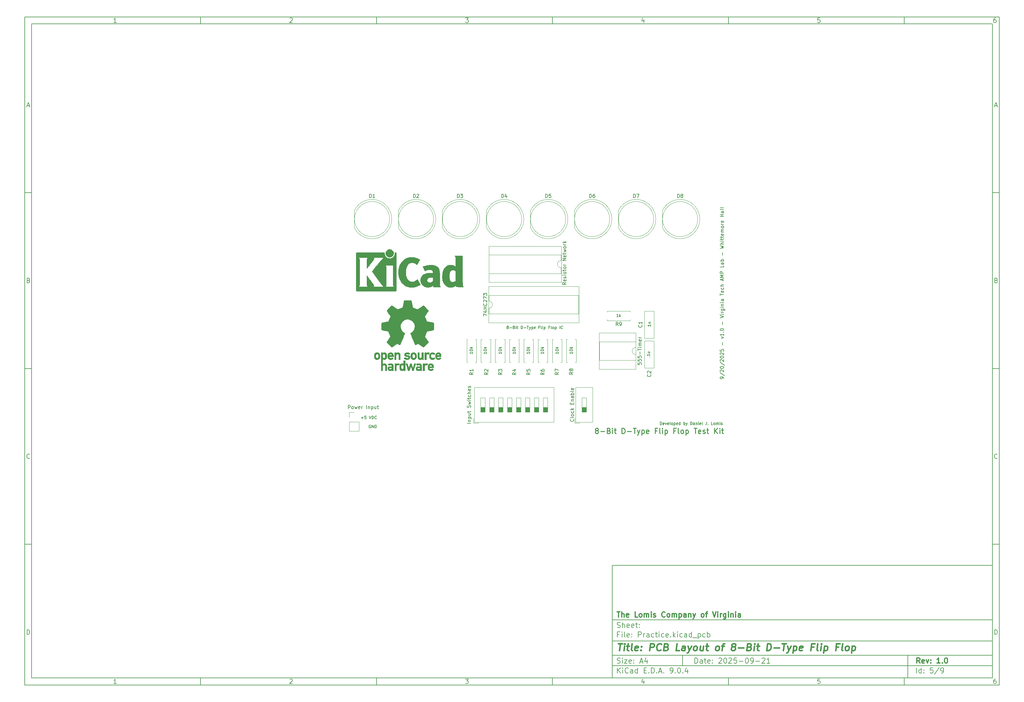
<source format=gbr>
%TF.GenerationSoftware,KiCad,Pcbnew,9.0.4*%
%TF.CreationDate,2025-09-21T01:33:26-04:00*%
%TF.ProjectId,Practice,50726163-7469-4636-952e-6b696361645f,1.0*%
%TF.SameCoordinates,Original*%
%TF.FileFunction,Legend,Top*%
%TF.FilePolarity,Positive*%
%FSLAX46Y46*%
G04 Gerber Fmt 4.6, Leading zero omitted, Abs format (unit mm)*
G04 Created by KiCad (PCBNEW 9.0.4) date 2025-09-21 01:33:26*
%MOMM*%
%LPD*%
G01*
G04 APERTURE LIST*
%ADD10C,0.100000*%
%ADD11C,0.150000*%
%ADD12C,0.300000*%
%ADD13C,0.400000*%
%ADD14C,0.127000*%
%ADD15C,0.200000*%
%ADD16C,0.250000*%
%ADD17C,0.152400*%
%ADD18C,0.010000*%
%ADD19C,0.120000*%
G04 APERTURE END LIST*
D10*
D11*
X177002200Y-166007200D02*
X285002200Y-166007200D01*
X285002200Y-198007200D01*
X177002200Y-198007200D01*
X177002200Y-166007200D01*
D10*
D11*
X10000000Y-10000000D02*
X287002200Y-10000000D01*
X287002200Y-200007200D01*
X10000000Y-200007200D01*
X10000000Y-10000000D01*
D10*
D11*
X12000000Y-12000000D02*
X285002200Y-12000000D01*
X285002200Y-198007200D01*
X12000000Y-198007200D01*
X12000000Y-12000000D01*
D10*
D11*
X60000000Y-12000000D02*
X60000000Y-10000000D01*
D10*
D11*
X110000000Y-12000000D02*
X110000000Y-10000000D01*
D10*
D11*
X160000000Y-12000000D02*
X160000000Y-10000000D01*
D10*
D11*
X210000000Y-12000000D02*
X210000000Y-10000000D01*
D10*
D11*
X260000000Y-12000000D02*
X260000000Y-10000000D01*
D10*
D11*
X36089160Y-11593604D02*
X35346303Y-11593604D01*
X35717731Y-11593604D02*
X35717731Y-10293604D01*
X35717731Y-10293604D02*
X35593922Y-10479319D01*
X35593922Y-10479319D02*
X35470112Y-10603128D01*
X35470112Y-10603128D02*
X35346303Y-10665033D01*
D10*
D11*
X85346303Y-10417414D02*
X85408207Y-10355509D01*
X85408207Y-10355509D02*
X85532017Y-10293604D01*
X85532017Y-10293604D02*
X85841541Y-10293604D01*
X85841541Y-10293604D02*
X85965350Y-10355509D01*
X85965350Y-10355509D02*
X86027255Y-10417414D01*
X86027255Y-10417414D02*
X86089160Y-10541223D01*
X86089160Y-10541223D02*
X86089160Y-10665033D01*
X86089160Y-10665033D02*
X86027255Y-10850747D01*
X86027255Y-10850747D02*
X85284398Y-11593604D01*
X85284398Y-11593604D02*
X86089160Y-11593604D01*
D10*
D11*
X135284398Y-10293604D02*
X136089160Y-10293604D01*
X136089160Y-10293604D02*
X135655826Y-10788842D01*
X135655826Y-10788842D02*
X135841541Y-10788842D01*
X135841541Y-10788842D02*
X135965350Y-10850747D01*
X135965350Y-10850747D02*
X136027255Y-10912652D01*
X136027255Y-10912652D02*
X136089160Y-11036461D01*
X136089160Y-11036461D02*
X136089160Y-11345985D01*
X136089160Y-11345985D02*
X136027255Y-11469795D01*
X136027255Y-11469795D02*
X135965350Y-11531700D01*
X135965350Y-11531700D02*
X135841541Y-11593604D01*
X135841541Y-11593604D02*
X135470112Y-11593604D01*
X135470112Y-11593604D02*
X135346303Y-11531700D01*
X135346303Y-11531700D02*
X135284398Y-11469795D01*
D10*
D11*
X185965350Y-10726938D02*
X185965350Y-11593604D01*
X185655826Y-10231700D02*
X185346303Y-11160271D01*
X185346303Y-11160271D02*
X186151064Y-11160271D01*
D10*
D11*
X236027255Y-10293604D02*
X235408207Y-10293604D01*
X235408207Y-10293604D02*
X235346303Y-10912652D01*
X235346303Y-10912652D02*
X235408207Y-10850747D01*
X235408207Y-10850747D02*
X235532017Y-10788842D01*
X235532017Y-10788842D02*
X235841541Y-10788842D01*
X235841541Y-10788842D02*
X235965350Y-10850747D01*
X235965350Y-10850747D02*
X236027255Y-10912652D01*
X236027255Y-10912652D02*
X236089160Y-11036461D01*
X236089160Y-11036461D02*
X236089160Y-11345985D01*
X236089160Y-11345985D02*
X236027255Y-11469795D01*
X236027255Y-11469795D02*
X235965350Y-11531700D01*
X235965350Y-11531700D02*
X235841541Y-11593604D01*
X235841541Y-11593604D02*
X235532017Y-11593604D01*
X235532017Y-11593604D02*
X235408207Y-11531700D01*
X235408207Y-11531700D02*
X235346303Y-11469795D01*
D10*
D11*
X285965350Y-10293604D02*
X285717731Y-10293604D01*
X285717731Y-10293604D02*
X285593922Y-10355509D01*
X285593922Y-10355509D02*
X285532017Y-10417414D01*
X285532017Y-10417414D02*
X285408207Y-10603128D01*
X285408207Y-10603128D02*
X285346303Y-10850747D01*
X285346303Y-10850747D02*
X285346303Y-11345985D01*
X285346303Y-11345985D02*
X285408207Y-11469795D01*
X285408207Y-11469795D02*
X285470112Y-11531700D01*
X285470112Y-11531700D02*
X285593922Y-11593604D01*
X285593922Y-11593604D02*
X285841541Y-11593604D01*
X285841541Y-11593604D02*
X285965350Y-11531700D01*
X285965350Y-11531700D02*
X286027255Y-11469795D01*
X286027255Y-11469795D02*
X286089160Y-11345985D01*
X286089160Y-11345985D02*
X286089160Y-11036461D01*
X286089160Y-11036461D02*
X286027255Y-10912652D01*
X286027255Y-10912652D02*
X285965350Y-10850747D01*
X285965350Y-10850747D02*
X285841541Y-10788842D01*
X285841541Y-10788842D02*
X285593922Y-10788842D01*
X285593922Y-10788842D02*
X285470112Y-10850747D01*
X285470112Y-10850747D02*
X285408207Y-10912652D01*
X285408207Y-10912652D02*
X285346303Y-11036461D01*
D10*
D11*
X60000000Y-198007200D02*
X60000000Y-200007200D01*
D10*
D11*
X110000000Y-198007200D02*
X110000000Y-200007200D01*
D10*
D11*
X160000000Y-198007200D02*
X160000000Y-200007200D01*
D10*
D11*
X210000000Y-198007200D02*
X210000000Y-200007200D01*
D10*
D11*
X260000000Y-198007200D02*
X260000000Y-200007200D01*
D10*
D11*
X36089160Y-199600804D02*
X35346303Y-199600804D01*
X35717731Y-199600804D02*
X35717731Y-198300804D01*
X35717731Y-198300804D02*
X35593922Y-198486519D01*
X35593922Y-198486519D02*
X35470112Y-198610328D01*
X35470112Y-198610328D02*
X35346303Y-198672233D01*
D10*
D11*
X85346303Y-198424614D02*
X85408207Y-198362709D01*
X85408207Y-198362709D02*
X85532017Y-198300804D01*
X85532017Y-198300804D02*
X85841541Y-198300804D01*
X85841541Y-198300804D02*
X85965350Y-198362709D01*
X85965350Y-198362709D02*
X86027255Y-198424614D01*
X86027255Y-198424614D02*
X86089160Y-198548423D01*
X86089160Y-198548423D02*
X86089160Y-198672233D01*
X86089160Y-198672233D02*
X86027255Y-198857947D01*
X86027255Y-198857947D02*
X85284398Y-199600804D01*
X85284398Y-199600804D02*
X86089160Y-199600804D01*
D10*
D11*
X135284398Y-198300804D02*
X136089160Y-198300804D01*
X136089160Y-198300804D02*
X135655826Y-198796042D01*
X135655826Y-198796042D02*
X135841541Y-198796042D01*
X135841541Y-198796042D02*
X135965350Y-198857947D01*
X135965350Y-198857947D02*
X136027255Y-198919852D01*
X136027255Y-198919852D02*
X136089160Y-199043661D01*
X136089160Y-199043661D02*
X136089160Y-199353185D01*
X136089160Y-199353185D02*
X136027255Y-199476995D01*
X136027255Y-199476995D02*
X135965350Y-199538900D01*
X135965350Y-199538900D02*
X135841541Y-199600804D01*
X135841541Y-199600804D02*
X135470112Y-199600804D01*
X135470112Y-199600804D02*
X135346303Y-199538900D01*
X135346303Y-199538900D02*
X135284398Y-199476995D01*
D10*
D11*
X185965350Y-198734138D02*
X185965350Y-199600804D01*
X185655826Y-198238900D02*
X185346303Y-199167471D01*
X185346303Y-199167471D02*
X186151064Y-199167471D01*
D10*
D11*
X236027255Y-198300804D02*
X235408207Y-198300804D01*
X235408207Y-198300804D02*
X235346303Y-198919852D01*
X235346303Y-198919852D02*
X235408207Y-198857947D01*
X235408207Y-198857947D02*
X235532017Y-198796042D01*
X235532017Y-198796042D02*
X235841541Y-198796042D01*
X235841541Y-198796042D02*
X235965350Y-198857947D01*
X235965350Y-198857947D02*
X236027255Y-198919852D01*
X236027255Y-198919852D02*
X236089160Y-199043661D01*
X236089160Y-199043661D02*
X236089160Y-199353185D01*
X236089160Y-199353185D02*
X236027255Y-199476995D01*
X236027255Y-199476995D02*
X235965350Y-199538900D01*
X235965350Y-199538900D02*
X235841541Y-199600804D01*
X235841541Y-199600804D02*
X235532017Y-199600804D01*
X235532017Y-199600804D02*
X235408207Y-199538900D01*
X235408207Y-199538900D02*
X235346303Y-199476995D01*
D10*
D11*
X285965350Y-198300804D02*
X285717731Y-198300804D01*
X285717731Y-198300804D02*
X285593922Y-198362709D01*
X285593922Y-198362709D02*
X285532017Y-198424614D01*
X285532017Y-198424614D02*
X285408207Y-198610328D01*
X285408207Y-198610328D02*
X285346303Y-198857947D01*
X285346303Y-198857947D02*
X285346303Y-199353185D01*
X285346303Y-199353185D02*
X285408207Y-199476995D01*
X285408207Y-199476995D02*
X285470112Y-199538900D01*
X285470112Y-199538900D02*
X285593922Y-199600804D01*
X285593922Y-199600804D02*
X285841541Y-199600804D01*
X285841541Y-199600804D02*
X285965350Y-199538900D01*
X285965350Y-199538900D02*
X286027255Y-199476995D01*
X286027255Y-199476995D02*
X286089160Y-199353185D01*
X286089160Y-199353185D02*
X286089160Y-199043661D01*
X286089160Y-199043661D02*
X286027255Y-198919852D01*
X286027255Y-198919852D02*
X285965350Y-198857947D01*
X285965350Y-198857947D02*
X285841541Y-198796042D01*
X285841541Y-198796042D02*
X285593922Y-198796042D01*
X285593922Y-198796042D02*
X285470112Y-198857947D01*
X285470112Y-198857947D02*
X285408207Y-198919852D01*
X285408207Y-198919852D02*
X285346303Y-199043661D01*
D10*
D11*
X10000000Y-60000000D02*
X12000000Y-60000000D01*
D10*
D11*
X10000000Y-110000000D02*
X12000000Y-110000000D01*
D10*
D11*
X10000000Y-160000000D02*
X12000000Y-160000000D01*
D10*
D11*
X10690476Y-35222176D02*
X11309523Y-35222176D01*
X10566666Y-35593604D02*
X10999999Y-34293604D01*
X10999999Y-34293604D02*
X11433333Y-35593604D01*
D10*
D11*
X11092857Y-84912652D02*
X11278571Y-84974557D01*
X11278571Y-84974557D02*
X11340476Y-85036461D01*
X11340476Y-85036461D02*
X11402380Y-85160271D01*
X11402380Y-85160271D02*
X11402380Y-85345985D01*
X11402380Y-85345985D02*
X11340476Y-85469795D01*
X11340476Y-85469795D02*
X11278571Y-85531700D01*
X11278571Y-85531700D02*
X11154761Y-85593604D01*
X11154761Y-85593604D02*
X10659523Y-85593604D01*
X10659523Y-85593604D02*
X10659523Y-84293604D01*
X10659523Y-84293604D02*
X11092857Y-84293604D01*
X11092857Y-84293604D02*
X11216666Y-84355509D01*
X11216666Y-84355509D02*
X11278571Y-84417414D01*
X11278571Y-84417414D02*
X11340476Y-84541223D01*
X11340476Y-84541223D02*
X11340476Y-84665033D01*
X11340476Y-84665033D02*
X11278571Y-84788842D01*
X11278571Y-84788842D02*
X11216666Y-84850747D01*
X11216666Y-84850747D02*
X11092857Y-84912652D01*
X11092857Y-84912652D02*
X10659523Y-84912652D01*
D10*
D11*
X11402380Y-135469795D02*
X11340476Y-135531700D01*
X11340476Y-135531700D02*
X11154761Y-135593604D01*
X11154761Y-135593604D02*
X11030952Y-135593604D01*
X11030952Y-135593604D02*
X10845238Y-135531700D01*
X10845238Y-135531700D02*
X10721428Y-135407890D01*
X10721428Y-135407890D02*
X10659523Y-135284080D01*
X10659523Y-135284080D02*
X10597619Y-135036461D01*
X10597619Y-135036461D02*
X10597619Y-134850747D01*
X10597619Y-134850747D02*
X10659523Y-134603128D01*
X10659523Y-134603128D02*
X10721428Y-134479319D01*
X10721428Y-134479319D02*
X10845238Y-134355509D01*
X10845238Y-134355509D02*
X11030952Y-134293604D01*
X11030952Y-134293604D02*
X11154761Y-134293604D01*
X11154761Y-134293604D02*
X11340476Y-134355509D01*
X11340476Y-134355509D02*
X11402380Y-134417414D01*
D10*
D11*
X10659523Y-185593604D02*
X10659523Y-184293604D01*
X10659523Y-184293604D02*
X10969047Y-184293604D01*
X10969047Y-184293604D02*
X11154761Y-184355509D01*
X11154761Y-184355509D02*
X11278571Y-184479319D01*
X11278571Y-184479319D02*
X11340476Y-184603128D01*
X11340476Y-184603128D02*
X11402380Y-184850747D01*
X11402380Y-184850747D02*
X11402380Y-185036461D01*
X11402380Y-185036461D02*
X11340476Y-185284080D01*
X11340476Y-185284080D02*
X11278571Y-185407890D01*
X11278571Y-185407890D02*
X11154761Y-185531700D01*
X11154761Y-185531700D02*
X10969047Y-185593604D01*
X10969047Y-185593604D02*
X10659523Y-185593604D01*
D10*
D11*
X287002200Y-60000000D02*
X285002200Y-60000000D01*
D10*
D11*
X287002200Y-110000000D02*
X285002200Y-110000000D01*
D10*
D11*
X287002200Y-160000000D02*
X285002200Y-160000000D01*
D10*
D11*
X285692676Y-35222176D02*
X286311723Y-35222176D01*
X285568866Y-35593604D02*
X286002199Y-34293604D01*
X286002199Y-34293604D02*
X286435533Y-35593604D01*
D10*
D11*
X286095057Y-84912652D02*
X286280771Y-84974557D01*
X286280771Y-84974557D02*
X286342676Y-85036461D01*
X286342676Y-85036461D02*
X286404580Y-85160271D01*
X286404580Y-85160271D02*
X286404580Y-85345985D01*
X286404580Y-85345985D02*
X286342676Y-85469795D01*
X286342676Y-85469795D02*
X286280771Y-85531700D01*
X286280771Y-85531700D02*
X286156961Y-85593604D01*
X286156961Y-85593604D02*
X285661723Y-85593604D01*
X285661723Y-85593604D02*
X285661723Y-84293604D01*
X285661723Y-84293604D02*
X286095057Y-84293604D01*
X286095057Y-84293604D02*
X286218866Y-84355509D01*
X286218866Y-84355509D02*
X286280771Y-84417414D01*
X286280771Y-84417414D02*
X286342676Y-84541223D01*
X286342676Y-84541223D02*
X286342676Y-84665033D01*
X286342676Y-84665033D02*
X286280771Y-84788842D01*
X286280771Y-84788842D02*
X286218866Y-84850747D01*
X286218866Y-84850747D02*
X286095057Y-84912652D01*
X286095057Y-84912652D02*
X285661723Y-84912652D01*
D10*
D11*
X286404580Y-135469795D02*
X286342676Y-135531700D01*
X286342676Y-135531700D02*
X286156961Y-135593604D01*
X286156961Y-135593604D02*
X286033152Y-135593604D01*
X286033152Y-135593604D02*
X285847438Y-135531700D01*
X285847438Y-135531700D02*
X285723628Y-135407890D01*
X285723628Y-135407890D02*
X285661723Y-135284080D01*
X285661723Y-135284080D02*
X285599819Y-135036461D01*
X285599819Y-135036461D02*
X285599819Y-134850747D01*
X285599819Y-134850747D02*
X285661723Y-134603128D01*
X285661723Y-134603128D02*
X285723628Y-134479319D01*
X285723628Y-134479319D02*
X285847438Y-134355509D01*
X285847438Y-134355509D02*
X286033152Y-134293604D01*
X286033152Y-134293604D02*
X286156961Y-134293604D01*
X286156961Y-134293604D02*
X286342676Y-134355509D01*
X286342676Y-134355509D02*
X286404580Y-134417414D01*
D10*
D11*
X285661723Y-185593604D02*
X285661723Y-184293604D01*
X285661723Y-184293604D02*
X285971247Y-184293604D01*
X285971247Y-184293604D02*
X286156961Y-184355509D01*
X286156961Y-184355509D02*
X286280771Y-184479319D01*
X286280771Y-184479319D02*
X286342676Y-184603128D01*
X286342676Y-184603128D02*
X286404580Y-184850747D01*
X286404580Y-184850747D02*
X286404580Y-185036461D01*
X286404580Y-185036461D02*
X286342676Y-185284080D01*
X286342676Y-185284080D02*
X286280771Y-185407890D01*
X286280771Y-185407890D02*
X286156961Y-185531700D01*
X286156961Y-185531700D02*
X285971247Y-185593604D01*
X285971247Y-185593604D02*
X285661723Y-185593604D01*
D10*
D11*
X200458026Y-193793328D02*
X200458026Y-192293328D01*
X200458026Y-192293328D02*
X200815169Y-192293328D01*
X200815169Y-192293328D02*
X201029455Y-192364757D01*
X201029455Y-192364757D02*
X201172312Y-192507614D01*
X201172312Y-192507614D02*
X201243741Y-192650471D01*
X201243741Y-192650471D02*
X201315169Y-192936185D01*
X201315169Y-192936185D02*
X201315169Y-193150471D01*
X201315169Y-193150471D02*
X201243741Y-193436185D01*
X201243741Y-193436185D02*
X201172312Y-193579042D01*
X201172312Y-193579042D02*
X201029455Y-193721900D01*
X201029455Y-193721900D02*
X200815169Y-193793328D01*
X200815169Y-193793328D02*
X200458026Y-193793328D01*
X202600884Y-193793328D02*
X202600884Y-193007614D01*
X202600884Y-193007614D02*
X202529455Y-192864757D01*
X202529455Y-192864757D02*
X202386598Y-192793328D01*
X202386598Y-192793328D02*
X202100884Y-192793328D01*
X202100884Y-192793328D02*
X201958026Y-192864757D01*
X202600884Y-193721900D02*
X202458026Y-193793328D01*
X202458026Y-193793328D02*
X202100884Y-193793328D01*
X202100884Y-193793328D02*
X201958026Y-193721900D01*
X201958026Y-193721900D02*
X201886598Y-193579042D01*
X201886598Y-193579042D02*
X201886598Y-193436185D01*
X201886598Y-193436185D02*
X201958026Y-193293328D01*
X201958026Y-193293328D02*
X202100884Y-193221900D01*
X202100884Y-193221900D02*
X202458026Y-193221900D01*
X202458026Y-193221900D02*
X202600884Y-193150471D01*
X203100884Y-192793328D02*
X203672312Y-192793328D01*
X203315169Y-192293328D02*
X203315169Y-193579042D01*
X203315169Y-193579042D02*
X203386598Y-193721900D01*
X203386598Y-193721900D02*
X203529455Y-193793328D01*
X203529455Y-193793328D02*
X203672312Y-193793328D01*
X204743741Y-193721900D02*
X204600884Y-193793328D01*
X204600884Y-193793328D02*
X204315170Y-193793328D01*
X204315170Y-193793328D02*
X204172312Y-193721900D01*
X204172312Y-193721900D02*
X204100884Y-193579042D01*
X204100884Y-193579042D02*
X204100884Y-193007614D01*
X204100884Y-193007614D02*
X204172312Y-192864757D01*
X204172312Y-192864757D02*
X204315170Y-192793328D01*
X204315170Y-192793328D02*
X204600884Y-192793328D01*
X204600884Y-192793328D02*
X204743741Y-192864757D01*
X204743741Y-192864757D02*
X204815170Y-193007614D01*
X204815170Y-193007614D02*
X204815170Y-193150471D01*
X204815170Y-193150471D02*
X204100884Y-193293328D01*
X205458026Y-193650471D02*
X205529455Y-193721900D01*
X205529455Y-193721900D02*
X205458026Y-193793328D01*
X205458026Y-193793328D02*
X205386598Y-193721900D01*
X205386598Y-193721900D02*
X205458026Y-193650471D01*
X205458026Y-193650471D02*
X205458026Y-193793328D01*
X205458026Y-192864757D02*
X205529455Y-192936185D01*
X205529455Y-192936185D02*
X205458026Y-193007614D01*
X205458026Y-193007614D02*
X205386598Y-192936185D01*
X205386598Y-192936185D02*
X205458026Y-192864757D01*
X205458026Y-192864757D02*
X205458026Y-193007614D01*
X207243741Y-192436185D02*
X207315169Y-192364757D01*
X207315169Y-192364757D02*
X207458027Y-192293328D01*
X207458027Y-192293328D02*
X207815169Y-192293328D01*
X207815169Y-192293328D02*
X207958027Y-192364757D01*
X207958027Y-192364757D02*
X208029455Y-192436185D01*
X208029455Y-192436185D02*
X208100884Y-192579042D01*
X208100884Y-192579042D02*
X208100884Y-192721900D01*
X208100884Y-192721900D02*
X208029455Y-192936185D01*
X208029455Y-192936185D02*
X207172312Y-193793328D01*
X207172312Y-193793328D02*
X208100884Y-193793328D01*
X209029455Y-192293328D02*
X209172312Y-192293328D01*
X209172312Y-192293328D02*
X209315169Y-192364757D01*
X209315169Y-192364757D02*
X209386598Y-192436185D01*
X209386598Y-192436185D02*
X209458026Y-192579042D01*
X209458026Y-192579042D02*
X209529455Y-192864757D01*
X209529455Y-192864757D02*
X209529455Y-193221900D01*
X209529455Y-193221900D02*
X209458026Y-193507614D01*
X209458026Y-193507614D02*
X209386598Y-193650471D01*
X209386598Y-193650471D02*
X209315169Y-193721900D01*
X209315169Y-193721900D02*
X209172312Y-193793328D01*
X209172312Y-193793328D02*
X209029455Y-193793328D01*
X209029455Y-193793328D02*
X208886598Y-193721900D01*
X208886598Y-193721900D02*
X208815169Y-193650471D01*
X208815169Y-193650471D02*
X208743740Y-193507614D01*
X208743740Y-193507614D02*
X208672312Y-193221900D01*
X208672312Y-193221900D02*
X208672312Y-192864757D01*
X208672312Y-192864757D02*
X208743740Y-192579042D01*
X208743740Y-192579042D02*
X208815169Y-192436185D01*
X208815169Y-192436185D02*
X208886598Y-192364757D01*
X208886598Y-192364757D02*
X209029455Y-192293328D01*
X210100883Y-192436185D02*
X210172311Y-192364757D01*
X210172311Y-192364757D02*
X210315169Y-192293328D01*
X210315169Y-192293328D02*
X210672311Y-192293328D01*
X210672311Y-192293328D02*
X210815169Y-192364757D01*
X210815169Y-192364757D02*
X210886597Y-192436185D01*
X210886597Y-192436185D02*
X210958026Y-192579042D01*
X210958026Y-192579042D02*
X210958026Y-192721900D01*
X210958026Y-192721900D02*
X210886597Y-192936185D01*
X210886597Y-192936185D02*
X210029454Y-193793328D01*
X210029454Y-193793328D02*
X210958026Y-193793328D01*
X212315168Y-192293328D02*
X211600882Y-192293328D01*
X211600882Y-192293328D02*
X211529454Y-193007614D01*
X211529454Y-193007614D02*
X211600882Y-192936185D01*
X211600882Y-192936185D02*
X211743740Y-192864757D01*
X211743740Y-192864757D02*
X212100882Y-192864757D01*
X212100882Y-192864757D02*
X212243740Y-192936185D01*
X212243740Y-192936185D02*
X212315168Y-193007614D01*
X212315168Y-193007614D02*
X212386597Y-193150471D01*
X212386597Y-193150471D02*
X212386597Y-193507614D01*
X212386597Y-193507614D02*
X212315168Y-193650471D01*
X212315168Y-193650471D02*
X212243740Y-193721900D01*
X212243740Y-193721900D02*
X212100882Y-193793328D01*
X212100882Y-193793328D02*
X211743740Y-193793328D01*
X211743740Y-193793328D02*
X211600882Y-193721900D01*
X211600882Y-193721900D02*
X211529454Y-193650471D01*
X213029453Y-193221900D02*
X214172311Y-193221900D01*
X215172311Y-192293328D02*
X215315168Y-192293328D01*
X215315168Y-192293328D02*
X215458025Y-192364757D01*
X215458025Y-192364757D02*
X215529454Y-192436185D01*
X215529454Y-192436185D02*
X215600882Y-192579042D01*
X215600882Y-192579042D02*
X215672311Y-192864757D01*
X215672311Y-192864757D02*
X215672311Y-193221900D01*
X215672311Y-193221900D02*
X215600882Y-193507614D01*
X215600882Y-193507614D02*
X215529454Y-193650471D01*
X215529454Y-193650471D02*
X215458025Y-193721900D01*
X215458025Y-193721900D02*
X215315168Y-193793328D01*
X215315168Y-193793328D02*
X215172311Y-193793328D01*
X215172311Y-193793328D02*
X215029454Y-193721900D01*
X215029454Y-193721900D02*
X214958025Y-193650471D01*
X214958025Y-193650471D02*
X214886596Y-193507614D01*
X214886596Y-193507614D02*
X214815168Y-193221900D01*
X214815168Y-193221900D02*
X214815168Y-192864757D01*
X214815168Y-192864757D02*
X214886596Y-192579042D01*
X214886596Y-192579042D02*
X214958025Y-192436185D01*
X214958025Y-192436185D02*
X215029454Y-192364757D01*
X215029454Y-192364757D02*
X215172311Y-192293328D01*
X216386596Y-193793328D02*
X216672310Y-193793328D01*
X216672310Y-193793328D02*
X216815167Y-193721900D01*
X216815167Y-193721900D02*
X216886596Y-193650471D01*
X216886596Y-193650471D02*
X217029453Y-193436185D01*
X217029453Y-193436185D02*
X217100882Y-193150471D01*
X217100882Y-193150471D02*
X217100882Y-192579042D01*
X217100882Y-192579042D02*
X217029453Y-192436185D01*
X217029453Y-192436185D02*
X216958025Y-192364757D01*
X216958025Y-192364757D02*
X216815167Y-192293328D01*
X216815167Y-192293328D02*
X216529453Y-192293328D01*
X216529453Y-192293328D02*
X216386596Y-192364757D01*
X216386596Y-192364757D02*
X216315167Y-192436185D01*
X216315167Y-192436185D02*
X216243739Y-192579042D01*
X216243739Y-192579042D02*
X216243739Y-192936185D01*
X216243739Y-192936185D02*
X216315167Y-193079042D01*
X216315167Y-193079042D02*
X216386596Y-193150471D01*
X216386596Y-193150471D02*
X216529453Y-193221900D01*
X216529453Y-193221900D02*
X216815167Y-193221900D01*
X216815167Y-193221900D02*
X216958025Y-193150471D01*
X216958025Y-193150471D02*
X217029453Y-193079042D01*
X217029453Y-193079042D02*
X217100882Y-192936185D01*
X217743738Y-193221900D02*
X218886596Y-193221900D01*
X219529453Y-192436185D02*
X219600881Y-192364757D01*
X219600881Y-192364757D02*
X219743739Y-192293328D01*
X219743739Y-192293328D02*
X220100881Y-192293328D01*
X220100881Y-192293328D02*
X220243739Y-192364757D01*
X220243739Y-192364757D02*
X220315167Y-192436185D01*
X220315167Y-192436185D02*
X220386596Y-192579042D01*
X220386596Y-192579042D02*
X220386596Y-192721900D01*
X220386596Y-192721900D02*
X220315167Y-192936185D01*
X220315167Y-192936185D02*
X219458024Y-193793328D01*
X219458024Y-193793328D02*
X220386596Y-193793328D01*
X221815167Y-193793328D02*
X220958024Y-193793328D01*
X221386595Y-193793328D02*
X221386595Y-192293328D01*
X221386595Y-192293328D02*
X221243738Y-192507614D01*
X221243738Y-192507614D02*
X221100881Y-192650471D01*
X221100881Y-192650471D02*
X220958024Y-192721900D01*
D10*
D11*
X177002200Y-194507200D02*
X285002200Y-194507200D01*
D10*
D11*
X178458026Y-196593328D02*
X178458026Y-195093328D01*
X179315169Y-196593328D02*
X178672312Y-195736185D01*
X179315169Y-195093328D02*
X178458026Y-195950471D01*
X179958026Y-196593328D02*
X179958026Y-195593328D01*
X179958026Y-195093328D02*
X179886598Y-195164757D01*
X179886598Y-195164757D02*
X179958026Y-195236185D01*
X179958026Y-195236185D02*
X180029455Y-195164757D01*
X180029455Y-195164757D02*
X179958026Y-195093328D01*
X179958026Y-195093328D02*
X179958026Y-195236185D01*
X181529455Y-196450471D02*
X181458027Y-196521900D01*
X181458027Y-196521900D02*
X181243741Y-196593328D01*
X181243741Y-196593328D02*
X181100884Y-196593328D01*
X181100884Y-196593328D02*
X180886598Y-196521900D01*
X180886598Y-196521900D02*
X180743741Y-196379042D01*
X180743741Y-196379042D02*
X180672312Y-196236185D01*
X180672312Y-196236185D02*
X180600884Y-195950471D01*
X180600884Y-195950471D02*
X180600884Y-195736185D01*
X180600884Y-195736185D02*
X180672312Y-195450471D01*
X180672312Y-195450471D02*
X180743741Y-195307614D01*
X180743741Y-195307614D02*
X180886598Y-195164757D01*
X180886598Y-195164757D02*
X181100884Y-195093328D01*
X181100884Y-195093328D02*
X181243741Y-195093328D01*
X181243741Y-195093328D02*
X181458027Y-195164757D01*
X181458027Y-195164757D02*
X181529455Y-195236185D01*
X182815170Y-196593328D02*
X182815170Y-195807614D01*
X182815170Y-195807614D02*
X182743741Y-195664757D01*
X182743741Y-195664757D02*
X182600884Y-195593328D01*
X182600884Y-195593328D02*
X182315170Y-195593328D01*
X182315170Y-195593328D02*
X182172312Y-195664757D01*
X182815170Y-196521900D02*
X182672312Y-196593328D01*
X182672312Y-196593328D02*
X182315170Y-196593328D01*
X182315170Y-196593328D02*
X182172312Y-196521900D01*
X182172312Y-196521900D02*
X182100884Y-196379042D01*
X182100884Y-196379042D02*
X182100884Y-196236185D01*
X182100884Y-196236185D02*
X182172312Y-196093328D01*
X182172312Y-196093328D02*
X182315170Y-196021900D01*
X182315170Y-196021900D02*
X182672312Y-196021900D01*
X182672312Y-196021900D02*
X182815170Y-195950471D01*
X184172313Y-196593328D02*
X184172313Y-195093328D01*
X184172313Y-196521900D02*
X184029455Y-196593328D01*
X184029455Y-196593328D02*
X183743741Y-196593328D01*
X183743741Y-196593328D02*
X183600884Y-196521900D01*
X183600884Y-196521900D02*
X183529455Y-196450471D01*
X183529455Y-196450471D02*
X183458027Y-196307614D01*
X183458027Y-196307614D02*
X183458027Y-195879042D01*
X183458027Y-195879042D02*
X183529455Y-195736185D01*
X183529455Y-195736185D02*
X183600884Y-195664757D01*
X183600884Y-195664757D02*
X183743741Y-195593328D01*
X183743741Y-195593328D02*
X184029455Y-195593328D01*
X184029455Y-195593328D02*
X184172313Y-195664757D01*
X186029455Y-195807614D02*
X186529455Y-195807614D01*
X186743741Y-196593328D02*
X186029455Y-196593328D01*
X186029455Y-196593328D02*
X186029455Y-195093328D01*
X186029455Y-195093328D02*
X186743741Y-195093328D01*
X187386598Y-196450471D02*
X187458027Y-196521900D01*
X187458027Y-196521900D02*
X187386598Y-196593328D01*
X187386598Y-196593328D02*
X187315170Y-196521900D01*
X187315170Y-196521900D02*
X187386598Y-196450471D01*
X187386598Y-196450471D02*
X187386598Y-196593328D01*
X188100884Y-196593328D02*
X188100884Y-195093328D01*
X188100884Y-195093328D02*
X188458027Y-195093328D01*
X188458027Y-195093328D02*
X188672313Y-195164757D01*
X188672313Y-195164757D02*
X188815170Y-195307614D01*
X188815170Y-195307614D02*
X188886599Y-195450471D01*
X188886599Y-195450471D02*
X188958027Y-195736185D01*
X188958027Y-195736185D02*
X188958027Y-195950471D01*
X188958027Y-195950471D02*
X188886599Y-196236185D01*
X188886599Y-196236185D02*
X188815170Y-196379042D01*
X188815170Y-196379042D02*
X188672313Y-196521900D01*
X188672313Y-196521900D02*
X188458027Y-196593328D01*
X188458027Y-196593328D02*
X188100884Y-196593328D01*
X189600884Y-196450471D02*
X189672313Y-196521900D01*
X189672313Y-196521900D02*
X189600884Y-196593328D01*
X189600884Y-196593328D02*
X189529456Y-196521900D01*
X189529456Y-196521900D02*
X189600884Y-196450471D01*
X189600884Y-196450471D02*
X189600884Y-196593328D01*
X190243742Y-196164757D02*
X190958028Y-196164757D01*
X190100885Y-196593328D02*
X190600885Y-195093328D01*
X190600885Y-195093328D02*
X191100885Y-196593328D01*
X191600884Y-196450471D02*
X191672313Y-196521900D01*
X191672313Y-196521900D02*
X191600884Y-196593328D01*
X191600884Y-196593328D02*
X191529456Y-196521900D01*
X191529456Y-196521900D02*
X191600884Y-196450471D01*
X191600884Y-196450471D02*
X191600884Y-196593328D01*
X193529456Y-196593328D02*
X193815170Y-196593328D01*
X193815170Y-196593328D02*
X193958027Y-196521900D01*
X193958027Y-196521900D02*
X194029456Y-196450471D01*
X194029456Y-196450471D02*
X194172313Y-196236185D01*
X194172313Y-196236185D02*
X194243742Y-195950471D01*
X194243742Y-195950471D02*
X194243742Y-195379042D01*
X194243742Y-195379042D02*
X194172313Y-195236185D01*
X194172313Y-195236185D02*
X194100885Y-195164757D01*
X194100885Y-195164757D02*
X193958027Y-195093328D01*
X193958027Y-195093328D02*
X193672313Y-195093328D01*
X193672313Y-195093328D02*
X193529456Y-195164757D01*
X193529456Y-195164757D02*
X193458027Y-195236185D01*
X193458027Y-195236185D02*
X193386599Y-195379042D01*
X193386599Y-195379042D02*
X193386599Y-195736185D01*
X193386599Y-195736185D02*
X193458027Y-195879042D01*
X193458027Y-195879042D02*
X193529456Y-195950471D01*
X193529456Y-195950471D02*
X193672313Y-196021900D01*
X193672313Y-196021900D02*
X193958027Y-196021900D01*
X193958027Y-196021900D02*
X194100885Y-195950471D01*
X194100885Y-195950471D02*
X194172313Y-195879042D01*
X194172313Y-195879042D02*
X194243742Y-195736185D01*
X194886598Y-196450471D02*
X194958027Y-196521900D01*
X194958027Y-196521900D02*
X194886598Y-196593328D01*
X194886598Y-196593328D02*
X194815170Y-196521900D01*
X194815170Y-196521900D02*
X194886598Y-196450471D01*
X194886598Y-196450471D02*
X194886598Y-196593328D01*
X195886599Y-195093328D02*
X196029456Y-195093328D01*
X196029456Y-195093328D02*
X196172313Y-195164757D01*
X196172313Y-195164757D02*
X196243742Y-195236185D01*
X196243742Y-195236185D02*
X196315170Y-195379042D01*
X196315170Y-195379042D02*
X196386599Y-195664757D01*
X196386599Y-195664757D02*
X196386599Y-196021900D01*
X196386599Y-196021900D02*
X196315170Y-196307614D01*
X196315170Y-196307614D02*
X196243742Y-196450471D01*
X196243742Y-196450471D02*
X196172313Y-196521900D01*
X196172313Y-196521900D02*
X196029456Y-196593328D01*
X196029456Y-196593328D02*
X195886599Y-196593328D01*
X195886599Y-196593328D02*
X195743742Y-196521900D01*
X195743742Y-196521900D02*
X195672313Y-196450471D01*
X195672313Y-196450471D02*
X195600884Y-196307614D01*
X195600884Y-196307614D02*
X195529456Y-196021900D01*
X195529456Y-196021900D02*
X195529456Y-195664757D01*
X195529456Y-195664757D02*
X195600884Y-195379042D01*
X195600884Y-195379042D02*
X195672313Y-195236185D01*
X195672313Y-195236185D02*
X195743742Y-195164757D01*
X195743742Y-195164757D02*
X195886599Y-195093328D01*
X197029455Y-196450471D02*
X197100884Y-196521900D01*
X197100884Y-196521900D02*
X197029455Y-196593328D01*
X197029455Y-196593328D02*
X196958027Y-196521900D01*
X196958027Y-196521900D02*
X197029455Y-196450471D01*
X197029455Y-196450471D02*
X197029455Y-196593328D01*
X198386599Y-195593328D02*
X198386599Y-196593328D01*
X198029456Y-195021900D02*
X197672313Y-196093328D01*
X197672313Y-196093328D02*
X198600884Y-196093328D01*
D10*
D11*
X177002200Y-191507200D02*
X285002200Y-191507200D01*
D10*
D12*
X264413853Y-193785528D02*
X263913853Y-193071242D01*
X263556710Y-193785528D02*
X263556710Y-192285528D01*
X263556710Y-192285528D02*
X264128139Y-192285528D01*
X264128139Y-192285528D02*
X264270996Y-192356957D01*
X264270996Y-192356957D02*
X264342425Y-192428385D01*
X264342425Y-192428385D02*
X264413853Y-192571242D01*
X264413853Y-192571242D02*
X264413853Y-192785528D01*
X264413853Y-192785528D02*
X264342425Y-192928385D01*
X264342425Y-192928385D02*
X264270996Y-192999814D01*
X264270996Y-192999814D02*
X264128139Y-193071242D01*
X264128139Y-193071242D02*
X263556710Y-193071242D01*
X265628139Y-193714100D02*
X265485282Y-193785528D01*
X265485282Y-193785528D02*
X265199568Y-193785528D01*
X265199568Y-193785528D02*
X265056710Y-193714100D01*
X265056710Y-193714100D02*
X264985282Y-193571242D01*
X264985282Y-193571242D02*
X264985282Y-192999814D01*
X264985282Y-192999814D02*
X265056710Y-192856957D01*
X265056710Y-192856957D02*
X265199568Y-192785528D01*
X265199568Y-192785528D02*
X265485282Y-192785528D01*
X265485282Y-192785528D02*
X265628139Y-192856957D01*
X265628139Y-192856957D02*
X265699568Y-192999814D01*
X265699568Y-192999814D02*
X265699568Y-193142671D01*
X265699568Y-193142671D02*
X264985282Y-193285528D01*
X266199567Y-192785528D02*
X266556710Y-193785528D01*
X266556710Y-193785528D02*
X266913853Y-192785528D01*
X267485281Y-193642671D02*
X267556710Y-193714100D01*
X267556710Y-193714100D02*
X267485281Y-193785528D01*
X267485281Y-193785528D02*
X267413853Y-193714100D01*
X267413853Y-193714100D02*
X267485281Y-193642671D01*
X267485281Y-193642671D02*
X267485281Y-193785528D01*
X267485281Y-192856957D02*
X267556710Y-192928385D01*
X267556710Y-192928385D02*
X267485281Y-192999814D01*
X267485281Y-192999814D02*
X267413853Y-192928385D01*
X267413853Y-192928385D02*
X267485281Y-192856957D01*
X267485281Y-192856957D02*
X267485281Y-192999814D01*
X270128139Y-193785528D02*
X269270996Y-193785528D01*
X269699567Y-193785528D02*
X269699567Y-192285528D01*
X269699567Y-192285528D02*
X269556710Y-192499814D01*
X269556710Y-192499814D02*
X269413853Y-192642671D01*
X269413853Y-192642671D02*
X269270996Y-192714100D01*
X270770995Y-193642671D02*
X270842424Y-193714100D01*
X270842424Y-193714100D02*
X270770995Y-193785528D01*
X270770995Y-193785528D02*
X270699567Y-193714100D01*
X270699567Y-193714100D02*
X270770995Y-193642671D01*
X270770995Y-193642671D02*
X270770995Y-193785528D01*
X271770996Y-192285528D02*
X271913853Y-192285528D01*
X271913853Y-192285528D02*
X272056710Y-192356957D01*
X272056710Y-192356957D02*
X272128139Y-192428385D01*
X272128139Y-192428385D02*
X272199567Y-192571242D01*
X272199567Y-192571242D02*
X272270996Y-192856957D01*
X272270996Y-192856957D02*
X272270996Y-193214100D01*
X272270996Y-193214100D02*
X272199567Y-193499814D01*
X272199567Y-193499814D02*
X272128139Y-193642671D01*
X272128139Y-193642671D02*
X272056710Y-193714100D01*
X272056710Y-193714100D02*
X271913853Y-193785528D01*
X271913853Y-193785528D02*
X271770996Y-193785528D01*
X271770996Y-193785528D02*
X271628139Y-193714100D01*
X271628139Y-193714100D02*
X271556710Y-193642671D01*
X271556710Y-193642671D02*
X271485281Y-193499814D01*
X271485281Y-193499814D02*
X271413853Y-193214100D01*
X271413853Y-193214100D02*
X271413853Y-192856957D01*
X271413853Y-192856957D02*
X271485281Y-192571242D01*
X271485281Y-192571242D02*
X271556710Y-192428385D01*
X271556710Y-192428385D02*
X271628139Y-192356957D01*
X271628139Y-192356957D02*
X271770996Y-192285528D01*
D10*
D11*
X178386598Y-193721900D02*
X178600884Y-193793328D01*
X178600884Y-193793328D02*
X178958026Y-193793328D01*
X178958026Y-193793328D02*
X179100884Y-193721900D01*
X179100884Y-193721900D02*
X179172312Y-193650471D01*
X179172312Y-193650471D02*
X179243741Y-193507614D01*
X179243741Y-193507614D02*
X179243741Y-193364757D01*
X179243741Y-193364757D02*
X179172312Y-193221900D01*
X179172312Y-193221900D02*
X179100884Y-193150471D01*
X179100884Y-193150471D02*
X178958026Y-193079042D01*
X178958026Y-193079042D02*
X178672312Y-193007614D01*
X178672312Y-193007614D02*
X178529455Y-192936185D01*
X178529455Y-192936185D02*
X178458026Y-192864757D01*
X178458026Y-192864757D02*
X178386598Y-192721900D01*
X178386598Y-192721900D02*
X178386598Y-192579042D01*
X178386598Y-192579042D02*
X178458026Y-192436185D01*
X178458026Y-192436185D02*
X178529455Y-192364757D01*
X178529455Y-192364757D02*
X178672312Y-192293328D01*
X178672312Y-192293328D02*
X179029455Y-192293328D01*
X179029455Y-192293328D02*
X179243741Y-192364757D01*
X179886597Y-193793328D02*
X179886597Y-192793328D01*
X179886597Y-192293328D02*
X179815169Y-192364757D01*
X179815169Y-192364757D02*
X179886597Y-192436185D01*
X179886597Y-192436185D02*
X179958026Y-192364757D01*
X179958026Y-192364757D02*
X179886597Y-192293328D01*
X179886597Y-192293328D02*
X179886597Y-192436185D01*
X180458026Y-192793328D02*
X181243741Y-192793328D01*
X181243741Y-192793328D02*
X180458026Y-193793328D01*
X180458026Y-193793328D02*
X181243741Y-193793328D01*
X182386598Y-193721900D02*
X182243741Y-193793328D01*
X182243741Y-193793328D02*
X181958027Y-193793328D01*
X181958027Y-193793328D02*
X181815169Y-193721900D01*
X181815169Y-193721900D02*
X181743741Y-193579042D01*
X181743741Y-193579042D02*
X181743741Y-193007614D01*
X181743741Y-193007614D02*
X181815169Y-192864757D01*
X181815169Y-192864757D02*
X181958027Y-192793328D01*
X181958027Y-192793328D02*
X182243741Y-192793328D01*
X182243741Y-192793328D02*
X182386598Y-192864757D01*
X182386598Y-192864757D02*
X182458027Y-193007614D01*
X182458027Y-193007614D02*
X182458027Y-193150471D01*
X182458027Y-193150471D02*
X181743741Y-193293328D01*
X183100883Y-193650471D02*
X183172312Y-193721900D01*
X183172312Y-193721900D02*
X183100883Y-193793328D01*
X183100883Y-193793328D02*
X183029455Y-193721900D01*
X183029455Y-193721900D02*
X183100883Y-193650471D01*
X183100883Y-193650471D02*
X183100883Y-193793328D01*
X183100883Y-192864757D02*
X183172312Y-192936185D01*
X183172312Y-192936185D02*
X183100883Y-193007614D01*
X183100883Y-193007614D02*
X183029455Y-192936185D01*
X183029455Y-192936185D02*
X183100883Y-192864757D01*
X183100883Y-192864757D02*
X183100883Y-193007614D01*
X184886598Y-193364757D02*
X185600884Y-193364757D01*
X184743741Y-193793328D02*
X185243741Y-192293328D01*
X185243741Y-192293328D02*
X185743741Y-193793328D01*
X186886598Y-192793328D02*
X186886598Y-193793328D01*
X186529455Y-192221900D02*
X186172312Y-193293328D01*
X186172312Y-193293328D02*
X187100883Y-193293328D01*
D10*
D11*
X263458026Y-196593328D02*
X263458026Y-195093328D01*
X264815170Y-196593328D02*
X264815170Y-195093328D01*
X264815170Y-196521900D02*
X264672312Y-196593328D01*
X264672312Y-196593328D02*
X264386598Y-196593328D01*
X264386598Y-196593328D02*
X264243741Y-196521900D01*
X264243741Y-196521900D02*
X264172312Y-196450471D01*
X264172312Y-196450471D02*
X264100884Y-196307614D01*
X264100884Y-196307614D02*
X264100884Y-195879042D01*
X264100884Y-195879042D02*
X264172312Y-195736185D01*
X264172312Y-195736185D02*
X264243741Y-195664757D01*
X264243741Y-195664757D02*
X264386598Y-195593328D01*
X264386598Y-195593328D02*
X264672312Y-195593328D01*
X264672312Y-195593328D02*
X264815170Y-195664757D01*
X265529455Y-196450471D02*
X265600884Y-196521900D01*
X265600884Y-196521900D02*
X265529455Y-196593328D01*
X265529455Y-196593328D02*
X265458027Y-196521900D01*
X265458027Y-196521900D02*
X265529455Y-196450471D01*
X265529455Y-196450471D02*
X265529455Y-196593328D01*
X265529455Y-195664757D02*
X265600884Y-195736185D01*
X265600884Y-195736185D02*
X265529455Y-195807614D01*
X265529455Y-195807614D02*
X265458027Y-195736185D01*
X265458027Y-195736185D02*
X265529455Y-195664757D01*
X265529455Y-195664757D02*
X265529455Y-195807614D01*
X268100884Y-195093328D02*
X267386598Y-195093328D01*
X267386598Y-195093328D02*
X267315170Y-195807614D01*
X267315170Y-195807614D02*
X267386598Y-195736185D01*
X267386598Y-195736185D02*
X267529456Y-195664757D01*
X267529456Y-195664757D02*
X267886598Y-195664757D01*
X267886598Y-195664757D02*
X268029456Y-195736185D01*
X268029456Y-195736185D02*
X268100884Y-195807614D01*
X268100884Y-195807614D02*
X268172313Y-195950471D01*
X268172313Y-195950471D02*
X268172313Y-196307614D01*
X268172313Y-196307614D02*
X268100884Y-196450471D01*
X268100884Y-196450471D02*
X268029456Y-196521900D01*
X268029456Y-196521900D02*
X267886598Y-196593328D01*
X267886598Y-196593328D02*
X267529456Y-196593328D01*
X267529456Y-196593328D02*
X267386598Y-196521900D01*
X267386598Y-196521900D02*
X267315170Y-196450471D01*
X269886598Y-195021900D02*
X268600884Y-196950471D01*
X270458027Y-196593328D02*
X270743741Y-196593328D01*
X270743741Y-196593328D02*
X270886598Y-196521900D01*
X270886598Y-196521900D02*
X270958027Y-196450471D01*
X270958027Y-196450471D02*
X271100884Y-196236185D01*
X271100884Y-196236185D02*
X271172313Y-195950471D01*
X271172313Y-195950471D02*
X271172313Y-195379042D01*
X271172313Y-195379042D02*
X271100884Y-195236185D01*
X271100884Y-195236185D02*
X271029456Y-195164757D01*
X271029456Y-195164757D02*
X270886598Y-195093328D01*
X270886598Y-195093328D02*
X270600884Y-195093328D01*
X270600884Y-195093328D02*
X270458027Y-195164757D01*
X270458027Y-195164757D02*
X270386598Y-195236185D01*
X270386598Y-195236185D02*
X270315170Y-195379042D01*
X270315170Y-195379042D02*
X270315170Y-195736185D01*
X270315170Y-195736185D02*
X270386598Y-195879042D01*
X270386598Y-195879042D02*
X270458027Y-195950471D01*
X270458027Y-195950471D02*
X270600884Y-196021900D01*
X270600884Y-196021900D02*
X270886598Y-196021900D01*
X270886598Y-196021900D02*
X271029456Y-195950471D01*
X271029456Y-195950471D02*
X271100884Y-195879042D01*
X271100884Y-195879042D02*
X271172313Y-195736185D01*
D10*
D11*
X177002200Y-187507200D02*
X285002200Y-187507200D01*
D10*
D13*
X178693928Y-188211638D02*
X179836785Y-188211638D01*
X179015357Y-190211638D02*
X179265357Y-188211638D01*
X180253452Y-190211638D02*
X180420119Y-188878304D01*
X180503452Y-188211638D02*
X180396309Y-188306876D01*
X180396309Y-188306876D02*
X180479643Y-188402114D01*
X180479643Y-188402114D02*
X180586786Y-188306876D01*
X180586786Y-188306876D02*
X180503452Y-188211638D01*
X180503452Y-188211638D02*
X180479643Y-188402114D01*
X181086786Y-188878304D02*
X181848690Y-188878304D01*
X181455833Y-188211638D02*
X181241548Y-189925923D01*
X181241548Y-189925923D02*
X181312976Y-190116400D01*
X181312976Y-190116400D02*
X181491548Y-190211638D01*
X181491548Y-190211638D02*
X181682024Y-190211638D01*
X182634405Y-190211638D02*
X182455833Y-190116400D01*
X182455833Y-190116400D02*
X182384405Y-189925923D01*
X182384405Y-189925923D02*
X182598690Y-188211638D01*
X184170119Y-190116400D02*
X183967738Y-190211638D01*
X183967738Y-190211638D02*
X183586785Y-190211638D01*
X183586785Y-190211638D02*
X183408214Y-190116400D01*
X183408214Y-190116400D02*
X183336785Y-189925923D01*
X183336785Y-189925923D02*
X183432024Y-189164019D01*
X183432024Y-189164019D02*
X183551071Y-188973542D01*
X183551071Y-188973542D02*
X183753452Y-188878304D01*
X183753452Y-188878304D02*
X184134404Y-188878304D01*
X184134404Y-188878304D02*
X184312976Y-188973542D01*
X184312976Y-188973542D02*
X184384404Y-189164019D01*
X184384404Y-189164019D02*
X184360595Y-189354495D01*
X184360595Y-189354495D02*
X183384404Y-189544971D01*
X185134405Y-190021161D02*
X185217738Y-190116400D01*
X185217738Y-190116400D02*
X185110595Y-190211638D01*
X185110595Y-190211638D02*
X185027262Y-190116400D01*
X185027262Y-190116400D02*
X185134405Y-190021161D01*
X185134405Y-190021161D02*
X185110595Y-190211638D01*
X185265357Y-188973542D02*
X185348690Y-189068780D01*
X185348690Y-189068780D02*
X185241548Y-189164019D01*
X185241548Y-189164019D02*
X185158214Y-189068780D01*
X185158214Y-189068780D02*
X185265357Y-188973542D01*
X185265357Y-188973542D02*
X185241548Y-189164019D01*
X187586786Y-190211638D02*
X187836786Y-188211638D01*
X187836786Y-188211638D02*
X188598691Y-188211638D01*
X188598691Y-188211638D02*
X188777262Y-188306876D01*
X188777262Y-188306876D02*
X188860596Y-188402114D01*
X188860596Y-188402114D02*
X188932024Y-188592590D01*
X188932024Y-188592590D02*
X188896310Y-188878304D01*
X188896310Y-188878304D02*
X188777262Y-189068780D01*
X188777262Y-189068780D02*
X188670120Y-189164019D01*
X188670120Y-189164019D02*
X188467739Y-189259257D01*
X188467739Y-189259257D02*
X187705834Y-189259257D01*
X190753453Y-190021161D02*
X190646310Y-190116400D01*
X190646310Y-190116400D02*
X190348691Y-190211638D01*
X190348691Y-190211638D02*
X190158215Y-190211638D01*
X190158215Y-190211638D02*
X189884405Y-190116400D01*
X189884405Y-190116400D02*
X189717739Y-189925923D01*
X189717739Y-189925923D02*
X189646310Y-189735447D01*
X189646310Y-189735447D02*
X189598691Y-189354495D01*
X189598691Y-189354495D02*
X189634405Y-189068780D01*
X189634405Y-189068780D02*
X189777262Y-188687828D01*
X189777262Y-188687828D02*
X189896310Y-188497352D01*
X189896310Y-188497352D02*
X190110596Y-188306876D01*
X190110596Y-188306876D02*
X190408215Y-188211638D01*
X190408215Y-188211638D02*
X190598691Y-188211638D01*
X190598691Y-188211638D02*
X190872501Y-188306876D01*
X190872501Y-188306876D02*
X190955834Y-188402114D01*
X192384405Y-189164019D02*
X192658215Y-189259257D01*
X192658215Y-189259257D02*
X192741548Y-189354495D01*
X192741548Y-189354495D02*
X192812977Y-189544971D01*
X192812977Y-189544971D02*
X192777262Y-189830685D01*
X192777262Y-189830685D02*
X192658215Y-190021161D01*
X192658215Y-190021161D02*
X192551072Y-190116400D01*
X192551072Y-190116400D02*
X192348691Y-190211638D01*
X192348691Y-190211638D02*
X191586786Y-190211638D01*
X191586786Y-190211638D02*
X191836786Y-188211638D01*
X191836786Y-188211638D02*
X192503453Y-188211638D01*
X192503453Y-188211638D02*
X192682024Y-188306876D01*
X192682024Y-188306876D02*
X192765358Y-188402114D01*
X192765358Y-188402114D02*
X192836786Y-188592590D01*
X192836786Y-188592590D02*
X192812977Y-188783066D01*
X192812977Y-188783066D02*
X192693929Y-188973542D01*
X192693929Y-188973542D02*
X192586786Y-189068780D01*
X192586786Y-189068780D02*
X192384405Y-189164019D01*
X192384405Y-189164019D02*
X191717739Y-189164019D01*
X196062977Y-190211638D02*
X195110596Y-190211638D01*
X195110596Y-190211638D02*
X195360596Y-188211638D01*
X197586787Y-190211638D02*
X197717739Y-189164019D01*
X197717739Y-189164019D02*
X197646311Y-188973542D01*
X197646311Y-188973542D02*
X197467739Y-188878304D01*
X197467739Y-188878304D02*
X197086787Y-188878304D01*
X197086787Y-188878304D02*
X196884406Y-188973542D01*
X197598692Y-190116400D02*
X197396311Y-190211638D01*
X197396311Y-190211638D02*
X196920120Y-190211638D01*
X196920120Y-190211638D02*
X196741549Y-190116400D01*
X196741549Y-190116400D02*
X196670120Y-189925923D01*
X196670120Y-189925923D02*
X196693930Y-189735447D01*
X196693930Y-189735447D02*
X196812978Y-189544971D01*
X196812978Y-189544971D02*
X197015359Y-189449733D01*
X197015359Y-189449733D02*
X197491549Y-189449733D01*
X197491549Y-189449733D02*
X197693930Y-189354495D01*
X198515359Y-188878304D02*
X198824883Y-190211638D01*
X199467740Y-188878304D02*
X198824883Y-190211638D01*
X198824883Y-190211638D02*
X198574883Y-190687828D01*
X198574883Y-190687828D02*
X198467740Y-190783066D01*
X198467740Y-190783066D02*
X198265359Y-190878304D01*
X200348693Y-190211638D02*
X200170121Y-190116400D01*
X200170121Y-190116400D02*
X200086788Y-190021161D01*
X200086788Y-190021161D02*
X200015359Y-189830685D01*
X200015359Y-189830685D02*
X200086788Y-189259257D01*
X200086788Y-189259257D02*
X200205835Y-189068780D01*
X200205835Y-189068780D02*
X200312978Y-188973542D01*
X200312978Y-188973542D02*
X200515359Y-188878304D01*
X200515359Y-188878304D02*
X200801073Y-188878304D01*
X200801073Y-188878304D02*
X200979645Y-188973542D01*
X200979645Y-188973542D02*
X201062978Y-189068780D01*
X201062978Y-189068780D02*
X201134407Y-189259257D01*
X201134407Y-189259257D02*
X201062978Y-189830685D01*
X201062978Y-189830685D02*
X200943931Y-190021161D01*
X200943931Y-190021161D02*
X200836788Y-190116400D01*
X200836788Y-190116400D02*
X200634407Y-190211638D01*
X200634407Y-190211638D02*
X200348693Y-190211638D01*
X202896312Y-188878304D02*
X202729645Y-190211638D01*
X202039169Y-188878304D02*
X201908217Y-189925923D01*
X201908217Y-189925923D02*
X201979645Y-190116400D01*
X201979645Y-190116400D02*
X202158217Y-190211638D01*
X202158217Y-190211638D02*
X202443931Y-190211638D01*
X202443931Y-190211638D02*
X202646312Y-190116400D01*
X202646312Y-190116400D02*
X202753455Y-190021161D01*
X203562979Y-188878304D02*
X204324883Y-188878304D01*
X203932026Y-188211638D02*
X203717741Y-189925923D01*
X203717741Y-189925923D02*
X203789169Y-190116400D01*
X203789169Y-190116400D02*
X203967741Y-190211638D01*
X203967741Y-190211638D02*
X204158217Y-190211638D01*
X206634408Y-190211638D02*
X206455836Y-190116400D01*
X206455836Y-190116400D02*
X206372503Y-190021161D01*
X206372503Y-190021161D02*
X206301074Y-189830685D01*
X206301074Y-189830685D02*
X206372503Y-189259257D01*
X206372503Y-189259257D02*
X206491550Y-189068780D01*
X206491550Y-189068780D02*
X206598693Y-188973542D01*
X206598693Y-188973542D02*
X206801074Y-188878304D01*
X206801074Y-188878304D02*
X207086788Y-188878304D01*
X207086788Y-188878304D02*
X207265360Y-188973542D01*
X207265360Y-188973542D02*
X207348693Y-189068780D01*
X207348693Y-189068780D02*
X207420122Y-189259257D01*
X207420122Y-189259257D02*
X207348693Y-189830685D01*
X207348693Y-189830685D02*
X207229646Y-190021161D01*
X207229646Y-190021161D02*
X207122503Y-190116400D01*
X207122503Y-190116400D02*
X206920122Y-190211638D01*
X206920122Y-190211638D02*
X206634408Y-190211638D01*
X208039170Y-188878304D02*
X208801074Y-188878304D01*
X208158217Y-190211638D02*
X208372503Y-188497352D01*
X208372503Y-188497352D02*
X208491551Y-188306876D01*
X208491551Y-188306876D02*
X208693932Y-188211638D01*
X208693932Y-188211638D02*
X208884408Y-188211638D01*
X211253456Y-189068780D02*
X211074884Y-188973542D01*
X211074884Y-188973542D02*
X210991551Y-188878304D01*
X210991551Y-188878304D02*
X210920122Y-188687828D01*
X210920122Y-188687828D02*
X210932027Y-188592590D01*
X210932027Y-188592590D02*
X211051075Y-188402114D01*
X211051075Y-188402114D02*
X211158218Y-188306876D01*
X211158218Y-188306876D02*
X211360599Y-188211638D01*
X211360599Y-188211638D02*
X211741551Y-188211638D01*
X211741551Y-188211638D02*
X211920122Y-188306876D01*
X211920122Y-188306876D02*
X212003456Y-188402114D01*
X212003456Y-188402114D02*
X212074884Y-188592590D01*
X212074884Y-188592590D02*
X212062979Y-188687828D01*
X212062979Y-188687828D02*
X211943932Y-188878304D01*
X211943932Y-188878304D02*
X211836789Y-188973542D01*
X211836789Y-188973542D02*
X211634408Y-189068780D01*
X211634408Y-189068780D02*
X211253456Y-189068780D01*
X211253456Y-189068780D02*
X211051075Y-189164019D01*
X211051075Y-189164019D02*
X210943932Y-189259257D01*
X210943932Y-189259257D02*
X210824884Y-189449733D01*
X210824884Y-189449733D02*
X210777265Y-189830685D01*
X210777265Y-189830685D02*
X210848694Y-190021161D01*
X210848694Y-190021161D02*
X210932027Y-190116400D01*
X210932027Y-190116400D02*
X211110599Y-190211638D01*
X211110599Y-190211638D02*
X211491551Y-190211638D01*
X211491551Y-190211638D02*
X211693932Y-190116400D01*
X211693932Y-190116400D02*
X211801075Y-190021161D01*
X211801075Y-190021161D02*
X211920122Y-189830685D01*
X211920122Y-189830685D02*
X211967741Y-189449733D01*
X211967741Y-189449733D02*
X211896313Y-189259257D01*
X211896313Y-189259257D02*
X211812979Y-189164019D01*
X211812979Y-189164019D02*
X211634408Y-189068780D01*
X212824884Y-189449733D02*
X214348694Y-189449733D01*
X216003455Y-189164019D02*
X216277265Y-189259257D01*
X216277265Y-189259257D02*
X216360598Y-189354495D01*
X216360598Y-189354495D02*
X216432027Y-189544971D01*
X216432027Y-189544971D02*
X216396312Y-189830685D01*
X216396312Y-189830685D02*
X216277265Y-190021161D01*
X216277265Y-190021161D02*
X216170122Y-190116400D01*
X216170122Y-190116400D02*
X215967741Y-190211638D01*
X215967741Y-190211638D02*
X215205836Y-190211638D01*
X215205836Y-190211638D02*
X215455836Y-188211638D01*
X215455836Y-188211638D02*
X216122503Y-188211638D01*
X216122503Y-188211638D02*
X216301074Y-188306876D01*
X216301074Y-188306876D02*
X216384408Y-188402114D01*
X216384408Y-188402114D02*
X216455836Y-188592590D01*
X216455836Y-188592590D02*
X216432027Y-188783066D01*
X216432027Y-188783066D02*
X216312979Y-188973542D01*
X216312979Y-188973542D02*
X216205836Y-189068780D01*
X216205836Y-189068780D02*
X216003455Y-189164019D01*
X216003455Y-189164019D02*
X215336789Y-189164019D01*
X217205836Y-190211638D02*
X217372503Y-188878304D01*
X217455836Y-188211638D02*
X217348693Y-188306876D01*
X217348693Y-188306876D02*
X217432027Y-188402114D01*
X217432027Y-188402114D02*
X217539170Y-188306876D01*
X217539170Y-188306876D02*
X217455836Y-188211638D01*
X217455836Y-188211638D02*
X217432027Y-188402114D01*
X218039170Y-188878304D02*
X218801074Y-188878304D01*
X218408217Y-188211638D02*
X218193932Y-189925923D01*
X218193932Y-189925923D02*
X218265360Y-190116400D01*
X218265360Y-190116400D02*
X218443932Y-190211638D01*
X218443932Y-190211638D02*
X218634408Y-190211638D01*
X220824884Y-190211638D02*
X221074884Y-188211638D01*
X221074884Y-188211638D02*
X221551075Y-188211638D01*
X221551075Y-188211638D02*
X221824884Y-188306876D01*
X221824884Y-188306876D02*
X221991551Y-188497352D01*
X221991551Y-188497352D02*
X222062979Y-188687828D01*
X222062979Y-188687828D02*
X222110599Y-189068780D01*
X222110599Y-189068780D02*
X222074884Y-189354495D01*
X222074884Y-189354495D02*
X221932027Y-189735447D01*
X221932027Y-189735447D02*
X221812979Y-189925923D01*
X221812979Y-189925923D02*
X221598694Y-190116400D01*
X221598694Y-190116400D02*
X221301075Y-190211638D01*
X221301075Y-190211638D02*
X220824884Y-190211638D01*
X222920122Y-189449733D02*
X224443932Y-189449733D01*
X225265360Y-188211638D02*
X226408217Y-188211638D01*
X225586789Y-190211638D02*
X225836789Y-188211638D01*
X226801075Y-188878304D02*
X227110599Y-190211638D01*
X227753456Y-188878304D02*
X227110599Y-190211638D01*
X227110599Y-190211638D02*
X226860599Y-190687828D01*
X226860599Y-190687828D02*
X226753456Y-190783066D01*
X226753456Y-190783066D02*
X226551075Y-190878304D01*
X228515361Y-188878304D02*
X228265361Y-190878304D01*
X228503456Y-188973542D02*
X228705837Y-188878304D01*
X228705837Y-188878304D02*
X229086789Y-188878304D01*
X229086789Y-188878304D02*
X229265361Y-188973542D01*
X229265361Y-188973542D02*
X229348694Y-189068780D01*
X229348694Y-189068780D02*
X229420123Y-189259257D01*
X229420123Y-189259257D02*
X229348694Y-189830685D01*
X229348694Y-189830685D02*
X229229647Y-190021161D01*
X229229647Y-190021161D02*
X229122504Y-190116400D01*
X229122504Y-190116400D02*
X228920123Y-190211638D01*
X228920123Y-190211638D02*
X228539170Y-190211638D01*
X228539170Y-190211638D02*
X228360599Y-190116400D01*
X230932028Y-190116400D02*
X230729647Y-190211638D01*
X230729647Y-190211638D02*
X230348694Y-190211638D01*
X230348694Y-190211638D02*
X230170123Y-190116400D01*
X230170123Y-190116400D02*
X230098694Y-189925923D01*
X230098694Y-189925923D02*
X230193933Y-189164019D01*
X230193933Y-189164019D02*
X230312980Y-188973542D01*
X230312980Y-188973542D02*
X230515361Y-188878304D01*
X230515361Y-188878304D02*
X230896313Y-188878304D01*
X230896313Y-188878304D02*
X231074885Y-188973542D01*
X231074885Y-188973542D02*
X231146313Y-189164019D01*
X231146313Y-189164019D02*
X231122504Y-189354495D01*
X231122504Y-189354495D02*
X230146313Y-189544971D01*
X234193933Y-189164019D02*
X233527267Y-189164019D01*
X233396314Y-190211638D02*
X233646314Y-188211638D01*
X233646314Y-188211638D02*
X234598695Y-188211638D01*
X235396315Y-190211638D02*
X235217743Y-190116400D01*
X235217743Y-190116400D02*
X235146315Y-189925923D01*
X235146315Y-189925923D02*
X235360600Y-188211638D01*
X236158219Y-190211638D02*
X236324886Y-188878304D01*
X236408219Y-188211638D02*
X236301076Y-188306876D01*
X236301076Y-188306876D02*
X236384410Y-188402114D01*
X236384410Y-188402114D02*
X236491553Y-188306876D01*
X236491553Y-188306876D02*
X236408219Y-188211638D01*
X236408219Y-188211638D02*
X236384410Y-188402114D01*
X237277267Y-188878304D02*
X237027267Y-190878304D01*
X237265362Y-188973542D02*
X237467743Y-188878304D01*
X237467743Y-188878304D02*
X237848695Y-188878304D01*
X237848695Y-188878304D02*
X238027267Y-188973542D01*
X238027267Y-188973542D02*
X238110600Y-189068780D01*
X238110600Y-189068780D02*
X238182029Y-189259257D01*
X238182029Y-189259257D02*
X238110600Y-189830685D01*
X238110600Y-189830685D02*
X237991553Y-190021161D01*
X237991553Y-190021161D02*
X237884410Y-190116400D01*
X237884410Y-190116400D02*
X237682029Y-190211638D01*
X237682029Y-190211638D02*
X237301076Y-190211638D01*
X237301076Y-190211638D02*
X237122505Y-190116400D01*
X241241553Y-189164019D02*
X240574887Y-189164019D01*
X240443934Y-190211638D02*
X240693934Y-188211638D01*
X240693934Y-188211638D02*
X241646315Y-188211638D01*
X242443935Y-190211638D02*
X242265363Y-190116400D01*
X242265363Y-190116400D02*
X242193935Y-189925923D01*
X242193935Y-189925923D02*
X242408220Y-188211638D01*
X243491554Y-190211638D02*
X243312982Y-190116400D01*
X243312982Y-190116400D02*
X243229649Y-190021161D01*
X243229649Y-190021161D02*
X243158220Y-189830685D01*
X243158220Y-189830685D02*
X243229649Y-189259257D01*
X243229649Y-189259257D02*
X243348696Y-189068780D01*
X243348696Y-189068780D02*
X243455839Y-188973542D01*
X243455839Y-188973542D02*
X243658220Y-188878304D01*
X243658220Y-188878304D02*
X243943934Y-188878304D01*
X243943934Y-188878304D02*
X244122506Y-188973542D01*
X244122506Y-188973542D02*
X244205839Y-189068780D01*
X244205839Y-189068780D02*
X244277268Y-189259257D01*
X244277268Y-189259257D02*
X244205839Y-189830685D01*
X244205839Y-189830685D02*
X244086792Y-190021161D01*
X244086792Y-190021161D02*
X243979649Y-190116400D01*
X243979649Y-190116400D02*
X243777268Y-190211638D01*
X243777268Y-190211638D02*
X243491554Y-190211638D01*
X245182030Y-188878304D02*
X244932030Y-190878304D01*
X245170125Y-188973542D02*
X245372506Y-188878304D01*
X245372506Y-188878304D02*
X245753458Y-188878304D01*
X245753458Y-188878304D02*
X245932030Y-188973542D01*
X245932030Y-188973542D02*
X246015363Y-189068780D01*
X246015363Y-189068780D02*
X246086792Y-189259257D01*
X246086792Y-189259257D02*
X246015363Y-189830685D01*
X246015363Y-189830685D02*
X245896316Y-190021161D01*
X245896316Y-190021161D02*
X245789173Y-190116400D01*
X245789173Y-190116400D02*
X245586792Y-190211638D01*
X245586792Y-190211638D02*
X245205839Y-190211638D01*
X245205839Y-190211638D02*
X245027268Y-190116400D01*
D10*
D11*
X178958026Y-185607614D02*
X178458026Y-185607614D01*
X178458026Y-186393328D02*
X178458026Y-184893328D01*
X178458026Y-184893328D02*
X179172312Y-184893328D01*
X179743740Y-186393328D02*
X179743740Y-185393328D01*
X179743740Y-184893328D02*
X179672312Y-184964757D01*
X179672312Y-184964757D02*
X179743740Y-185036185D01*
X179743740Y-185036185D02*
X179815169Y-184964757D01*
X179815169Y-184964757D02*
X179743740Y-184893328D01*
X179743740Y-184893328D02*
X179743740Y-185036185D01*
X180672312Y-186393328D02*
X180529455Y-186321900D01*
X180529455Y-186321900D02*
X180458026Y-186179042D01*
X180458026Y-186179042D02*
X180458026Y-184893328D01*
X181815169Y-186321900D02*
X181672312Y-186393328D01*
X181672312Y-186393328D02*
X181386598Y-186393328D01*
X181386598Y-186393328D02*
X181243740Y-186321900D01*
X181243740Y-186321900D02*
X181172312Y-186179042D01*
X181172312Y-186179042D02*
X181172312Y-185607614D01*
X181172312Y-185607614D02*
X181243740Y-185464757D01*
X181243740Y-185464757D02*
X181386598Y-185393328D01*
X181386598Y-185393328D02*
X181672312Y-185393328D01*
X181672312Y-185393328D02*
X181815169Y-185464757D01*
X181815169Y-185464757D02*
X181886598Y-185607614D01*
X181886598Y-185607614D02*
X181886598Y-185750471D01*
X181886598Y-185750471D02*
X181172312Y-185893328D01*
X182529454Y-186250471D02*
X182600883Y-186321900D01*
X182600883Y-186321900D02*
X182529454Y-186393328D01*
X182529454Y-186393328D02*
X182458026Y-186321900D01*
X182458026Y-186321900D02*
X182529454Y-186250471D01*
X182529454Y-186250471D02*
X182529454Y-186393328D01*
X182529454Y-185464757D02*
X182600883Y-185536185D01*
X182600883Y-185536185D02*
X182529454Y-185607614D01*
X182529454Y-185607614D02*
X182458026Y-185536185D01*
X182458026Y-185536185D02*
X182529454Y-185464757D01*
X182529454Y-185464757D02*
X182529454Y-185607614D01*
X184386597Y-186393328D02*
X184386597Y-184893328D01*
X184386597Y-184893328D02*
X184958026Y-184893328D01*
X184958026Y-184893328D02*
X185100883Y-184964757D01*
X185100883Y-184964757D02*
X185172312Y-185036185D01*
X185172312Y-185036185D02*
X185243740Y-185179042D01*
X185243740Y-185179042D02*
X185243740Y-185393328D01*
X185243740Y-185393328D02*
X185172312Y-185536185D01*
X185172312Y-185536185D02*
X185100883Y-185607614D01*
X185100883Y-185607614D02*
X184958026Y-185679042D01*
X184958026Y-185679042D02*
X184386597Y-185679042D01*
X185886597Y-186393328D02*
X185886597Y-185393328D01*
X185886597Y-185679042D02*
X185958026Y-185536185D01*
X185958026Y-185536185D02*
X186029455Y-185464757D01*
X186029455Y-185464757D02*
X186172312Y-185393328D01*
X186172312Y-185393328D02*
X186315169Y-185393328D01*
X187458026Y-186393328D02*
X187458026Y-185607614D01*
X187458026Y-185607614D02*
X187386597Y-185464757D01*
X187386597Y-185464757D02*
X187243740Y-185393328D01*
X187243740Y-185393328D02*
X186958026Y-185393328D01*
X186958026Y-185393328D02*
X186815168Y-185464757D01*
X187458026Y-186321900D02*
X187315168Y-186393328D01*
X187315168Y-186393328D02*
X186958026Y-186393328D01*
X186958026Y-186393328D02*
X186815168Y-186321900D01*
X186815168Y-186321900D02*
X186743740Y-186179042D01*
X186743740Y-186179042D02*
X186743740Y-186036185D01*
X186743740Y-186036185D02*
X186815168Y-185893328D01*
X186815168Y-185893328D02*
X186958026Y-185821900D01*
X186958026Y-185821900D02*
X187315168Y-185821900D01*
X187315168Y-185821900D02*
X187458026Y-185750471D01*
X188815169Y-186321900D02*
X188672311Y-186393328D01*
X188672311Y-186393328D02*
X188386597Y-186393328D01*
X188386597Y-186393328D02*
X188243740Y-186321900D01*
X188243740Y-186321900D02*
X188172311Y-186250471D01*
X188172311Y-186250471D02*
X188100883Y-186107614D01*
X188100883Y-186107614D02*
X188100883Y-185679042D01*
X188100883Y-185679042D02*
X188172311Y-185536185D01*
X188172311Y-185536185D02*
X188243740Y-185464757D01*
X188243740Y-185464757D02*
X188386597Y-185393328D01*
X188386597Y-185393328D02*
X188672311Y-185393328D01*
X188672311Y-185393328D02*
X188815169Y-185464757D01*
X189243740Y-185393328D02*
X189815168Y-185393328D01*
X189458025Y-184893328D02*
X189458025Y-186179042D01*
X189458025Y-186179042D02*
X189529454Y-186321900D01*
X189529454Y-186321900D02*
X189672311Y-186393328D01*
X189672311Y-186393328D02*
X189815168Y-186393328D01*
X190315168Y-186393328D02*
X190315168Y-185393328D01*
X190315168Y-184893328D02*
X190243740Y-184964757D01*
X190243740Y-184964757D02*
X190315168Y-185036185D01*
X190315168Y-185036185D02*
X190386597Y-184964757D01*
X190386597Y-184964757D02*
X190315168Y-184893328D01*
X190315168Y-184893328D02*
X190315168Y-185036185D01*
X191672312Y-186321900D02*
X191529454Y-186393328D01*
X191529454Y-186393328D02*
X191243740Y-186393328D01*
X191243740Y-186393328D02*
X191100883Y-186321900D01*
X191100883Y-186321900D02*
X191029454Y-186250471D01*
X191029454Y-186250471D02*
X190958026Y-186107614D01*
X190958026Y-186107614D02*
X190958026Y-185679042D01*
X190958026Y-185679042D02*
X191029454Y-185536185D01*
X191029454Y-185536185D02*
X191100883Y-185464757D01*
X191100883Y-185464757D02*
X191243740Y-185393328D01*
X191243740Y-185393328D02*
X191529454Y-185393328D01*
X191529454Y-185393328D02*
X191672312Y-185464757D01*
X192886597Y-186321900D02*
X192743740Y-186393328D01*
X192743740Y-186393328D02*
X192458026Y-186393328D01*
X192458026Y-186393328D02*
X192315168Y-186321900D01*
X192315168Y-186321900D02*
X192243740Y-186179042D01*
X192243740Y-186179042D02*
X192243740Y-185607614D01*
X192243740Y-185607614D02*
X192315168Y-185464757D01*
X192315168Y-185464757D02*
X192458026Y-185393328D01*
X192458026Y-185393328D02*
X192743740Y-185393328D01*
X192743740Y-185393328D02*
X192886597Y-185464757D01*
X192886597Y-185464757D02*
X192958026Y-185607614D01*
X192958026Y-185607614D02*
X192958026Y-185750471D01*
X192958026Y-185750471D02*
X192243740Y-185893328D01*
X193600882Y-186250471D02*
X193672311Y-186321900D01*
X193672311Y-186321900D02*
X193600882Y-186393328D01*
X193600882Y-186393328D02*
X193529454Y-186321900D01*
X193529454Y-186321900D02*
X193600882Y-186250471D01*
X193600882Y-186250471D02*
X193600882Y-186393328D01*
X194315168Y-186393328D02*
X194315168Y-184893328D01*
X194458026Y-185821900D02*
X194886597Y-186393328D01*
X194886597Y-185393328D02*
X194315168Y-185964757D01*
X195529454Y-186393328D02*
X195529454Y-185393328D01*
X195529454Y-184893328D02*
X195458026Y-184964757D01*
X195458026Y-184964757D02*
X195529454Y-185036185D01*
X195529454Y-185036185D02*
X195600883Y-184964757D01*
X195600883Y-184964757D02*
X195529454Y-184893328D01*
X195529454Y-184893328D02*
X195529454Y-185036185D01*
X196886598Y-186321900D02*
X196743740Y-186393328D01*
X196743740Y-186393328D02*
X196458026Y-186393328D01*
X196458026Y-186393328D02*
X196315169Y-186321900D01*
X196315169Y-186321900D02*
X196243740Y-186250471D01*
X196243740Y-186250471D02*
X196172312Y-186107614D01*
X196172312Y-186107614D02*
X196172312Y-185679042D01*
X196172312Y-185679042D02*
X196243740Y-185536185D01*
X196243740Y-185536185D02*
X196315169Y-185464757D01*
X196315169Y-185464757D02*
X196458026Y-185393328D01*
X196458026Y-185393328D02*
X196743740Y-185393328D01*
X196743740Y-185393328D02*
X196886598Y-185464757D01*
X198172312Y-186393328D02*
X198172312Y-185607614D01*
X198172312Y-185607614D02*
X198100883Y-185464757D01*
X198100883Y-185464757D02*
X197958026Y-185393328D01*
X197958026Y-185393328D02*
X197672312Y-185393328D01*
X197672312Y-185393328D02*
X197529454Y-185464757D01*
X198172312Y-186321900D02*
X198029454Y-186393328D01*
X198029454Y-186393328D02*
X197672312Y-186393328D01*
X197672312Y-186393328D02*
X197529454Y-186321900D01*
X197529454Y-186321900D02*
X197458026Y-186179042D01*
X197458026Y-186179042D02*
X197458026Y-186036185D01*
X197458026Y-186036185D02*
X197529454Y-185893328D01*
X197529454Y-185893328D02*
X197672312Y-185821900D01*
X197672312Y-185821900D02*
X198029454Y-185821900D01*
X198029454Y-185821900D02*
X198172312Y-185750471D01*
X199529455Y-186393328D02*
X199529455Y-184893328D01*
X199529455Y-186321900D02*
X199386597Y-186393328D01*
X199386597Y-186393328D02*
X199100883Y-186393328D01*
X199100883Y-186393328D02*
X198958026Y-186321900D01*
X198958026Y-186321900D02*
X198886597Y-186250471D01*
X198886597Y-186250471D02*
X198815169Y-186107614D01*
X198815169Y-186107614D02*
X198815169Y-185679042D01*
X198815169Y-185679042D02*
X198886597Y-185536185D01*
X198886597Y-185536185D02*
X198958026Y-185464757D01*
X198958026Y-185464757D02*
X199100883Y-185393328D01*
X199100883Y-185393328D02*
X199386597Y-185393328D01*
X199386597Y-185393328D02*
X199529455Y-185464757D01*
X199886598Y-186536185D02*
X201029455Y-186536185D01*
X201386597Y-185393328D02*
X201386597Y-186893328D01*
X201386597Y-185464757D02*
X201529455Y-185393328D01*
X201529455Y-185393328D02*
X201815169Y-185393328D01*
X201815169Y-185393328D02*
X201958026Y-185464757D01*
X201958026Y-185464757D02*
X202029455Y-185536185D01*
X202029455Y-185536185D02*
X202100883Y-185679042D01*
X202100883Y-185679042D02*
X202100883Y-186107614D01*
X202100883Y-186107614D02*
X202029455Y-186250471D01*
X202029455Y-186250471D02*
X201958026Y-186321900D01*
X201958026Y-186321900D02*
X201815169Y-186393328D01*
X201815169Y-186393328D02*
X201529455Y-186393328D01*
X201529455Y-186393328D02*
X201386597Y-186321900D01*
X203386598Y-186321900D02*
X203243740Y-186393328D01*
X203243740Y-186393328D02*
X202958026Y-186393328D01*
X202958026Y-186393328D02*
X202815169Y-186321900D01*
X202815169Y-186321900D02*
X202743740Y-186250471D01*
X202743740Y-186250471D02*
X202672312Y-186107614D01*
X202672312Y-186107614D02*
X202672312Y-185679042D01*
X202672312Y-185679042D02*
X202743740Y-185536185D01*
X202743740Y-185536185D02*
X202815169Y-185464757D01*
X202815169Y-185464757D02*
X202958026Y-185393328D01*
X202958026Y-185393328D02*
X203243740Y-185393328D01*
X203243740Y-185393328D02*
X203386598Y-185464757D01*
X204029454Y-186393328D02*
X204029454Y-184893328D01*
X204029454Y-185464757D02*
X204172312Y-185393328D01*
X204172312Y-185393328D02*
X204458026Y-185393328D01*
X204458026Y-185393328D02*
X204600883Y-185464757D01*
X204600883Y-185464757D02*
X204672312Y-185536185D01*
X204672312Y-185536185D02*
X204743740Y-185679042D01*
X204743740Y-185679042D02*
X204743740Y-186107614D01*
X204743740Y-186107614D02*
X204672312Y-186250471D01*
X204672312Y-186250471D02*
X204600883Y-186321900D01*
X204600883Y-186321900D02*
X204458026Y-186393328D01*
X204458026Y-186393328D02*
X204172312Y-186393328D01*
X204172312Y-186393328D02*
X204029454Y-186321900D01*
D10*
D11*
X177002200Y-181507200D02*
X285002200Y-181507200D01*
D10*
D11*
X178386598Y-183621900D02*
X178600884Y-183693328D01*
X178600884Y-183693328D02*
X178958026Y-183693328D01*
X178958026Y-183693328D02*
X179100884Y-183621900D01*
X179100884Y-183621900D02*
X179172312Y-183550471D01*
X179172312Y-183550471D02*
X179243741Y-183407614D01*
X179243741Y-183407614D02*
X179243741Y-183264757D01*
X179243741Y-183264757D02*
X179172312Y-183121900D01*
X179172312Y-183121900D02*
X179100884Y-183050471D01*
X179100884Y-183050471D02*
X178958026Y-182979042D01*
X178958026Y-182979042D02*
X178672312Y-182907614D01*
X178672312Y-182907614D02*
X178529455Y-182836185D01*
X178529455Y-182836185D02*
X178458026Y-182764757D01*
X178458026Y-182764757D02*
X178386598Y-182621900D01*
X178386598Y-182621900D02*
X178386598Y-182479042D01*
X178386598Y-182479042D02*
X178458026Y-182336185D01*
X178458026Y-182336185D02*
X178529455Y-182264757D01*
X178529455Y-182264757D02*
X178672312Y-182193328D01*
X178672312Y-182193328D02*
X179029455Y-182193328D01*
X179029455Y-182193328D02*
X179243741Y-182264757D01*
X179886597Y-183693328D02*
X179886597Y-182193328D01*
X180529455Y-183693328D02*
X180529455Y-182907614D01*
X180529455Y-182907614D02*
X180458026Y-182764757D01*
X180458026Y-182764757D02*
X180315169Y-182693328D01*
X180315169Y-182693328D02*
X180100883Y-182693328D01*
X180100883Y-182693328D02*
X179958026Y-182764757D01*
X179958026Y-182764757D02*
X179886597Y-182836185D01*
X181815169Y-183621900D02*
X181672312Y-183693328D01*
X181672312Y-183693328D02*
X181386598Y-183693328D01*
X181386598Y-183693328D02*
X181243740Y-183621900D01*
X181243740Y-183621900D02*
X181172312Y-183479042D01*
X181172312Y-183479042D02*
X181172312Y-182907614D01*
X181172312Y-182907614D02*
X181243740Y-182764757D01*
X181243740Y-182764757D02*
X181386598Y-182693328D01*
X181386598Y-182693328D02*
X181672312Y-182693328D01*
X181672312Y-182693328D02*
X181815169Y-182764757D01*
X181815169Y-182764757D02*
X181886598Y-182907614D01*
X181886598Y-182907614D02*
X181886598Y-183050471D01*
X181886598Y-183050471D02*
X181172312Y-183193328D01*
X183100883Y-183621900D02*
X182958026Y-183693328D01*
X182958026Y-183693328D02*
X182672312Y-183693328D01*
X182672312Y-183693328D02*
X182529454Y-183621900D01*
X182529454Y-183621900D02*
X182458026Y-183479042D01*
X182458026Y-183479042D02*
X182458026Y-182907614D01*
X182458026Y-182907614D02*
X182529454Y-182764757D01*
X182529454Y-182764757D02*
X182672312Y-182693328D01*
X182672312Y-182693328D02*
X182958026Y-182693328D01*
X182958026Y-182693328D02*
X183100883Y-182764757D01*
X183100883Y-182764757D02*
X183172312Y-182907614D01*
X183172312Y-182907614D02*
X183172312Y-183050471D01*
X183172312Y-183050471D02*
X182458026Y-183193328D01*
X183600883Y-182693328D02*
X184172311Y-182693328D01*
X183815168Y-182193328D02*
X183815168Y-183479042D01*
X183815168Y-183479042D02*
X183886597Y-183621900D01*
X183886597Y-183621900D02*
X184029454Y-183693328D01*
X184029454Y-183693328D02*
X184172311Y-183693328D01*
X184672311Y-183550471D02*
X184743740Y-183621900D01*
X184743740Y-183621900D02*
X184672311Y-183693328D01*
X184672311Y-183693328D02*
X184600883Y-183621900D01*
X184600883Y-183621900D02*
X184672311Y-183550471D01*
X184672311Y-183550471D02*
X184672311Y-183693328D01*
X184672311Y-182764757D02*
X184743740Y-182836185D01*
X184743740Y-182836185D02*
X184672311Y-182907614D01*
X184672311Y-182907614D02*
X184600883Y-182836185D01*
X184600883Y-182836185D02*
X184672311Y-182764757D01*
X184672311Y-182764757D02*
X184672311Y-182907614D01*
D10*
D12*
X178342425Y-179185528D02*
X179199568Y-179185528D01*
X178770996Y-180685528D02*
X178770996Y-179185528D01*
X179699567Y-180685528D02*
X179699567Y-179185528D01*
X180342425Y-180685528D02*
X180342425Y-179899814D01*
X180342425Y-179899814D02*
X180270996Y-179756957D01*
X180270996Y-179756957D02*
X180128139Y-179685528D01*
X180128139Y-179685528D02*
X179913853Y-179685528D01*
X179913853Y-179685528D02*
X179770996Y-179756957D01*
X179770996Y-179756957D02*
X179699567Y-179828385D01*
X181628139Y-180614100D02*
X181485282Y-180685528D01*
X181485282Y-180685528D02*
X181199568Y-180685528D01*
X181199568Y-180685528D02*
X181056710Y-180614100D01*
X181056710Y-180614100D02*
X180985282Y-180471242D01*
X180985282Y-180471242D02*
X180985282Y-179899814D01*
X180985282Y-179899814D02*
X181056710Y-179756957D01*
X181056710Y-179756957D02*
X181199568Y-179685528D01*
X181199568Y-179685528D02*
X181485282Y-179685528D01*
X181485282Y-179685528D02*
X181628139Y-179756957D01*
X181628139Y-179756957D02*
X181699568Y-179899814D01*
X181699568Y-179899814D02*
X181699568Y-180042671D01*
X181699568Y-180042671D02*
X180985282Y-180185528D01*
X184199567Y-180685528D02*
X183485281Y-180685528D01*
X183485281Y-180685528D02*
X183485281Y-179185528D01*
X184913853Y-180685528D02*
X184770996Y-180614100D01*
X184770996Y-180614100D02*
X184699567Y-180542671D01*
X184699567Y-180542671D02*
X184628139Y-180399814D01*
X184628139Y-180399814D02*
X184628139Y-179971242D01*
X184628139Y-179971242D02*
X184699567Y-179828385D01*
X184699567Y-179828385D02*
X184770996Y-179756957D01*
X184770996Y-179756957D02*
X184913853Y-179685528D01*
X184913853Y-179685528D02*
X185128139Y-179685528D01*
X185128139Y-179685528D02*
X185270996Y-179756957D01*
X185270996Y-179756957D02*
X185342425Y-179828385D01*
X185342425Y-179828385D02*
X185413853Y-179971242D01*
X185413853Y-179971242D02*
X185413853Y-180399814D01*
X185413853Y-180399814D02*
X185342425Y-180542671D01*
X185342425Y-180542671D02*
X185270996Y-180614100D01*
X185270996Y-180614100D02*
X185128139Y-180685528D01*
X185128139Y-180685528D02*
X184913853Y-180685528D01*
X186056710Y-180685528D02*
X186056710Y-179685528D01*
X186056710Y-179828385D02*
X186128139Y-179756957D01*
X186128139Y-179756957D02*
X186270996Y-179685528D01*
X186270996Y-179685528D02*
X186485282Y-179685528D01*
X186485282Y-179685528D02*
X186628139Y-179756957D01*
X186628139Y-179756957D02*
X186699568Y-179899814D01*
X186699568Y-179899814D02*
X186699568Y-180685528D01*
X186699568Y-179899814D02*
X186770996Y-179756957D01*
X186770996Y-179756957D02*
X186913853Y-179685528D01*
X186913853Y-179685528D02*
X187128139Y-179685528D01*
X187128139Y-179685528D02*
X187270996Y-179756957D01*
X187270996Y-179756957D02*
X187342425Y-179899814D01*
X187342425Y-179899814D02*
X187342425Y-180685528D01*
X188056710Y-180685528D02*
X188056710Y-179685528D01*
X188056710Y-179185528D02*
X187985282Y-179256957D01*
X187985282Y-179256957D02*
X188056710Y-179328385D01*
X188056710Y-179328385D02*
X188128139Y-179256957D01*
X188128139Y-179256957D02*
X188056710Y-179185528D01*
X188056710Y-179185528D02*
X188056710Y-179328385D01*
X188699568Y-180614100D02*
X188842425Y-180685528D01*
X188842425Y-180685528D02*
X189128139Y-180685528D01*
X189128139Y-180685528D02*
X189270996Y-180614100D01*
X189270996Y-180614100D02*
X189342425Y-180471242D01*
X189342425Y-180471242D02*
X189342425Y-180399814D01*
X189342425Y-180399814D02*
X189270996Y-180256957D01*
X189270996Y-180256957D02*
X189128139Y-180185528D01*
X189128139Y-180185528D02*
X188913854Y-180185528D01*
X188913854Y-180185528D02*
X188770996Y-180114100D01*
X188770996Y-180114100D02*
X188699568Y-179971242D01*
X188699568Y-179971242D02*
X188699568Y-179899814D01*
X188699568Y-179899814D02*
X188770996Y-179756957D01*
X188770996Y-179756957D02*
X188913854Y-179685528D01*
X188913854Y-179685528D02*
X189128139Y-179685528D01*
X189128139Y-179685528D02*
X189270996Y-179756957D01*
X191985282Y-180542671D02*
X191913854Y-180614100D01*
X191913854Y-180614100D02*
X191699568Y-180685528D01*
X191699568Y-180685528D02*
X191556711Y-180685528D01*
X191556711Y-180685528D02*
X191342425Y-180614100D01*
X191342425Y-180614100D02*
X191199568Y-180471242D01*
X191199568Y-180471242D02*
X191128139Y-180328385D01*
X191128139Y-180328385D02*
X191056711Y-180042671D01*
X191056711Y-180042671D02*
X191056711Y-179828385D01*
X191056711Y-179828385D02*
X191128139Y-179542671D01*
X191128139Y-179542671D02*
X191199568Y-179399814D01*
X191199568Y-179399814D02*
X191342425Y-179256957D01*
X191342425Y-179256957D02*
X191556711Y-179185528D01*
X191556711Y-179185528D02*
X191699568Y-179185528D01*
X191699568Y-179185528D02*
X191913854Y-179256957D01*
X191913854Y-179256957D02*
X191985282Y-179328385D01*
X192842425Y-180685528D02*
X192699568Y-180614100D01*
X192699568Y-180614100D02*
X192628139Y-180542671D01*
X192628139Y-180542671D02*
X192556711Y-180399814D01*
X192556711Y-180399814D02*
X192556711Y-179971242D01*
X192556711Y-179971242D02*
X192628139Y-179828385D01*
X192628139Y-179828385D02*
X192699568Y-179756957D01*
X192699568Y-179756957D02*
X192842425Y-179685528D01*
X192842425Y-179685528D02*
X193056711Y-179685528D01*
X193056711Y-179685528D02*
X193199568Y-179756957D01*
X193199568Y-179756957D02*
X193270997Y-179828385D01*
X193270997Y-179828385D02*
X193342425Y-179971242D01*
X193342425Y-179971242D02*
X193342425Y-180399814D01*
X193342425Y-180399814D02*
X193270997Y-180542671D01*
X193270997Y-180542671D02*
X193199568Y-180614100D01*
X193199568Y-180614100D02*
X193056711Y-180685528D01*
X193056711Y-180685528D02*
X192842425Y-180685528D01*
X193985282Y-180685528D02*
X193985282Y-179685528D01*
X193985282Y-179828385D02*
X194056711Y-179756957D01*
X194056711Y-179756957D02*
X194199568Y-179685528D01*
X194199568Y-179685528D02*
X194413854Y-179685528D01*
X194413854Y-179685528D02*
X194556711Y-179756957D01*
X194556711Y-179756957D02*
X194628140Y-179899814D01*
X194628140Y-179899814D02*
X194628140Y-180685528D01*
X194628140Y-179899814D02*
X194699568Y-179756957D01*
X194699568Y-179756957D02*
X194842425Y-179685528D01*
X194842425Y-179685528D02*
X195056711Y-179685528D01*
X195056711Y-179685528D02*
X195199568Y-179756957D01*
X195199568Y-179756957D02*
X195270997Y-179899814D01*
X195270997Y-179899814D02*
X195270997Y-180685528D01*
X195985282Y-179685528D02*
X195985282Y-181185528D01*
X195985282Y-179756957D02*
X196128140Y-179685528D01*
X196128140Y-179685528D02*
X196413854Y-179685528D01*
X196413854Y-179685528D02*
X196556711Y-179756957D01*
X196556711Y-179756957D02*
X196628140Y-179828385D01*
X196628140Y-179828385D02*
X196699568Y-179971242D01*
X196699568Y-179971242D02*
X196699568Y-180399814D01*
X196699568Y-180399814D02*
X196628140Y-180542671D01*
X196628140Y-180542671D02*
X196556711Y-180614100D01*
X196556711Y-180614100D02*
X196413854Y-180685528D01*
X196413854Y-180685528D02*
X196128140Y-180685528D01*
X196128140Y-180685528D02*
X195985282Y-180614100D01*
X197985283Y-180685528D02*
X197985283Y-179899814D01*
X197985283Y-179899814D02*
X197913854Y-179756957D01*
X197913854Y-179756957D02*
X197770997Y-179685528D01*
X197770997Y-179685528D02*
X197485283Y-179685528D01*
X197485283Y-179685528D02*
X197342425Y-179756957D01*
X197985283Y-180614100D02*
X197842425Y-180685528D01*
X197842425Y-180685528D02*
X197485283Y-180685528D01*
X197485283Y-180685528D02*
X197342425Y-180614100D01*
X197342425Y-180614100D02*
X197270997Y-180471242D01*
X197270997Y-180471242D02*
X197270997Y-180328385D01*
X197270997Y-180328385D02*
X197342425Y-180185528D01*
X197342425Y-180185528D02*
X197485283Y-180114100D01*
X197485283Y-180114100D02*
X197842425Y-180114100D01*
X197842425Y-180114100D02*
X197985283Y-180042671D01*
X198699568Y-179685528D02*
X198699568Y-180685528D01*
X198699568Y-179828385D02*
X198770997Y-179756957D01*
X198770997Y-179756957D02*
X198913854Y-179685528D01*
X198913854Y-179685528D02*
X199128140Y-179685528D01*
X199128140Y-179685528D02*
X199270997Y-179756957D01*
X199270997Y-179756957D02*
X199342426Y-179899814D01*
X199342426Y-179899814D02*
X199342426Y-180685528D01*
X199913854Y-179685528D02*
X200270997Y-180685528D01*
X200628140Y-179685528D02*
X200270997Y-180685528D01*
X200270997Y-180685528D02*
X200128140Y-181042671D01*
X200128140Y-181042671D02*
X200056711Y-181114100D01*
X200056711Y-181114100D02*
X199913854Y-181185528D01*
X202556711Y-180685528D02*
X202413854Y-180614100D01*
X202413854Y-180614100D02*
X202342425Y-180542671D01*
X202342425Y-180542671D02*
X202270997Y-180399814D01*
X202270997Y-180399814D02*
X202270997Y-179971242D01*
X202270997Y-179971242D02*
X202342425Y-179828385D01*
X202342425Y-179828385D02*
X202413854Y-179756957D01*
X202413854Y-179756957D02*
X202556711Y-179685528D01*
X202556711Y-179685528D02*
X202770997Y-179685528D01*
X202770997Y-179685528D02*
X202913854Y-179756957D01*
X202913854Y-179756957D02*
X202985283Y-179828385D01*
X202985283Y-179828385D02*
X203056711Y-179971242D01*
X203056711Y-179971242D02*
X203056711Y-180399814D01*
X203056711Y-180399814D02*
X202985283Y-180542671D01*
X202985283Y-180542671D02*
X202913854Y-180614100D01*
X202913854Y-180614100D02*
X202770997Y-180685528D01*
X202770997Y-180685528D02*
X202556711Y-180685528D01*
X203485283Y-179685528D02*
X204056711Y-179685528D01*
X203699568Y-180685528D02*
X203699568Y-179399814D01*
X203699568Y-179399814D02*
X203770997Y-179256957D01*
X203770997Y-179256957D02*
X203913854Y-179185528D01*
X203913854Y-179185528D02*
X204056711Y-179185528D01*
X205485283Y-179185528D02*
X205985283Y-180685528D01*
X205985283Y-180685528D02*
X206485283Y-179185528D01*
X206985282Y-180685528D02*
X206985282Y-179685528D01*
X206985282Y-179185528D02*
X206913854Y-179256957D01*
X206913854Y-179256957D02*
X206985282Y-179328385D01*
X206985282Y-179328385D02*
X207056711Y-179256957D01*
X207056711Y-179256957D02*
X206985282Y-179185528D01*
X206985282Y-179185528D02*
X206985282Y-179328385D01*
X207699568Y-180685528D02*
X207699568Y-179685528D01*
X207699568Y-179971242D02*
X207770997Y-179828385D01*
X207770997Y-179828385D02*
X207842426Y-179756957D01*
X207842426Y-179756957D02*
X207985283Y-179685528D01*
X207985283Y-179685528D02*
X208128140Y-179685528D01*
X209270997Y-179685528D02*
X209270997Y-180899814D01*
X209270997Y-180899814D02*
X209199568Y-181042671D01*
X209199568Y-181042671D02*
X209128139Y-181114100D01*
X209128139Y-181114100D02*
X208985282Y-181185528D01*
X208985282Y-181185528D02*
X208770997Y-181185528D01*
X208770997Y-181185528D02*
X208628139Y-181114100D01*
X209270997Y-180614100D02*
X209128139Y-180685528D01*
X209128139Y-180685528D02*
X208842425Y-180685528D01*
X208842425Y-180685528D02*
X208699568Y-180614100D01*
X208699568Y-180614100D02*
X208628139Y-180542671D01*
X208628139Y-180542671D02*
X208556711Y-180399814D01*
X208556711Y-180399814D02*
X208556711Y-179971242D01*
X208556711Y-179971242D02*
X208628139Y-179828385D01*
X208628139Y-179828385D02*
X208699568Y-179756957D01*
X208699568Y-179756957D02*
X208842425Y-179685528D01*
X208842425Y-179685528D02*
X209128139Y-179685528D01*
X209128139Y-179685528D02*
X209270997Y-179756957D01*
X209985282Y-180685528D02*
X209985282Y-179685528D01*
X209985282Y-179185528D02*
X209913854Y-179256957D01*
X209913854Y-179256957D02*
X209985282Y-179328385D01*
X209985282Y-179328385D02*
X210056711Y-179256957D01*
X210056711Y-179256957D02*
X209985282Y-179185528D01*
X209985282Y-179185528D02*
X209985282Y-179328385D01*
X210699568Y-179685528D02*
X210699568Y-180685528D01*
X210699568Y-179828385D02*
X210770997Y-179756957D01*
X210770997Y-179756957D02*
X210913854Y-179685528D01*
X210913854Y-179685528D02*
X211128140Y-179685528D01*
X211128140Y-179685528D02*
X211270997Y-179756957D01*
X211270997Y-179756957D02*
X211342426Y-179899814D01*
X211342426Y-179899814D02*
X211342426Y-180685528D01*
X212056711Y-180685528D02*
X212056711Y-179685528D01*
X212056711Y-179185528D02*
X211985283Y-179256957D01*
X211985283Y-179256957D02*
X212056711Y-179328385D01*
X212056711Y-179328385D02*
X212128140Y-179256957D01*
X212128140Y-179256957D02*
X212056711Y-179185528D01*
X212056711Y-179185528D02*
X212056711Y-179328385D01*
X213413855Y-180685528D02*
X213413855Y-179899814D01*
X213413855Y-179899814D02*
X213342426Y-179756957D01*
X213342426Y-179756957D02*
X213199569Y-179685528D01*
X213199569Y-179685528D02*
X212913855Y-179685528D01*
X212913855Y-179685528D02*
X212770997Y-179756957D01*
X213413855Y-180614100D02*
X213270997Y-180685528D01*
X213270997Y-180685528D02*
X212913855Y-180685528D01*
X212913855Y-180685528D02*
X212770997Y-180614100D01*
X212770997Y-180614100D02*
X212699569Y-180471242D01*
X212699569Y-180471242D02*
X212699569Y-180328385D01*
X212699569Y-180328385D02*
X212770997Y-180185528D01*
X212770997Y-180185528D02*
X212913855Y-180114100D01*
X212913855Y-180114100D02*
X213270997Y-180114100D01*
X213270997Y-180114100D02*
X213413855Y-180042671D01*
D10*
D11*
X197002200Y-191507200D02*
X197002200Y-194507200D01*
D10*
D11*
X261002200Y-191507200D02*
X261002200Y-198007200D01*
D14*
X208656015Y-112830733D02*
X208656015Y-112640257D01*
X208656015Y-112640257D02*
X208608396Y-112545019D01*
X208608396Y-112545019D02*
X208560776Y-112497400D01*
X208560776Y-112497400D02*
X208417919Y-112402162D01*
X208417919Y-112402162D02*
X208227443Y-112354543D01*
X208227443Y-112354543D02*
X207846491Y-112354543D01*
X207846491Y-112354543D02*
X207751253Y-112402162D01*
X207751253Y-112402162D02*
X207703634Y-112449781D01*
X207703634Y-112449781D02*
X207656015Y-112545019D01*
X207656015Y-112545019D02*
X207656015Y-112735495D01*
X207656015Y-112735495D02*
X207703634Y-112830733D01*
X207703634Y-112830733D02*
X207751253Y-112878352D01*
X207751253Y-112878352D02*
X207846491Y-112925971D01*
X207846491Y-112925971D02*
X208084586Y-112925971D01*
X208084586Y-112925971D02*
X208179824Y-112878352D01*
X208179824Y-112878352D02*
X208227443Y-112830733D01*
X208227443Y-112830733D02*
X208275062Y-112735495D01*
X208275062Y-112735495D02*
X208275062Y-112545019D01*
X208275062Y-112545019D02*
X208227443Y-112449781D01*
X208227443Y-112449781D02*
X208179824Y-112402162D01*
X208179824Y-112402162D02*
X208084586Y-112354543D01*
X207608396Y-111211686D02*
X208894110Y-112068828D01*
X207751253Y-110925971D02*
X207703634Y-110878352D01*
X207703634Y-110878352D02*
X207656015Y-110783114D01*
X207656015Y-110783114D02*
X207656015Y-110545019D01*
X207656015Y-110545019D02*
X207703634Y-110449781D01*
X207703634Y-110449781D02*
X207751253Y-110402162D01*
X207751253Y-110402162D02*
X207846491Y-110354543D01*
X207846491Y-110354543D02*
X207941729Y-110354543D01*
X207941729Y-110354543D02*
X208084586Y-110402162D01*
X208084586Y-110402162D02*
X208656015Y-110973590D01*
X208656015Y-110973590D02*
X208656015Y-110354543D01*
X207656015Y-109735495D02*
X207656015Y-109640257D01*
X207656015Y-109640257D02*
X207703634Y-109545019D01*
X207703634Y-109545019D02*
X207751253Y-109497400D01*
X207751253Y-109497400D02*
X207846491Y-109449781D01*
X207846491Y-109449781D02*
X208036967Y-109402162D01*
X208036967Y-109402162D02*
X208275062Y-109402162D01*
X208275062Y-109402162D02*
X208465538Y-109449781D01*
X208465538Y-109449781D02*
X208560776Y-109497400D01*
X208560776Y-109497400D02*
X208608396Y-109545019D01*
X208608396Y-109545019D02*
X208656015Y-109640257D01*
X208656015Y-109640257D02*
X208656015Y-109735495D01*
X208656015Y-109735495D02*
X208608396Y-109830733D01*
X208608396Y-109830733D02*
X208560776Y-109878352D01*
X208560776Y-109878352D02*
X208465538Y-109925971D01*
X208465538Y-109925971D02*
X208275062Y-109973590D01*
X208275062Y-109973590D02*
X208036967Y-109973590D01*
X208036967Y-109973590D02*
X207846491Y-109925971D01*
X207846491Y-109925971D02*
X207751253Y-109878352D01*
X207751253Y-109878352D02*
X207703634Y-109830733D01*
X207703634Y-109830733D02*
X207656015Y-109735495D01*
X207608396Y-108259305D02*
X208894110Y-109116447D01*
X207751253Y-107973590D02*
X207703634Y-107925971D01*
X207703634Y-107925971D02*
X207656015Y-107830733D01*
X207656015Y-107830733D02*
X207656015Y-107592638D01*
X207656015Y-107592638D02*
X207703634Y-107497400D01*
X207703634Y-107497400D02*
X207751253Y-107449781D01*
X207751253Y-107449781D02*
X207846491Y-107402162D01*
X207846491Y-107402162D02*
X207941729Y-107402162D01*
X207941729Y-107402162D02*
X208084586Y-107449781D01*
X208084586Y-107449781D02*
X208656015Y-108021209D01*
X208656015Y-108021209D02*
X208656015Y-107402162D01*
X207656015Y-106783114D02*
X207656015Y-106687876D01*
X207656015Y-106687876D02*
X207703634Y-106592638D01*
X207703634Y-106592638D02*
X207751253Y-106545019D01*
X207751253Y-106545019D02*
X207846491Y-106497400D01*
X207846491Y-106497400D02*
X208036967Y-106449781D01*
X208036967Y-106449781D02*
X208275062Y-106449781D01*
X208275062Y-106449781D02*
X208465538Y-106497400D01*
X208465538Y-106497400D02*
X208560776Y-106545019D01*
X208560776Y-106545019D02*
X208608396Y-106592638D01*
X208608396Y-106592638D02*
X208656015Y-106687876D01*
X208656015Y-106687876D02*
X208656015Y-106783114D01*
X208656015Y-106783114D02*
X208608396Y-106878352D01*
X208608396Y-106878352D02*
X208560776Y-106925971D01*
X208560776Y-106925971D02*
X208465538Y-106973590D01*
X208465538Y-106973590D02*
X208275062Y-107021209D01*
X208275062Y-107021209D02*
X208036967Y-107021209D01*
X208036967Y-107021209D02*
X207846491Y-106973590D01*
X207846491Y-106973590D02*
X207751253Y-106925971D01*
X207751253Y-106925971D02*
X207703634Y-106878352D01*
X207703634Y-106878352D02*
X207656015Y-106783114D01*
X207751253Y-106068828D02*
X207703634Y-106021209D01*
X207703634Y-106021209D02*
X207656015Y-105925971D01*
X207656015Y-105925971D02*
X207656015Y-105687876D01*
X207656015Y-105687876D02*
X207703634Y-105592638D01*
X207703634Y-105592638D02*
X207751253Y-105545019D01*
X207751253Y-105545019D02*
X207846491Y-105497400D01*
X207846491Y-105497400D02*
X207941729Y-105497400D01*
X207941729Y-105497400D02*
X208084586Y-105545019D01*
X208084586Y-105545019D02*
X208656015Y-106116447D01*
X208656015Y-106116447D02*
X208656015Y-105497400D01*
X207656015Y-104592638D02*
X207656015Y-105068828D01*
X207656015Y-105068828D02*
X208132205Y-105116447D01*
X208132205Y-105116447D02*
X208084586Y-105068828D01*
X208084586Y-105068828D02*
X208036967Y-104973590D01*
X208036967Y-104973590D02*
X208036967Y-104735495D01*
X208036967Y-104735495D02*
X208084586Y-104640257D01*
X208084586Y-104640257D02*
X208132205Y-104592638D01*
X208132205Y-104592638D02*
X208227443Y-104545019D01*
X208227443Y-104545019D02*
X208465538Y-104545019D01*
X208465538Y-104545019D02*
X208560776Y-104592638D01*
X208560776Y-104592638D02*
X208608396Y-104640257D01*
X208608396Y-104640257D02*
X208656015Y-104735495D01*
X208656015Y-104735495D02*
X208656015Y-104973590D01*
X208656015Y-104973590D02*
X208608396Y-105068828D01*
X208608396Y-105068828D02*
X208560776Y-105116447D01*
X208275062Y-103354542D02*
X208275062Y-102592638D01*
X207989348Y-101449780D02*
X208656015Y-101211685D01*
X208656015Y-101211685D02*
X207989348Y-100973590D01*
X208656015Y-100068828D02*
X208656015Y-100640256D01*
X208656015Y-100354542D02*
X207656015Y-100354542D01*
X207656015Y-100354542D02*
X207798872Y-100449780D01*
X207798872Y-100449780D02*
X207894110Y-100545018D01*
X207894110Y-100545018D02*
X207941729Y-100640256D01*
X208560776Y-99640256D02*
X208608396Y-99592637D01*
X208608396Y-99592637D02*
X208656015Y-99640256D01*
X208656015Y-99640256D02*
X208608396Y-99687875D01*
X208608396Y-99687875D02*
X208560776Y-99640256D01*
X208560776Y-99640256D02*
X208656015Y-99640256D01*
X207656015Y-98973590D02*
X207656015Y-98878352D01*
X207656015Y-98878352D02*
X207703634Y-98783114D01*
X207703634Y-98783114D02*
X207751253Y-98735495D01*
X207751253Y-98735495D02*
X207846491Y-98687876D01*
X207846491Y-98687876D02*
X208036967Y-98640257D01*
X208036967Y-98640257D02*
X208275062Y-98640257D01*
X208275062Y-98640257D02*
X208465538Y-98687876D01*
X208465538Y-98687876D02*
X208560776Y-98735495D01*
X208560776Y-98735495D02*
X208608396Y-98783114D01*
X208608396Y-98783114D02*
X208656015Y-98878352D01*
X208656015Y-98878352D02*
X208656015Y-98973590D01*
X208656015Y-98973590D02*
X208608396Y-99068828D01*
X208608396Y-99068828D02*
X208560776Y-99116447D01*
X208560776Y-99116447D02*
X208465538Y-99164066D01*
X208465538Y-99164066D02*
X208275062Y-99211685D01*
X208275062Y-99211685D02*
X208036967Y-99211685D01*
X208036967Y-99211685D02*
X207846491Y-99164066D01*
X207846491Y-99164066D02*
X207751253Y-99116447D01*
X207751253Y-99116447D02*
X207703634Y-99068828D01*
X207703634Y-99068828D02*
X207656015Y-98973590D01*
X208275062Y-97449780D02*
X208275062Y-96687876D01*
X207656015Y-95592637D02*
X208656015Y-95259304D01*
X208656015Y-95259304D02*
X207656015Y-94925971D01*
X208656015Y-94592637D02*
X207989348Y-94592637D01*
X207656015Y-94592637D02*
X207703634Y-94640256D01*
X207703634Y-94640256D02*
X207751253Y-94592637D01*
X207751253Y-94592637D02*
X207703634Y-94545018D01*
X207703634Y-94545018D02*
X207656015Y-94592637D01*
X207656015Y-94592637D02*
X207751253Y-94592637D01*
X208656015Y-94116447D02*
X207989348Y-94116447D01*
X208179824Y-94116447D02*
X208084586Y-94068828D01*
X208084586Y-94068828D02*
X208036967Y-94021209D01*
X208036967Y-94021209D02*
X207989348Y-93925971D01*
X207989348Y-93925971D02*
X207989348Y-93830733D01*
X207989348Y-93068828D02*
X208798872Y-93068828D01*
X208798872Y-93068828D02*
X208894110Y-93116447D01*
X208894110Y-93116447D02*
X208941729Y-93164066D01*
X208941729Y-93164066D02*
X208989348Y-93259304D01*
X208989348Y-93259304D02*
X208989348Y-93402161D01*
X208989348Y-93402161D02*
X208941729Y-93497399D01*
X208608396Y-93068828D02*
X208656015Y-93164066D01*
X208656015Y-93164066D02*
X208656015Y-93354542D01*
X208656015Y-93354542D02*
X208608396Y-93449780D01*
X208608396Y-93449780D02*
X208560776Y-93497399D01*
X208560776Y-93497399D02*
X208465538Y-93545018D01*
X208465538Y-93545018D02*
X208179824Y-93545018D01*
X208179824Y-93545018D02*
X208084586Y-93497399D01*
X208084586Y-93497399D02*
X208036967Y-93449780D01*
X208036967Y-93449780D02*
X207989348Y-93354542D01*
X207989348Y-93354542D02*
X207989348Y-93164066D01*
X207989348Y-93164066D02*
X208036967Y-93068828D01*
X208656015Y-92592637D02*
X207989348Y-92592637D01*
X207656015Y-92592637D02*
X207703634Y-92640256D01*
X207703634Y-92640256D02*
X207751253Y-92592637D01*
X207751253Y-92592637D02*
X207703634Y-92545018D01*
X207703634Y-92545018D02*
X207656015Y-92592637D01*
X207656015Y-92592637D02*
X207751253Y-92592637D01*
X207989348Y-92116447D02*
X208656015Y-92116447D01*
X208084586Y-92116447D02*
X208036967Y-92068828D01*
X208036967Y-92068828D02*
X207989348Y-91973590D01*
X207989348Y-91973590D02*
X207989348Y-91830733D01*
X207989348Y-91830733D02*
X208036967Y-91735495D01*
X208036967Y-91735495D02*
X208132205Y-91687876D01*
X208132205Y-91687876D02*
X208656015Y-91687876D01*
X208656015Y-91211685D02*
X207989348Y-91211685D01*
X207656015Y-91211685D02*
X207703634Y-91259304D01*
X207703634Y-91259304D02*
X207751253Y-91211685D01*
X207751253Y-91211685D02*
X207703634Y-91164066D01*
X207703634Y-91164066D02*
X207656015Y-91211685D01*
X207656015Y-91211685D02*
X207751253Y-91211685D01*
X208656015Y-90306924D02*
X208132205Y-90306924D01*
X208132205Y-90306924D02*
X208036967Y-90354543D01*
X208036967Y-90354543D02*
X207989348Y-90449781D01*
X207989348Y-90449781D02*
X207989348Y-90640257D01*
X207989348Y-90640257D02*
X208036967Y-90735495D01*
X208608396Y-90306924D02*
X208656015Y-90402162D01*
X208656015Y-90402162D02*
X208656015Y-90640257D01*
X208656015Y-90640257D02*
X208608396Y-90735495D01*
X208608396Y-90735495D02*
X208513157Y-90783114D01*
X208513157Y-90783114D02*
X208417919Y-90783114D01*
X208417919Y-90783114D02*
X208322681Y-90735495D01*
X208322681Y-90735495D02*
X208275062Y-90640257D01*
X208275062Y-90640257D02*
X208275062Y-90402162D01*
X208275062Y-90402162D02*
X208227443Y-90306924D01*
X207656015Y-89211685D02*
X207656015Y-88640257D01*
X208656015Y-88925971D02*
X207656015Y-88925971D01*
X208608396Y-87925971D02*
X208656015Y-88021209D01*
X208656015Y-88021209D02*
X208656015Y-88211685D01*
X208656015Y-88211685D02*
X208608396Y-88306923D01*
X208608396Y-88306923D02*
X208513157Y-88354542D01*
X208513157Y-88354542D02*
X208132205Y-88354542D01*
X208132205Y-88354542D02*
X208036967Y-88306923D01*
X208036967Y-88306923D02*
X207989348Y-88211685D01*
X207989348Y-88211685D02*
X207989348Y-88021209D01*
X207989348Y-88021209D02*
X208036967Y-87925971D01*
X208036967Y-87925971D02*
X208132205Y-87878352D01*
X208132205Y-87878352D02*
X208227443Y-87878352D01*
X208227443Y-87878352D02*
X208322681Y-88354542D01*
X208608396Y-87021209D02*
X208656015Y-87116447D01*
X208656015Y-87116447D02*
X208656015Y-87306923D01*
X208656015Y-87306923D02*
X208608396Y-87402161D01*
X208608396Y-87402161D02*
X208560776Y-87449780D01*
X208560776Y-87449780D02*
X208465538Y-87497399D01*
X208465538Y-87497399D02*
X208179824Y-87497399D01*
X208179824Y-87497399D02*
X208084586Y-87449780D01*
X208084586Y-87449780D02*
X208036967Y-87402161D01*
X208036967Y-87402161D02*
X207989348Y-87306923D01*
X207989348Y-87306923D02*
X207989348Y-87116447D01*
X207989348Y-87116447D02*
X208036967Y-87021209D01*
X208656015Y-86592637D02*
X207656015Y-86592637D01*
X208656015Y-86164066D02*
X208132205Y-86164066D01*
X208132205Y-86164066D02*
X208036967Y-86211685D01*
X208036967Y-86211685D02*
X207989348Y-86306923D01*
X207989348Y-86306923D02*
X207989348Y-86449780D01*
X207989348Y-86449780D02*
X208036967Y-86545018D01*
X208036967Y-86545018D02*
X208084586Y-86592637D01*
X208370300Y-84973589D02*
X208370300Y-84497399D01*
X208656015Y-85068827D02*
X207656015Y-84735494D01*
X207656015Y-84735494D02*
X208656015Y-84402161D01*
X208656015Y-84068827D02*
X207656015Y-84068827D01*
X207656015Y-84068827D02*
X208370300Y-83735494D01*
X208370300Y-83735494D02*
X207656015Y-83402161D01*
X207656015Y-83402161D02*
X208656015Y-83402161D01*
X208656015Y-82925970D02*
X207656015Y-82925970D01*
X207656015Y-82925970D02*
X207656015Y-82545018D01*
X207656015Y-82545018D02*
X207703634Y-82449780D01*
X207703634Y-82449780D02*
X207751253Y-82402161D01*
X207751253Y-82402161D02*
X207846491Y-82354542D01*
X207846491Y-82354542D02*
X207989348Y-82354542D01*
X207989348Y-82354542D02*
X208084586Y-82402161D01*
X208084586Y-82402161D02*
X208132205Y-82449780D01*
X208132205Y-82449780D02*
X208179824Y-82545018D01*
X208179824Y-82545018D02*
X208179824Y-82925970D01*
X208656015Y-80687875D02*
X208656015Y-81164065D01*
X208656015Y-81164065D02*
X207656015Y-81164065D01*
X208656015Y-79925970D02*
X208132205Y-79925970D01*
X208132205Y-79925970D02*
X208036967Y-79973589D01*
X208036967Y-79973589D02*
X207989348Y-80068827D01*
X207989348Y-80068827D02*
X207989348Y-80259303D01*
X207989348Y-80259303D02*
X208036967Y-80354541D01*
X208608396Y-79925970D02*
X208656015Y-80021208D01*
X208656015Y-80021208D02*
X208656015Y-80259303D01*
X208656015Y-80259303D02*
X208608396Y-80354541D01*
X208608396Y-80354541D02*
X208513157Y-80402160D01*
X208513157Y-80402160D02*
X208417919Y-80402160D01*
X208417919Y-80402160D02*
X208322681Y-80354541D01*
X208322681Y-80354541D02*
X208275062Y-80259303D01*
X208275062Y-80259303D02*
X208275062Y-80021208D01*
X208275062Y-80021208D02*
X208227443Y-79925970D01*
X208656015Y-79449779D02*
X207656015Y-79449779D01*
X208036967Y-79449779D02*
X207989348Y-79354541D01*
X207989348Y-79354541D02*
X207989348Y-79164065D01*
X207989348Y-79164065D02*
X208036967Y-79068827D01*
X208036967Y-79068827D02*
X208084586Y-79021208D01*
X208084586Y-79021208D02*
X208179824Y-78973589D01*
X208179824Y-78973589D02*
X208465538Y-78973589D01*
X208465538Y-78973589D02*
X208560776Y-79021208D01*
X208560776Y-79021208D02*
X208608396Y-79068827D01*
X208608396Y-79068827D02*
X208656015Y-79164065D01*
X208656015Y-79164065D02*
X208656015Y-79354541D01*
X208656015Y-79354541D02*
X208608396Y-79449779D01*
X208275062Y-77783112D02*
X208275062Y-77021208D01*
X207656015Y-75878350D02*
X208656015Y-75640255D01*
X208656015Y-75640255D02*
X207941729Y-75449779D01*
X207941729Y-75449779D02*
X208656015Y-75259303D01*
X208656015Y-75259303D02*
X207656015Y-75021208D01*
X208656015Y-74640255D02*
X207656015Y-74640255D01*
X208656015Y-74211684D02*
X208132205Y-74211684D01*
X208132205Y-74211684D02*
X208036967Y-74259303D01*
X208036967Y-74259303D02*
X207989348Y-74354541D01*
X207989348Y-74354541D02*
X207989348Y-74497398D01*
X207989348Y-74497398D02*
X208036967Y-74592636D01*
X208036967Y-74592636D02*
X208084586Y-74640255D01*
X208656015Y-73735493D02*
X207989348Y-73735493D01*
X207656015Y-73735493D02*
X207703634Y-73783112D01*
X207703634Y-73783112D02*
X207751253Y-73735493D01*
X207751253Y-73735493D02*
X207703634Y-73687874D01*
X207703634Y-73687874D02*
X207656015Y-73735493D01*
X207656015Y-73735493D02*
X207751253Y-73735493D01*
X207989348Y-73402160D02*
X207989348Y-73021208D01*
X207656015Y-73259303D02*
X208513157Y-73259303D01*
X208513157Y-73259303D02*
X208608396Y-73211684D01*
X208608396Y-73211684D02*
X208656015Y-73116446D01*
X208656015Y-73116446D02*
X208656015Y-73021208D01*
X207989348Y-72830731D02*
X207989348Y-72449779D01*
X207656015Y-72687874D02*
X208513157Y-72687874D01*
X208513157Y-72687874D02*
X208608396Y-72640255D01*
X208608396Y-72640255D02*
X208656015Y-72545017D01*
X208656015Y-72545017D02*
X208656015Y-72449779D01*
X208608396Y-71735493D02*
X208656015Y-71830731D01*
X208656015Y-71830731D02*
X208656015Y-72021207D01*
X208656015Y-72021207D02*
X208608396Y-72116445D01*
X208608396Y-72116445D02*
X208513157Y-72164064D01*
X208513157Y-72164064D02*
X208132205Y-72164064D01*
X208132205Y-72164064D02*
X208036967Y-72116445D01*
X208036967Y-72116445D02*
X207989348Y-72021207D01*
X207989348Y-72021207D02*
X207989348Y-71830731D01*
X207989348Y-71830731D02*
X208036967Y-71735493D01*
X208036967Y-71735493D02*
X208132205Y-71687874D01*
X208132205Y-71687874D02*
X208227443Y-71687874D01*
X208227443Y-71687874D02*
X208322681Y-72164064D01*
X208656015Y-71259302D02*
X207989348Y-71259302D01*
X208084586Y-71259302D02*
X208036967Y-71211683D01*
X208036967Y-71211683D02*
X207989348Y-71116445D01*
X207989348Y-71116445D02*
X207989348Y-70973588D01*
X207989348Y-70973588D02*
X208036967Y-70878350D01*
X208036967Y-70878350D02*
X208132205Y-70830731D01*
X208132205Y-70830731D02*
X208656015Y-70830731D01*
X208132205Y-70830731D02*
X208036967Y-70783112D01*
X208036967Y-70783112D02*
X207989348Y-70687874D01*
X207989348Y-70687874D02*
X207989348Y-70545017D01*
X207989348Y-70545017D02*
X208036967Y-70449778D01*
X208036967Y-70449778D02*
X208132205Y-70402159D01*
X208132205Y-70402159D02*
X208656015Y-70402159D01*
X208656015Y-69783112D02*
X208608396Y-69878350D01*
X208608396Y-69878350D02*
X208560776Y-69925969D01*
X208560776Y-69925969D02*
X208465538Y-69973588D01*
X208465538Y-69973588D02*
X208179824Y-69973588D01*
X208179824Y-69973588D02*
X208084586Y-69925969D01*
X208084586Y-69925969D02*
X208036967Y-69878350D01*
X208036967Y-69878350D02*
X207989348Y-69783112D01*
X207989348Y-69783112D02*
X207989348Y-69640255D01*
X207989348Y-69640255D02*
X208036967Y-69545017D01*
X208036967Y-69545017D02*
X208084586Y-69497398D01*
X208084586Y-69497398D02*
X208179824Y-69449779D01*
X208179824Y-69449779D02*
X208465538Y-69449779D01*
X208465538Y-69449779D02*
X208560776Y-69497398D01*
X208560776Y-69497398D02*
X208608396Y-69545017D01*
X208608396Y-69545017D02*
X208656015Y-69640255D01*
X208656015Y-69640255D02*
X208656015Y-69783112D01*
X208656015Y-69021207D02*
X207989348Y-69021207D01*
X208179824Y-69021207D02*
X208084586Y-68973588D01*
X208084586Y-68973588D02*
X208036967Y-68925969D01*
X208036967Y-68925969D02*
X207989348Y-68830731D01*
X207989348Y-68830731D02*
X207989348Y-68735493D01*
X208608396Y-68021207D02*
X208656015Y-68116445D01*
X208656015Y-68116445D02*
X208656015Y-68306921D01*
X208656015Y-68306921D02*
X208608396Y-68402159D01*
X208608396Y-68402159D02*
X208513157Y-68449778D01*
X208513157Y-68449778D02*
X208132205Y-68449778D01*
X208132205Y-68449778D02*
X208036967Y-68402159D01*
X208036967Y-68402159D02*
X207989348Y-68306921D01*
X207989348Y-68306921D02*
X207989348Y-68116445D01*
X207989348Y-68116445D02*
X208036967Y-68021207D01*
X208036967Y-68021207D02*
X208132205Y-67973588D01*
X208132205Y-67973588D02*
X208227443Y-67973588D01*
X208227443Y-67973588D02*
X208322681Y-68449778D01*
X208656015Y-66783111D02*
X207656015Y-66783111D01*
X208132205Y-66783111D02*
X208132205Y-66211683D01*
X208656015Y-66211683D02*
X207656015Y-66211683D01*
X208656015Y-65306921D02*
X208132205Y-65306921D01*
X208132205Y-65306921D02*
X208036967Y-65354540D01*
X208036967Y-65354540D02*
X207989348Y-65449778D01*
X207989348Y-65449778D02*
X207989348Y-65640254D01*
X207989348Y-65640254D02*
X208036967Y-65735492D01*
X208608396Y-65306921D02*
X208656015Y-65402159D01*
X208656015Y-65402159D02*
X208656015Y-65640254D01*
X208656015Y-65640254D02*
X208608396Y-65735492D01*
X208608396Y-65735492D02*
X208513157Y-65783111D01*
X208513157Y-65783111D02*
X208417919Y-65783111D01*
X208417919Y-65783111D02*
X208322681Y-65735492D01*
X208322681Y-65735492D02*
X208275062Y-65640254D01*
X208275062Y-65640254D02*
X208275062Y-65402159D01*
X208275062Y-65402159D02*
X208227443Y-65306921D01*
X208656015Y-64687873D02*
X208608396Y-64783111D01*
X208608396Y-64783111D02*
X208513157Y-64830730D01*
X208513157Y-64830730D02*
X207656015Y-64830730D01*
X208656015Y-64164063D02*
X208608396Y-64259301D01*
X208608396Y-64259301D02*
X208513157Y-64306920D01*
X208513157Y-64306920D02*
X207656015Y-64306920D01*
D15*
X190622054Y-125991695D02*
X190622054Y-125191695D01*
X190622054Y-125191695D02*
X190812530Y-125191695D01*
X190812530Y-125191695D02*
X190926816Y-125229790D01*
X190926816Y-125229790D02*
X191003006Y-125305980D01*
X191003006Y-125305980D02*
X191041101Y-125382171D01*
X191041101Y-125382171D02*
X191079197Y-125534552D01*
X191079197Y-125534552D02*
X191079197Y-125648838D01*
X191079197Y-125648838D02*
X191041101Y-125801219D01*
X191041101Y-125801219D02*
X191003006Y-125877409D01*
X191003006Y-125877409D02*
X190926816Y-125953600D01*
X190926816Y-125953600D02*
X190812530Y-125991695D01*
X190812530Y-125991695D02*
X190622054Y-125991695D01*
X191726816Y-125953600D02*
X191650625Y-125991695D01*
X191650625Y-125991695D02*
X191498244Y-125991695D01*
X191498244Y-125991695D02*
X191422054Y-125953600D01*
X191422054Y-125953600D02*
X191383958Y-125877409D01*
X191383958Y-125877409D02*
X191383958Y-125572647D01*
X191383958Y-125572647D02*
X191422054Y-125496457D01*
X191422054Y-125496457D02*
X191498244Y-125458361D01*
X191498244Y-125458361D02*
X191650625Y-125458361D01*
X191650625Y-125458361D02*
X191726816Y-125496457D01*
X191726816Y-125496457D02*
X191764911Y-125572647D01*
X191764911Y-125572647D02*
X191764911Y-125648838D01*
X191764911Y-125648838D02*
X191383958Y-125725028D01*
X192031577Y-125458361D02*
X192222053Y-125991695D01*
X192222053Y-125991695D02*
X192412530Y-125458361D01*
X193022054Y-125953600D02*
X192945863Y-125991695D01*
X192945863Y-125991695D02*
X192793482Y-125991695D01*
X192793482Y-125991695D02*
X192717292Y-125953600D01*
X192717292Y-125953600D02*
X192679196Y-125877409D01*
X192679196Y-125877409D02*
X192679196Y-125572647D01*
X192679196Y-125572647D02*
X192717292Y-125496457D01*
X192717292Y-125496457D02*
X192793482Y-125458361D01*
X192793482Y-125458361D02*
X192945863Y-125458361D01*
X192945863Y-125458361D02*
X193022054Y-125496457D01*
X193022054Y-125496457D02*
X193060149Y-125572647D01*
X193060149Y-125572647D02*
X193060149Y-125648838D01*
X193060149Y-125648838D02*
X192679196Y-125725028D01*
X193517291Y-125991695D02*
X193441101Y-125953600D01*
X193441101Y-125953600D02*
X193403006Y-125877409D01*
X193403006Y-125877409D02*
X193403006Y-125191695D01*
X193936339Y-125991695D02*
X193860149Y-125953600D01*
X193860149Y-125953600D02*
X193822054Y-125915504D01*
X193822054Y-125915504D02*
X193783958Y-125839314D01*
X193783958Y-125839314D02*
X193783958Y-125610742D01*
X193783958Y-125610742D02*
X193822054Y-125534552D01*
X193822054Y-125534552D02*
X193860149Y-125496457D01*
X193860149Y-125496457D02*
X193936339Y-125458361D01*
X193936339Y-125458361D02*
X194050625Y-125458361D01*
X194050625Y-125458361D02*
X194126816Y-125496457D01*
X194126816Y-125496457D02*
X194164911Y-125534552D01*
X194164911Y-125534552D02*
X194203006Y-125610742D01*
X194203006Y-125610742D02*
X194203006Y-125839314D01*
X194203006Y-125839314D02*
X194164911Y-125915504D01*
X194164911Y-125915504D02*
X194126816Y-125953600D01*
X194126816Y-125953600D02*
X194050625Y-125991695D01*
X194050625Y-125991695D02*
X193936339Y-125991695D01*
X194545864Y-125458361D02*
X194545864Y-126258361D01*
X194545864Y-125496457D02*
X194622054Y-125458361D01*
X194622054Y-125458361D02*
X194774435Y-125458361D01*
X194774435Y-125458361D02*
X194850626Y-125496457D01*
X194850626Y-125496457D02*
X194888721Y-125534552D01*
X194888721Y-125534552D02*
X194926816Y-125610742D01*
X194926816Y-125610742D02*
X194926816Y-125839314D01*
X194926816Y-125839314D02*
X194888721Y-125915504D01*
X194888721Y-125915504D02*
X194850626Y-125953600D01*
X194850626Y-125953600D02*
X194774435Y-125991695D01*
X194774435Y-125991695D02*
X194622054Y-125991695D01*
X194622054Y-125991695D02*
X194545864Y-125953600D01*
X195574436Y-125953600D02*
X195498245Y-125991695D01*
X195498245Y-125991695D02*
X195345864Y-125991695D01*
X195345864Y-125991695D02*
X195269674Y-125953600D01*
X195269674Y-125953600D02*
X195231578Y-125877409D01*
X195231578Y-125877409D02*
X195231578Y-125572647D01*
X195231578Y-125572647D02*
X195269674Y-125496457D01*
X195269674Y-125496457D02*
X195345864Y-125458361D01*
X195345864Y-125458361D02*
X195498245Y-125458361D01*
X195498245Y-125458361D02*
X195574436Y-125496457D01*
X195574436Y-125496457D02*
X195612531Y-125572647D01*
X195612531Y-125572647D02*
X195612531Y-125648838D01*
X195612531Y-125648838D02*
X195231578Y-125725028D01*
X196298245Y-125991695D02*
X196298245Y-125191695D01*
X196298245Y-125953600D02*
X196222054Y-125991695D01*
X196222054Y-125991695D02*
X196069673Y-125991695D01*
X196069673Y-125991695D02*
X195993483Y-125953600D01*
X195993483Y-125953600D02*
X195955388Y-125915504D01*
X195955388Y-125915504D02*
X195917292Y-125839314D01*
X195917292Y-125839314D02*
X195917292Y-125610742D01*
X195917292Y-125610742D02*
X195955388Y-125534552D01*
X195955388Y-125534552D02*
X195993483Y-125496457D01*
X195993483Y-125496457D02*
X196069673Y-125458361D01*
X196069673Y-125458361D02*
X196222054Y-125458361D01*
X196222054Y-125458361D02*
X196298245Y-125496457D01*
X197288722Y-125991695D02*
X197288722Y-125191695D01*
X197288722Y-125496457D02*
X197364912Y-125458361D01*
X197364912Y-125458361D02*
X197517293Y-125458361D01*
X197517293Y-125458361D02*
X197593484Y-125496457D01*
X197593484Y-125496457D02*
X197631579Y-125534552D01*
X197631579Y-125534552D02*
X197669674Y-125610742D01*
X197669674Y-125610742D02*
X197669674Y-125839314D01*
X197669674Y-125839314D02*
X197631579Y-125915504D01*
X197631579Y-125915504D02*
X197593484Y-125953600D01*
X197593484Y-125953600D02*
X197517293Y-125991695D01*
X197517293Y-125991695D02*
X197364912Y-125991695D01*
X197364912Y-125991695D02*
X197288722Y-125953600D01*
X197936341Y-125458361D02*
X198126817Y-125991695D01*
X198317294Y-125458361D02*
X198126817Y-125991695D01*
X198126817Y-125991695D02*
X198050627Y-126182171D01*
X198050627Y-126182171D02*
X198012532Y-126220266D01*
X198012532Y-126220266D02*
X197936341Y-126258361D01*
X199231580Y-125991695D02*
X199231580Y-125191695D01*
X199231580Y-125191695D02*
X199422056Y-125191695D01*
X199422056Y-125191695D02*
X199536342Y-125229790D01*
X199536342Y-125229790D02*
X199612532Y-125305980D01*
X199612532Y-125305980D02*
X199650627Y-125382171D01*
X199650627Y-125382171D02*
X199688723Y-125534552D01*
X199688723Y-125534552D02*
X199688723Y-125648838D01*
X199688723Y-125648838D02*
X199650627Y-125801219D01*
X199650627Y-125801219D02*
X199612532Y-125877409D01*
X199612532Y-125877409D02*
X199536342Y-125953600D01*
X199536342Y-125953600D02*
X199422056Y-125991695D01*
X199422056Y-125991695D02*
X199231580Y-125991695D01*
X200374437Y-125991695D02*
X200374437Y-125572647D01*
X200374437Y-125572647D02*
X200336342Y-125496457D01*
X200336342Y-125496457D02*
X200260151Y-125458361D01*
X200260151Y-125458361D02*
X200107770Y-125458361D01*
X200107770Y-125458361D02*
X200031580Y-125496457D01*
X200374437Y-125953600D02*
X200298246Y-125991695D01*
X200298246Y-125991695D02*
X200107770Y-125991695D01*
X200107770Y-125991695D02*
X200031580Y-125953600D01*
X200031580Y-125953600D02*
X199993484Y-125877409D01*
X199993484Y-125877409D02*
X199993484Y-125801219D01*
X199993484Y-125801219D02*
X200031580Y-125725028D01*
X200031580Y-125725028D02*
X200107770Y-125686933D01*
X200107770Y-125686933D02*
X200298246Y-125686933D01*
X200298246Y-125686933D02*
X200374437Y-125648838D01*
X200755390Y-125458361D02*
X200755390Y-125991695D01*
X200755390Y-125534552D02*
X200793485Y-125496457D01*
X200793485Y-125496457D02*
X200869675Y-125458361D01*
X200869675Y-125458361D02*
X200983961Y-125458361D01*
X200983961Y-125458361D02*
X201060152Y-125496457D01*
X201060152Y-125496457D02*
X201098247Y-125572647D01*
X201098247Y-125572647D02*
X201098247Y-125991695D01*
X201479200Y-125991695D02*
X201479200Y-125458361D01*
X201479200Y-125191695D02*
X201441104Y-125229790D01*
X201441104Y-125229790D02*
X201479200Y-125267885D01*
X201479200Y-125267885D02*
X201517295Y-125229790D01*
X201517295Y-125229790D02*
X201479200Y-125191695D01*
X201479200Y-125191695D02*
X201479200Y-125267885D01*
X202164914Y-125953600D02*
X202088723Y-125991695D01*
X202088723Y-125991695D02*
X201936342Y-125991695D01*
X201936342Y-125991695D02*
X201860152Y-125953600D01*
X201860152Y-125953600D02*
X201822056Y-125877409D01*
X201822056Y-125877409D02*
X201822056Y-125572647D01*
X201822056Y-125572647D02*
X201860152Y-125496457D01*
X201860152Y-125496457D02*
X201936342Y-125458361D01*
X201936342Y-125458361D02*
X202088723Y-125458361D01*
X202088723Y-125458361D02*
X202164914Y-125496457D01*
X202164914Y-125496457D02*
X202203009Y-125572647D01*
X202203009Y-125572647D02*
X202203009Y-125648838D01*
X202203009Y-125648838D02*
X201822056Y-125725028D01*
X202660151Y-125991695D02*
X202583961Y-125953600D01*
X202583961Y-125953600D02*
X202545866Y-125877409D01*
X202545866Y-125877409D02*
X202545866Y-125191695D01*
X203803009Y-125191695D02*
X203803009Y-125763123D01*
X203803009Y-125763123D02*
X203764914Y-125877409D01*
X203764914Y-125877409D02*
X203688723Y-125953600D01*
X203688723Y-125953600D02*
X203574438Y-125991695D01*
X203574438Y-125991695D02*
X203498247Y-125991695D01*
X204183962Y-125915504D02*
X204222057Y-125953600D01*
X204222057Y-125953600D02*
X204183962Y-125991695D01*
X204183962Y-125991695D02*
X204145866Y-125953600D01*
X204145866Y-125953600D02*
X204183962Y-125915504D01*
X204183962Y-125915504D02*
X204183962Y-125991695D01*
X205555390Y-125991695D02*
X205174438Y-125991695D01*
X205174438Y-125991695D02*
X205174438Y-125191695D01*
X205936342Y-125991695D02*
X205860152Y-125953600D01*
X205860152Y-125953600D02*
X205822057Y-125915504D01*
X205822057Y-125915504D02*
X205783961Y-125839314D01*
X205783961Y-125839314D02*
X205783961Y-125610742D01*
X205783961Y-125610742D02*
X205822057Y-125534552D01*
X205822057Y-125534552D02*
X205860152Y-125496457D01*
X205860152Y-125496457D02*
X205936342Y-125458361D01*
X205936342Y-125458361D02*
X206050628Y-125458361D01*
X206050628Y-125458361D02*
X206126819Y-125496457D01*
X206126819Y-125496457D02*
X206164914Y-125534552D01*
X206164914Y-125534552D02*
X206203009Y-125610742D01*
X206203009Y-125610742D02*
X206203009Y-125839314D01*
X206203009Y-125839314D02*
X206164914Y-125915504D01*
X206164914Y-125915504D02*
X206126819Y-125953600D01*
X206126819Y-125953600D02*
X206050628Y-125991695D01*
X206050628Y-125991695D02*
X205936342Y-125991695D01*
X206545867Y-125991695D02*
X206545867Y-125458361D01*
X206545867Y-125534552D02*
X206583962Y-125496457D01*
X206583962Y-125496457D02*
X206660152Y-125458361D01*
X206660152Y-125458361D02*
X206774438Y-125458361D01*
X206774438Y-125458361D02*
X206850629Y-125496457D01*
X206850629Y-125496457D02*
X206888724Y-125572647D01*
X206888724Y-125572647D02*
X206888724Y-125991695D01*
X206888724Y-125572647D02*
X206926819Y-125496457D01*
X206926819Y-125496457D02*
X207003010Y-125458361D01*
X207003010Y-125458361D02*
X207117295Y-125458361D01*
X207117295Y-125458361D02*
X207193486Y-125496457D01*
X207193486Y-125496457D02*
X207231581Y-125572647D01*
X207231581Y-125572647D02*
X207231581Y-125991695D01*
X207612534Y-125991695D02*
X207612534Y-125458361D01*
X207612534Y-125191695D02*
X207574438Y-125229790D01*
X207574438Y-125229790D02*
X207612534Y-125267885D01*
X207612534Y-125267885D02*
X207650629Y-125229790D01*
X207650629Y-125229790D02*
X207612534Y-125191695D01*
X207612534Y-125191695D02*
X207612534Y-125267885D01*
X207955390Y-125953600D02*
X208031581Y-125991695D01*
X208031581Y-125991695D02*
X208183962Y-125991695D01*
X208183962Y-125991695D02*
X208260152Y-125953600D01*
X208260152Y-125953600D02*
X208298248Y-125877409D01*
X208298248Y-125877409D02*
X208298248Y-125839314D01*
X208298248Y-125839314D02*
X208260152Y-125763123D01*
X208260152Y-125763123D02*
X208183962Y-125725028D01*
X208183962Y-125725028D02*
X208069676Y-125725028D01*
X208069676Y-125725028D02*
X207993486Y-125686933D01*
X207993486Y-125686933D02*
X207955390Y-125610742D01*
X207955390Y-125610742D02*
X207955390Y-125572647D01*
X207955390Y-125572647D02*
X207993486Y-125496457D01*
X207993486Y-125496457D02*
X208069676Y-125458361D01*
X208069676Y-125458361D02*
X208183962Y-125458361D01*
X208183962Y-125458361D02*
X208260152Y-125496457D01*
D16*
X172442857Y-127623785D02*
X172300000Y-127552357D01*
X172300000Y-127552357D02*
X172228571Y-127480928D01*
X172228571Y-127480928D02*
X172157143Y-127338071D01*
X172157143Y-127338071D02*
X172157143Y-127266642D01*
X172157143Y-127266642D02*
X172228571Y-127123785D01*
X172228571Y-127123785D02*
X172300000Y-127052357D01*
X172300000Y-127052357D02*
X172442857Y-126980928D01*
X172442857Y-126980928D02*
X172728571Y-126980928D01*
X172728571Y-126980928D02*
X172871429Y-127052357D01*
X172871429Y-127052357D02*
X172942857Y-127123785D01*
X172942857Y-127123785D02*
X173014286Y-127266642D01*
X173014286Y-127266642D02*
X173014286Y-127338071D01*
X173014286Y-127338071D02*
X172942857Y-127480928D01*
X172942857Y-127480928D02*
X172871429Y-127552357D01*
X172871429Y-127552357D02*
X172728571Y-127623785D01*
X172728571Y-127623785D02*
X172442857Y-127623785D01*
X172442857Y-127623785D02*
X172300000Y-127695214D01*
X172300000Y-127695214D02*
X172228571Y-127766642D01*
X172228571Y-127766642D02*
X172157143Y-127909500D01*
X172157143Y-127909500D02*
X172157143Y-128195214D01*
X172157143Y-128195214D02*
X172228571Y-128338071D01*
X172228571Y-128338071D02*
X172300000Y-128409500D01*
X172300000Y-128409500D02*
X172442857Y-128480928D01*
X172442857Y-128480928D02*
X172728571Y-128480928D01*
X172728571Y-128480928D02*
X172871429Y-128409500D01*
X172871429Y-128409500D02*
X172942857Y-128338071D01*
X172942857Y-128338071D02*
X173014286Y-128195214D01*
X173014286Y-128195214D02*
X173014286Y-127909500D01*
X173014286Y-127909500D02*
X172942857Y-127766642D01*
X172942857Y-127766642D02*
X172871429Y-127695214D01*
X172871429Y-127695214D02*
X172728571Y-127623785D01*
X173657142Y-127909500D02*
X174800000Y-127909500D01*
X176014285Y-127695214D02*
X176228571Y-127766642D01*
X176228571Y-127766642D02*
X176300000Y-127838071D01*
X176300000Y-127838071D02*
X176371428Y-127980928D01*
X176371428Y-127980928D02*
X176371428Y-128195214D01*
X176371428Y-128195214D02*
X176300000Y-128338071D01*
X176300000Y-128338071D02*
X176228571Y-128409500D01*
X176228571Y-128409500D02*
X176085714Y-128480928D01*
X176085714Y-128480928D02*
X175514285Y-128480928D01*
X175514285Y-128480928D02*
X175514285Y-126980928D01*
X175514285Y-126980928D02*
X176014285Y-126980928D01*
X176014285Y-126980928D02*
X176157143Y-127052357D01*
X176157143Y-127052357D02*
X176228571Y-127123785D01*
X176228571Y-127123785D02*
X176300000Y-127266642D01*
X176300000Y-127266642D02*
X176300000Y-127409500D01*
X176300000Y-127409500D02*
X176228571Y-127552357D01*
X176228571Y-127552357D02*
X176157143Y-127623785D01*
X176157143Y-127623785D02*
X176014285Y-127695214D01*
X176014285Y-127695214D02*
X175514285Y-127695214D01*
X177014285Y-128480928D02*
X177014285Y-127480928D01*
X177014285Y-126980928D02*
X176942857Y-127052357D01*
X176942857Y-127052357D02*
X177014285Y-127123785D01*
X177014285Y-127123785D02*
X177085714Y-127052357D01*
X177085714Y-127052357D02*
X177014285Y-126980928D01*
X177014285Y-126980928D02*
X177014285Y-127123785D01*
X177514286Y-127480928D02*
X178085714Y-127480928D01*
X177728571Y-126980928D02*
X177728571Y-128266642D01*
X177728571Y-128266642D02*
X177800000Y-128409500D01*
X177800000Y-128409500D02*
X177942857Y-128480928D01*
X177942857Y-128480928D02*
X178085714Y-128480928D01*
X179728571Y-128480928D02*
X179728571Y-126980928D01*
X179728571Y-126980928D02*
X180085714Y-126980928D01*
X180085714Y-126980928D02*
X180300000Y-127052357D01*
X180300000Y-127052357D02*
X180442857Y-127195214D01*
X180442857Y-127195214D02*
X180514286Y-127338071D01*
X180514286Y-127338071D02*
X180585714Y-127623785D01*
X180585714Y-127623785D02*
X180585714Y-127838071D01*
X180585714Y-127838071D02*
X180514286Y-128123785D01*
X180514286Y-128123785D02*
X180442857Y-128266642D01*
X180442857Y-128266642D02*
X180300000Y-128409500D01*
X180300000Y-128409500D02*
X180085714Y-128480928D01*
X180085714Y-128480928D02*
X179728571Y-128480928D01*
X181228571Y-127909500D02*
X182371429Y-127909500D01*
X182871429Y-126980928D02*
X183728572Y-126980928D01*
X183300000Y-128480928D02*
X183300000Y-126980928D01*
X184085714Y-127480928D02*
X184442857Y-128480928D01*
X184800000Y-127480928D02*
X184442857Y-128480928D01*
X184442857Y-128480928D02*
X184300000Y-128838071D01*
X184300000Y-128838071D02*
X184228571Y-128909500D01*
X184228571Y-128909500D02*
X184085714Y-128980928D01*
X185371428Y-127480928D02*
X185371428Y-128980928D01*
X185371428Y-127552357D02*
X185514286Y-127480928D01*
X185514286Y-127480928D02*
X185800000Y-127480928D01*
X185800000Y-127480928D02*
X185942857Y-127552357D01*
X185942857Y-127552357D02*
X186014286Y-127623785D01*
X186014286Y-127623785D02*
X186085714Y-127766642D01*
X186085714Y-127766642D02*
X186085714Y-128195214D01*
X186085714Y-128195214D02*
X186014286Y-128338071D01*
X186014286Y-128338071D02*
X185942857Y-128409500D01*
X185942857Y-128409500D02*
X185800000Y-128480928D01*
X185800000Y-128480928D02*
X185514286Y-128480928D01*
X185514286Y-128480928D02*
X185371428Y-128409500D01*
X187300000Y-128409500D02*
X187157143Y-128480928D01*
X187157143Y-128480928D02*
X186871429Y-128480928D01*
X186871429Y-128480928D02*
X186728571Y-128409500D01*
X186728571Y-128409500D02*
X186657143Y-128266642D01*
X186657143Y-128266642D02*
X186657143Y-127695214D01*
X186657143Y-127695214D02*
X186728571Y-127552357D01*
X186728571Y-127552357D02*
X186871429Y-127480928D01*
X186871429Y-127480928D02*
X187157143Y-127480928D01*
X187157143Y-127480928D02*
X187300000Y-127552357D01*
X187300000Y-127552357D02*
X187371429Y-127695214D01*
X187371429Y-127695214D02*
X187371429Y-127838071D01*
X187371429Y-127838071D02*
X186657143Y-127980928D01*
X189657142Y-127695214D02*
X189157142Y-127695214D01*
X189157142Y-128480928D02*
X189157142Y-126980928D01*
X189157142Y-126980928D02*
X189871428Y-126980928D01*
X190657142Y-128480928D02*
X190514285Y-128409500D01*
X190514285Y-128409500D02*
X190442856Y-128266642D01*
X190442856Y-128266642D02*
X190442856Y-126980928D01*
X191228570Y-128480928D02*
X191228570Y-127480928D01*
X191228570Y-126980928D02*
X191157142Y-127052357D01*
X191157142Y-127052357D02*
X191228570Y-127123785D01*
X191228570Y-127123785D02*
X191299999Y-127052357D01*
X191299999Y-127052357D02*
X191228570Y-126980928D01*
X191228570Y-126980928D02*
X191228570Y-127123785D01*
X191942856Y-127480928D02*
X191942856Y-128980928D01*
X191942856Y-127552357D02*
X192085714Y-127480928D01*
X192085714Y-127480928D02*
X192371428Y-127480928D01*
X192371428Y-127480928D02*
X192514285Y-127552357D01*
X192514285Y-127552357D02*
X192585714Y-127623785D01*
X192585714Y-127623785D02*
X192657142Y-127766642D01*
X192657142Y-127766642D02*
X192657142Y-128195214D01*
X192657142Y-128195214D02*
X192585714Y-128338071D01*
X192585714Y-128338071D02*
X192514285Y-128409500D01*
X192514285Y-128409500D02*
X192371428Y-128480928D01*
X192371428Y-128480928D02*
X192085714Y-128480928D01*
X192085714Y-128480928D02*
X191942856Y-128409500D01*
X194942856Y-127695214D02*
X194442856Y-127695214D01*
X194442856Y-128480928D02*
X194442856Y-126980928D01*
X194442856Y-126980928D02*
X195157142Y-126980928D01*
X195942856Y-128480928D02*
X195799999Y-128409500D01*
X195799999Y-128409500D02*
X195728570Y-128266642D01*
X195728570Y-128266642D02*
X195728570Y-126980928D01*
X196728570Y-128480928D02*
X196585713Y-128409500D01*
X196585713Y-128409500D02*
X196514284Y-128338071D01*
X196514284Y-128338071D02*
X196442856Y-128195214D01*
X196442856Y-128195214D02*
X196442856Y-127766642D01*
X196442856Y-127766642D02*
X196514284Y-127623785D01*
X196514284Y-127623785D02*
X196585713Y-127552357D01*
X196585713Y-127552357D02*
X196728570Y-127480928D01*
X196728570Y-127480928D02*
X196942856Y-127480928D01*
X196942856Y-127480928D02*
X197085713Y-127552357D01*
X197085713Y-127552357D02*
X197157142Y-127623785D01*
X197157142Y-127623785D02*
X197228570Y-127766642D01*
X197228570Y-127766642D02*
X197228570Y-128195214D01*
X197228570Y-128195214D02*
X197157142Y-128338071D01*
X197157142Y-128338071D02*
X197085713Y-128409500D01*
X197085713Y-128409500D02*
X196942856Y-128480928D01*
X196942856Y-128480928D02*
X196728570Y-128480928D01*
X197871427Y-127480928D02*
X197871427Y-128980928D01*
X197871427Y-127552357D02*
X198014285Y-127480928D01*
X198014285Y-127480928D02*
X198299999Y-127480928D01*
X198299999Y-127480928D02*
X198442856Y-127552357D01*
X198442856Y-127552357D02*
X198514285Y-127623785D01*
X198514285Y-127623785D02*
X198585713Y-127766642D01*
X198585713Y-127766642D02*
X198585713Y-128195214D01*
X198585713Y-128195214D02*
X198514285Y-128338071D01*
X198514285Y-128338071D02*
X198442856Y-128409500D01*
X198442856Y-128409500D02*
X198299999Y-128480928D01*
X198299999Y-128480928D02*
X198014285Y-128480928D01*
X198014285Y-128480928D02*
X197871427Y-128409500D01*
X200157142Y-126980928D02*
X201014285Y-126980928D01*
X200585713Y-128480928D02*
X200585713Y-126980928D01*
X202085713Y-128409500D02*
X201942856Y-128480928D01*
X201942856Y-128480928D02*
X201657142Y-128480928D01*
X201657142Y-128480928D02*
X201514284Y-128409500D01*
X201514284Y-128409500D02*
X201442856Y-128266642D01*
X201442856Y-128266642D02*
X201442856Y-127695214D01*
X201442856Y-127695214D02*
X201514284Y-127552357D01*
X201514284Y-127552357D02*
X201657142Y-127480928D01*
X201657142Y-127480928D02*
X201942856Y-127480928D01*
X201942856Y-127480928D02*
X202085713Y-127552357D01*
X202085713Y-127552357D02*
X202157142Y-127695214D01*
X202157142Y-127695214D02*
X202157142Y-127838071D01*
X202157142Y-127838071D02*
X201442856Y-127980928D01*
X202728570Y-128409500D02*
X202871427Y-128480928D01*
X202871427Y-128480928D02*
X203157141Y-128480928D01*
X203157141Y-128480928D02*
X203299998Y-128409500D01*
X203299998Y-128409500D02*
X203371427Y-128266642D01*
X203371427Y-128266642D02*
X203371427Y-128195214D01*
X203371427Y-128195214D02*
X203299998Y-128052357D01*
X203299998Y-128052357D02*
X203157141Y-127980928D01*
X203157141Y-127980928D02*
X202942856Y-127980928D01*
X202942856Y-127980928D02*
X202799998Y-127909500D01*
X202799998Y-127909500D02*
X202728570Y-127766642D01*
X202728570Y-127766642D02*
X202728570Y-127695214D01*
X202728570Y-127695214D02*
X202799998Y-127552357D01*
X202799998Y-127552357D02*
X202942856Y-127480928D01*
X202942856Y-127480928D02*
X203157141Y-127480928D01*
X203157141Y-127480928D02*
X203299998Y-127552357D01*
X203799999Y-127480928D02*
X204371427Y-127480928D01*
X204014284Y-126980928D02*
X204014284Y-128266642D01*
X204014284Y-128266642D02*
X204085713Y-128409500D01*
X204085713Y-128409500D02*
X204228570Y-128480928D01*
X204228570Y-128480928D02*
X204371427Y-128480928D01*
X206014284Y-128480928D02*
X206014284Y-126980928D01*
X206871427Y-128480928D02*
X206228570Y-127623785D01*
X206871427Y-126980928D02*
X206014284Y-127838071D01*
X207514284Y-128480928D02*
X207514284Y-127480928D01*
X207514284Y-126980928D02*
X207442856Y-127052357D01*
X207442856Y-127052357D02*
X207514284Y-127123785D01*
X207514284Y-127123785D02*
X207585713Y-127052357D01*
X207585713Y-127052357D02*
X207514284Y-126980928D01*
X207514284Y-126980928D02*
X207514284Y-127123785D01*
X208014285Y-127480928D02*
X208585713Y-127480928D01*
X208228570Y-126980928D02*
X208228570Y-128266642D01*
X208228570Y-128266642D02*
X208299999Y-128409500D01*
X208299999Y-128409500D02*
X208442856Y-128480928D01*
X208442856Y-128480928D02*
X208585713Y-128480928D01*
D14*
X187619300Y-106725971D02*
X187657396Y-106687876D01*
X187657396Y-106687876D02*
X187695491Y-106725971D01*
X187695491Y-106725971D02*
X187657396Y-106764067D01*
X187657396Y-106764067D02*
X187619300Y-106725971D01*
X187619300Y-106725971D02*
X187695491Y-106725971D01*
X187695491Y-105925972D02*
X187695491Y-106383115D01*
X187695491Y-106154543D02*
X186895491Y-106154543D01*
X186895491Y-106154543D02*
X187009776Y-106230734D01*
X187009776Y-106230734D02*
X187085967Y-106306924D01*
X187085967Y-106306924D02*
X187124062Y-106383115D01*
X187162157Y-105240257D02*
X187695491Y-105240257D01*
X187162157Y-105583114D02*
X187581205Y-105583114D01*
X187581205Y-105583114D02*
X187657396Y-105545019D01*
X187657396Y-105545019D02*
X187695491Y-105468829D01*
X187695491Y-105468829D02*
X187695491Y-105354543D01*
X187695491Y-105354543D02*
X187657396Y-105278352D01*
X187657396Y-105278352D02*
X187619300Y-105240257D01*
X187895491Y-97506924D02*
X187895491Y-97964067D01*
X187895491Y-97735495D02*
X187095491Y-97735495D01*
X187095491Y-97735495D02*
X187209776Y-97811686D01*
X187209776Y-97811686D02*
X187285967Y-97887876D01*
X187285967Y-97887876D02*
X187324062Y-97964067D01*
X187362157Y-97164066D02*
X187895491Y-97164066D01*
X187438348Y-97164066D02*
X187400253Y-97125971D01*
X187400253Y-97125971D02*
X187362157Y-97049781D01*
X187362157Y-97049781D02*
X187362157Y-96935495D01*
X187362157Y-96935495D02*
X187400253Y-96859304D01*
X187400253Y-96859304D02*
X187476443Y-96821209D01*
X187476443Y-96821209D02*
X187895491Y-96821209D01*
X137295491Y-105306924D02*
X137295491Y-105764067D01*
X137295491Y-105535495D02*
X136495491Y-105535495D01*
X136495491Y-105535495D02*
X136609776Y-105611686D01*
X136609776Y-105611686D02*
X136685967Y-105687876D01*
X136685967Y-105687876D02*
X136724062Y-105764067D01*
X136495491Y-104811685D02*
X136495491Y-104735495D01*
X136495491Y-104735495D02*
X136533586Y-104659304D01*
X136533586Y-104659304D02*
X136571681Y-104621209D01*
X136571681Y-104621209D02*
X136647872Y-104583114D01*
X136647872Y-104583114D02*
X136800253Y-104545019D01*
X136800253Y-104545019D02*
X136990729Y-104545019D01*
X136990729Y-104545019D02*
X137143110Y-104583114D01*
X137143110Y-104583114D02*
X137219300Y-104621209D01*
X137219300Y-104621209D02*
X137257396Y-104659304D01*
X137257396Y-104659304D02*
X137295491Y-104735495D01*
X137295491Y-104735495D02*
X137295491Y-104811685D01*
X137295491Y-104811685D02*
X137257396Y-104887876D01*
X137257396Y-104887876D02*
X137219300Y-104925971D01*
X137219300Y-104925971D02*
X137143110Y-104964066D01*
X137143110Y-104964066D02*
X136990729Y-105002162D01*
X136990729Y-105002162D02*
X136800253Y-105002162D01*
X136800253Y-105002162D02*
X136647872Y-104964066D01*
X136647872Y-104964066D02*
X136571681Y-104925971D01*
X136571681Y-104925971D02*
X136533586Y-104887876D01*
X136533586Y-104887876D02*
X136495491Y-104811685D01*
X137295491Y-104202161D02*
X136495491Y-104202161D01*
X136990729Y-104125971D02*
X137295491Y-103897399D01*
X136762157Y-103897399D02*
X137066919Y-104202161D01*
X141295491Y-105306924D02*
X141295491Y-105764067D01*
X141295491Y-105535495D02*
X140495491Y-105535495D01*
X140495491Y-105535495D02*
X140609776Y-105611686D01*
X140609776Y-105611686D02*
X140685967Y-105687876D01*
X140685967Y-105687876D02*
X140724062Y-105764067D01*
X140495491Y-104811685D02*
X140495491Y-104735495D01*
X140495491Y-104735495D02*
X140533586Y-104659304D01*
X140533586Y-104659304D02*
X140571681Y-104621209D01*
X140571681Y-104621209D02*
X140647872Y-104583114D01*
X140647872Y-104583114D02*
X140800253Y-104545019D01*
X140800253Y-104545019D02*
X140990729Y-104545019D01*
X140990729Y-104545019D02*
X141143110Y-104583114D01*
X141143110Y-104583114D02*
X141219300Y-104621209D01*
X141219300Y-104621209D02*
X141257396Y-104659304D01*
X141257396Y-104659304D02*
X141295491Y-104735495D01*
X141295491Y-104735495D02*
X141295491Y-104811685D01*
X141295491Y-104811685D02*
X141257396Y-104887876D01*
X141257396Y-104887876D02*
X141219300Y-104925971D01*
X141219300Y-104925971D02*
X141143110Y-104964066D01*
X141143110Y-104964066D02*
X140990729Y-105002162D01*
X140990729Y-105002162D02*
X140800253Y-105002162D01*
X140800253Y-105002162D02*
X140647872Y-104964066D01*
X140647872Y-104964066D02*
X140571681Y-104925971D01*
X140571681Y-104925971D02*
X140533586Y-104887876D01*
X140533586Y-104887876D02*
X140495491Y-104811685D01*
X141295491Y-104202161D02*
X140495491Y-104202161D01*
X140990729Y-104125971D02*
X141295491Y-103897399D01*
X140762157Y-103897399D02*
X141066919Y-104202161D01*
X145495491Y-105306924D02*
X145495491Y-105764067D01*
X145495491Y-105535495D02*
X144695491Y-105535495D01*
X144695491Y-105535495D02*
X144809776Y-105611686D01*
X144809776Y-105611686D02*
X144885967Y-105687876D01*
X144885967Y-105687876D02*
X144924062Y-105764067D01*
X144695491Y-104811685D02*
X144695491Y-104735495D01*
X144695491Y-104735495D02*
X144733586Y-104659304D01*
X144733586Y-104659304D02*
X144771681Y-104621209D01*
X144771681Y-104621209D02*
X144847872Y-104583114D01*
X144847872Y-104583114D02*
X145000253Y-104545019D01*
X145000253Y-104545019D02*
X145190729Y-104545019D01*
X145190729Y-104545019D02*
X145343110Y-104583114D01*
X145343110Y-104583114D02*
X145419300Y-104621209D01*
X145419300Y-104621209D02*
X145457396Y-104659304D01*
X145457396Y-104659304D02*
X145495491Y-104735495D01*
X145495491Y-104735495D02*
X145495491Y-104811685D01*
X145495491Y-104811685D02*
X145457396Y-104887876D01*
X145457396Y-104887876D02*
X145419300Y-104925971D01*
X145419300Y-104925971D02*
X145343110Y-104964066D01*
X145343110Y-104964066D02*
X145190729Y-105002162D01*
X145190729Y-105002162D02*
X145000253Y-105002162D01*
X145000253Y-105002162D02*
X144847872Y-104964066D01*
X144847872Y-104964066D02*
X144771681Y-104925971D01*
X144771681Y-104925971D02*
X144733586Y-104887876D01*
X144733586Y-104887876D02*
X144695491Y-104811685D01*
X145495491Y-104202161D02*
X144695491Y-104202161D01*
X145190729Y-104125971D02*
X145495491Y-103897399D01*
X144962157Y-103897399D02*
X145266919Y-104202161D01*
X149495491Y-105306924D02*
X149495491Y-105764067D01*
X149495491Y-105535495D02*
X148695491Y-105535495D01*
X148695491Y-105535495D02*
X148809776Y-105611686D01*
X148809776Y-105611686D02*
X148885967Y-105687876D01*
X148885967Y-105687876D02*
X148924062Y-105764067D01*
X148695491Y-104811685D02*
X148695491Y-104735495D01*
X148695491Y-104735495D02*
X148733586Y-104659304D01*
X148733586Y-104659304D02*
X148771681Y-104621209D01*
X148771681Y-104621209D02*
X148847872Y-104583114D01*
X148847872Y-104583114D02*
X149000253Y-104545019D01*
X149000253Y-104545019D02*
X149190729Y-104545019D01*
X149190729Y-104545019D02*
X149343110Y-104583114D01*
X149343110Y-104583114D02*
X149419300Y-104621209D01*
X149419300Y-104621209D02*
X149457396Y-104659304D01*
X149457396Y-104659304D02*
X149495491Y-104735495D01*
X149495491Y-104735495D02*
X149495491Y-104811685D01*
X149495491Y-104811685D02*
X149457396Y-104887876D01*
X149457396Y-104887876D02*
X149419300Y-104925971D01*
X149419300Y-104925971D02*
X149343110Y-104964066D01*
X149343110Y-104964066D02*
X149190729Y-105002162D01*
X149190729Y-105002162D02*
X149000253Y-105002162D01*
X149000253Y-105002162D02*
X148847872Y-104964066D01*
X148847872Y-104964066D02*
X148771681Y-104925971D01*
X148771681Y-104925971D02*
X148733586Y-104887876D01*
X148733586Y-104887876D02*
X148695491Y-104811685D01*
X149495491Y-104202161D02*
X148695491Y-104202161D01*
X149190729Y-104125971D02*
X149495491Y-103897399D01*
X148962157Y-103897399D02*
X149266919Y-104202161D01*
X153495491Y-105306924D02*
X153495491Y-105764067D01*
X153495491Y-105535495D02*
X152695491Y-105535495D01*
X152695491Y-105535495D02*
X152809776Y-105611686D01*
X152809776Y-105611686D02*
X152885967Y-105687876D01*
X152885967Y-105687876D02*
X152924062Y-105764067D01*
X152695491Y-104811685D02*
X152695491Y-104735495D01*
X152695491Y-104735495D02*
X152733586Y-104659304D01*
X152733586Y-104659304D02*
X152771681Y-104621209D01*
X152771681Y-104621209D02*
X152847872Y-104583114D01*
X152847872Y-104583114D02*
X153000253Y-104545019D01*
X153000253Y-104545019D02*
X153190729Y-104545019D01*
X153190729Y-104545019D02*
X153343110Y-104583114D01*
X153343110Y-104583114D02*
X153419300Y-104621209D01*
X153419300Y-104621209D02*
X153457396Y-104659304D01*
X153457396Y-104659304D02*
X153495491Y-104735495D01*
X153495491Y-104735495D02*
X153495491Y-104811685D01*
X153495491Y-104811685D02*
X153457396Y-104887876D01*
X153457396Y-104887876D02*
X153419300Y-104925971D01*
X153419300Y-104925971D02*
X153343110Y-104964066D01*
X153343110Y-104964066D02*
X153190729Y-105002162D01*
X153190729Y-105002162D02*
X153000253Y-105002162D01*
X153000253Y-105002162D02*
X152847872Y-104964066D01*
X152847872Y-104964066D02*
X152771681Y-104925971D01*
X152771681Y-104925971D02*
X152733586Y-104887876D01*
X152733586Y-104887876D02*
X152695491Y-104811685D01*
X153495491Y-104202161D02*
X152695491Y-104202161D01*
X153190729Y-104125971D02*
X153495491Y-103897399D01*
X152962157Y-103897399D02*
X153266919Y-104202161D01*
X157495491Y-105306924D02*
X157495491Y-105764067D01*
X157495491Y-105535495D02*
X156695491Y-105535495D01*
X156695491Y-105535495D02*
X156809776Y-105611686D01*
X156809776Y-105611686D02*
X156885967Y-105687876D01*
X156885967Y-105687876D02*
X156924062Y-105764067D01*
X156695491Y-104811685D02*
X156695491Y-104735495D01*
X156695491Y-104735495D02*
X156733586Y-104659304D01*
X156733586Y-104659304D02*
X156771681Y-104621209D01*
X156771681Y-104621209D02*
X156847872Y-104583114D01*
X156847872Y-104583114D02*
X157000253Y-104545019D01*
X157000253Y-104545019D02*
X157190729Y-104545019D01*
X157190729Y-104545019D02*
X157343110Y-104583114D01*
X157343110Y-104583114D02*
X157419300Y-104621209D01*
X157419300Y-104621209D02*
X157457396Y-104659304D01*
X157457396Y-104659304D02*
X157495491Y-104735495D01*
X157495491Y-104735495D02*
X157495491Y-104811685D01*
X157495491Y-104811685D02*
X157457396Y-104887876D01*
X157457396Y-104887876D02*
X157419300Y-104925971D01*
X157419300Y-104925971D02*
X157343110Y-104964066D01*
X157343110Y-104964066D02*
X157190729Y-105002162D01*
X157190729Y-105002162D02*
X157000253Y-105002162D01*
X157000253Y-105002162D02*
X156847872Y-104964066D01*
X156847872Y-104964066D02*
X156771681Y-104925971D01*
X156771681Y-104925971D02*
X156733586Y-104887876D01*
X156733586Y-104887876D02*
X156695491Y-104811685D01*
X157495491Y-104202161D02*
X156695491Y-104202161D01*
X157190729Y-104125971D02*
X157495491Y-103897399D01*
X156962157Y-103897399D02*
X157266919Y-104202161D01*
X161695491Y-105306924D02*
X161695491Y-105764067D01*
X161695491Y-105535495D02*
X160895491Y-105535495D01*
X160895491Y-105535495D02*
X161009776Y-105611686D01*
X161009776Y-105611686D02*
X161085967Y-105687876D01*
X161085967Y-105687876D02*
X161124062Y-105764067D01*
X160895491Y-104811685D02*
X160895491Y-104735495D01*
X160895491Y-104735495D02*
X160933586Y-104659304D01*
X160933586Y-104659304D02*
X160971681Y-104621209D01*
X160971681Y-104621209D02*
X161047872Y-104583114D01*
X161047872Y-104583114D02*
X161200253Y-104545019D01*
X161200253Y-104545019D02*
X161390729Y-104545019D01*
X161390729Y-104545019D02*
X161543110Y-104583114D01*
X161543110Y-104583114D02*
X161619300Y-104621209D01*
X161619300Y-104621209D02*
X161657396Y-104659304D01*
X161657396Y-104659304D02*
X161695491Y-104735495D01*
X161695491Y-104735495D02*
X161695491Y-104811685D01*
X161695491Y-104811685D02*
X161657396Y-104887876D01*
X161657396Y-104887876D02*
X161619300Y-104925971D01*
X161619300Y-104925971D02*
X161543110Y-104964066D01*
X161543110Y-104964066D02*
X161390729Y-105002162D01*
X161390729Y-105002162D02*
X161200253Y-105002162D01*
X161200253Y-105002162D02*
X161047872Y-104964066D01*
X161047872Y-104964066D02*
X160971681Y-104925971D01*
X160971681Y-104925971D02*
X160933586Y-104887876D01*
X160933586Y-104887876D02*
X160895491Y-104811685D01*
X161695491Y-104202161D02*
X160895491Y-104202161D01*
X161390729Y-104125971D02*
X161695491Y-103897399D01*
X161162157Y-103897399D02*
X161466919Y-104202161D01*
X165695491Y-105306924D02*
X165695491Y-105764067D01*
X165695491Y-105535495D02*
X164895491Y-105535495D01*
X164895491Y-105535495D02*
X165009776Y-105611686D01*
X165009776Y-105611686D02*
X165085967Y-105687876D01*
X165085967Y-105687876D02*
X165124062Y-105764067D01*
X164895491Y-104811685D02*
X164895491Y-104735495D01*
X164895491Y-104735495D02*
X164933586Y-104659304D01*
X164933586Y-104659304D02*
X164971681Y-104621209D01*
X164971681Y-104621209D02*
X165047872Y-104583114D01*
X165047872Y-104583114D02*
X165200253Y-104545019D01*
X165200253Y-104545019D02*
X165390729Y-104545019D01*
X165390729Y-104545019D02*
X165543110Y-104583114D01*
X165543110Y-104583114D02*
X165619300Y-104621209D01*
X165619300Y-104621209D02*
X165657396Y-104659304D01*
X165657396Y-104659304D02*
X165695491Y-104735495D01*
X165695491Y-104735495D02*
X165695491Y-104811685D01*
X165695491Y-104811685D02*
X165657396Y-104887876D01*
X165657396Y-104887876D02*
X165619300Y-104925971D01*
X165619300Y-104925971D02*
X165543110Y-104964066D01*
X165543110Y-104964066D02*
X165390729Y-105002162D01*
X165390729Y-105002162D02*
X165200253Y-105002162D01*
X165200253Y-105002162D02*
X165047872Y-104964066D01*
X165047872Y-104964066D02*
X164971681Y-104925971D01*
X164971681Y-104925971D02*
X164933586Y-104887876D01*
X164933586Y-104887876D02*
X164895491Y-104811685D01*
X165695491Y-104202161D02*
X164895491Y-104202161D01*
X165390729Y-104125971D02*
X165695491Y-103897399D01*
X165162157Y-103897399D02*
X165466919Y-104202161D01*
D17*
X178709786Y-95294170D02*
X178252643Y-95294170D01*
X178481215Y-95294170D02*
X178481215Y-94494170D01*
X178481215Y-94494170D02*
X178405024Y-94608455D01*
X178405024Y-94608455D02*
X178328834Y-94684646D01*
X178328834Y-94684646D02*
X178252643Y-94722741D01*
X179052644Y-95294170D02*
X179052644Y-94494170D01*
X179128834Y-94989408D02*
X179357406Y-95294170D01*
X179357406Y-94760836D02*
X179052644Y-95065598D01*
D14*
X147188313Y-98238348D02*
X147112123Y-98200253D01*
X147112123Y-98200253D02*
X147074028Y-98162157D01*
X147074028Y-98162157D02*
X147035932Y-98085967D01*
X147035932Y-98085967D02*
X147035932Y-98047872D01*
X147035932Y-98047872D02*
X147074028Y-97971681D01*
X147074028Y-97971681D02*
X147112123Y-97933586D01*
X147112123Y-97933586D02*
X147188313Y-97895491D01*
X147188313Y-97895491D02*
X147340694Y-97895491D01*
X147340694Y-97895491D02*
X147416885Y-97933586D01*
X147416885Y-97933586D02*
X147454980Y-97971681D01*
X147454980Y-97971681D02*
X147493075Y-98047872D01*
X147493075Y-98047872D02*
X147493075Y-98085967D01*
X147493075Y-98085967D02*
X147454980Y-98162157D01*
X147454980Y-98162157D02*
X147416885Y-98200253D01*
X147416885Y-98200253D02*
X147340694Y-98238348D01*
X147340694Y-98238348D02*
X147188313Y-98238348D01*
X147188313Y-98238348D02*
X147112123Y-98276443D01*
X147112123Y-98276443D02*
X147074028Y-98314538D01*
X147074028Y-98314538D02*
X147035932Y-98390729D01*
X147035932Y-98390729D02*
X147035932Y-98543110D01*
X147035932Y-98543110D02*
X147074028Y-98619300D01*
X147074028Y-98619300D02*
X147112123Y-98657396D01*
X147112123Y-98657396D02*
X147188313Y-98695491D01*
X147188313Y-98695491D02*
X147340694Y-98695491D01*
X147340694Y-98695491D02*
X147416885Y-98657396D01*
X147416885Y-98657396D02*
X147454980Y-98619300D01*
X147454980Y-98619300D02*
X147493075Y-98543110D01*
X147493075Y-98543110D02*
X147493075Y-98390729D01*
X147493075Y-98390729D02*
X147454980Y-98314538D01*
X147454980Y-98314538D02*
X147416885Y-98276443D01*
X147416885Y-98276443D02*
X147340694Y-98238348D01*
X147835933Y-98390729D02*
X148445457Y-98390729D01*
X149093075Y-98276443D02*
X149207361Y-98314538D01*
X149207361Y-98314538D02*
X149245456Y-98352634D01*
X149245456Y-98352634D02*
X149283552Y-98428824D01*
X149283552Y-98428824D02*
X149283552Y-98543110D01*
X149283552Y-98543110D02*
X149245456Y-98619300D01*
X149245456Y-98619300D02*
X149207361Y-98657396D01*
X149207361Y-98657396D02*
X149131171Y-98695491D01*
X149131171Y-98695491D02*
X148826409Y-98695491D01*
X148826409Y-98695491D02*
X148826409Y-97895491D01*
X148826409Y-97895491D02*
X149093075Y-97895491D01*
X149093075Y-97895491D02*
X149169266Y-97933586D01*
X149169266Y-97933586D02*
X149207361Y-97971681D01*
X149207361Y-97971681D02*
X149245456Y-98047872D01*
X149245456Y-98047872D02*
X149245456Y-98124062D01*
X149245456Y-98124062D02*
X149207361Y-98200253D01*
X149207361Y-98200253D02*
X149169266Y-98238348D01*
X149169266Y-98238348D02*
X149093075Y-98276443D01*
X149093075Y-98276443D02*
X148826409Y-98276443D01*
X149626409Y-98695491D02*
X149626409Y-98162157D01*
X149626409Y-97895491D02*
X149588313Y-97933586D01*
X149588313Y-97933586D02*
X149626409Y-97971681D01*
X149626409Y-97971681D02*
X149664504Y-97933586D01*
X149664504Y-97933586D02*
X149626409Y-97895491D01*
X149626409Y-97895491D02*
X149626409Y-97971681D01*
X149893075Y-98162157D02*
X150197837Y-98162157D01*
X150007361Y-97895491D02*
X150007361Y-98581205D01*
X150007361Y-98581205D02*
X150045456Y-98657396D01*
X150045456Y-98657396D02*
X150121646Y-98695491D01*
X150121646Y-98695491D02*
X150197837Y-98695491D01*
X151074028Y-98695491D02*
X151074028Y-97895491D01*
X151074028Y-97895491D02*
X151264504Y-97895491D01*
X151264504Y-97895491D02*
X151378790Y-97933586D01*
X151378790Y-97933586D02*
X151454980Y-98009776D01*
X151454980Y-98009776D02*
X151493075Y-98085967D01*
X151493075Y-98085967D02*
X151531171Y-98238348D01*
X151531171Y-98238348D02*
X151531171Y-98352634D01*
X151531171Y-98352634D02*
X151493075Y-98505015D01*
X151493075Y-98505015D02*
X151454980Y-98581205D01*
X151454980Y-98581205D02*
X151378790Y-98657396D01*
X151378790Y-98657396D02*
X151264504Y-98695491D01*
X151264504Y-98695491D02*
X151074028Y-98695491D01*
X151874028Y-98390729D02*
X152483552Y-98390729D01*
X152750218Y-97895491D02*
X153207361Y-97895491D01*
X152978789Y-98695491D02*
X152978789Y-97895491D01*
X153397837Y-98162157D02*
X153588313Y-98695491D01*
X153778790Y-98162157D02*
X153588313Y-98695491D01*
X153588313Y-98695491D02*
X153512123Y-98885967D01*
X153512123Y-98885967D02*
X153474028Y-98924062D01*
X153474028Y-98924062D02*
X153397837Y-98962157D01*
X154083552Y-98162157D02*
X154083552Y-98962157D01*
X154083552Y-98200253D02*
X154159742Y-98162157D01*
X154159742Y-98162157D02*
X154312123Y-98162157D01*
X154312123Y-98162157D02*
X154388314Y-98200253D01*
X154388314Y-98200253D02*
X154426409Y-98238348D01*
X154426409Y-98238348D02*
X154464504Y-98314538D01*
X154464504Y-98314538D02*
X154464504Y-98543110D01*
X154464504Y-98543110D02*
X154426409Y-98619300D01*
X154426409Y-98619300D02*
X154388314Y-98657396D01*
X154388314Y-98657396D02*
X154312123Y-98695491D01*
X154312123Y-98695491D02*
X154159742Y-98695491D01*
X154159742Y-98695491D02*
X154083552Y-98657396D01*
X155112124Y-98657396D02*
X155035933Y-98695491D01*
X155035933Y-98695491D02*
X154883552Y-98695491D01*
X154883552Y-98695491D02*
X154807362Y-98657396D01*
X154807362Y-98657396D02*
X154769266Y-98581205D01*
X154769266Y-98581205D02*
X154769266Y-98276443D01*
X154769266Y-98276443D02*
X154807362Y-98200253D01*
X154807362Y-98200253D02*
X154883552Y-98162157D01*
X154883552Y-98162157D02*
X155035933Y-98162157D01*
X155035933Y-98162157D02*
X155112124Y-98200253D01*
X155112124Y-98200253D02*
X155150219Y-98276443D01*
X155150219Y-98276443D02*
X155150219Y-98352634D01*
X155150219Y-98352634D02*
X154769266Y-98428824D01*
X156369266Y-98276443D02*
X156102600Y-98276443D01*
X156102600Y-98695491D02*
X156102600Y-97895491D01*
X156102600Y-97895491D02*
X156483552Y-97895491D01*
X156902599Y-98695491D02*
X156826409Y-98657396D01*
X156826409Y-98657396D02*
X156788314Y-98581205D01*
X156788314Y-98581205D02*
X156788314Y-97895491D01*
X157207362Y-98695491D02*
X157207362Y-98162157D01*
X157207362Y-97895491D02*
X157169266Y-97933586D01*
X157169266Y-97933586D02*
X157207362Y-97971681D01*
X157207362Y-97971681D02*
X157245457Y-97933586D01*
X157245457Y-97933586D02*
X157207362Y-97895491D01*
X157207362Y-97895491D02*
X157207362Y-97971681D01*
X157588314Y-98162157D02*
X157588314Y-98962157D01*
X157588314Y-98200253D02*
X157664504Y-98162157D01*
X157664504Y-98162157D02*
X157816885Y-98162157D01*
X157816885Y-98162157D02*
X157893076Y-98200253D01*
X157893076Y-98200253D02*
X157931171Y-98238348D01*
X157931171Y-98238348D02*
X157969266Y-98314538D01*
X157969266Y-98314538D02*
X157969266Y-98543110D01*
X157969266Y-98543110D02*
X157931171Y-98619300D01*
X157931171Y-98619300D02*
X157893076Y-98657396D01*
X157893076Y-98657396D02*
X157816885Y-98695491D01*
X157816885Y-98695491D02*
X157664504Y-98695491D01*
X157664504Y-98695491D02*
X157588314Y-98657396D01*
X159188314Y-98276443D02*
X158921648Y-98276443D01*
X158921648Y-98695491D02*
X158921648Y-97895491D01*
X158921648Y-97895491D02*
X159302600Y-97895491D01*
X159721647Y-98695491D02*
X159645457Y-98657396D01*
X159645457Y-98657396D02*
X159607362Y-98581205D01*
X159607362Y-98581205D02*
X159607362Y-97895491D01*
X160140695Y-98695491D02*
X160064505Y-98657396D01*
X160064505Y-98657396D02*
X160026410Y-98619300D01*
X160026410Y-98619300D02*
X159988314Y-98543110D01*
X159988314Y-98543110D02*
X159988314Y-98314538D01*
X159988314Y-98314538D02*
X160026410Y-98238348D01*
X160026410Y-98238348D02*
X160064505Y-98200253D01*
X160064505Y-98200253D02*
X160140695Y-98162157D01*
X160140695Y-98162157D02*
X160254981Y-98162157D01*
X160254981Y-98162157D02*
X160331172Y-98200253D01*
X160331172Y-98200253D02*
X160369267Y-98238348D01*
X160369267Y-98238348D02*
X160407362Y-98314538D01*
X160407362Y-98314538D02*
X160407362Y-98543110D01*
X160407362Y-98543110D02*
X160369267Y-98619300D01*
X160369267Y-98619300D02*
X160331172Y-98657396D01*
X160331172Y-98657396D02*
X160254981Y-98695491D01*
X160254981Y-98695491D02*
X160140695Y-98695491D01*
X160750220Y-98162157D02*
X160750220Y-98962157D01*
X160750220Y-98200253D02*
X160826410Y-98162157D01*
X160826410Y-98162157D02*
X160978791Y-98162157D01*
X160978791Y-98162157D02*
X161054982Y-98200253D01*
X161054982Y-98200253D02*
X161093077Y-98238348D01*
X161093077Y-98238348D02*
X161131172Y-98314538D01*
X161131172Y-98314538D02*
X161131172Y-98543110D01*
X161131172Y-98543110D02*
X161093077Y-98619300D01*
X161093077Y-98619300D02*
X161054982Y-98657396D01*
X161054982Y-98657396D02*
X160978791Y-98695491D01*
X160978791Y-98695491D02*
X160826410Y-98695491D01*
X160826410Y-98695491D02*
X160750220Y-98657396D01*
X162083554Y-98695491D02*
X162083554Y-97895491D01*
X162921649Y-98619300D02*
X162883553Y-98657396D01*
X162883553Y-98657396D02*
X162769268Y-98695491D01*
X162769268Y-98695491D02*
X162693077Y-98695491D01*
X162693077Y-98695491D02*
X162578791Y-98657396D01*
X162578791Y-98657396D02*
X162502601Y-98581205D01*
X162502601Y-98581205D02*
X162464506Y-98505015D01*
X162464506Y-98505015D02*
X162426410Y-98352634D01*
X162426410Y-98352634D02*
X162426410Y-98238348D01*
X162426410Y-98238348D02*
X162464506Y-98085967D01*
X162464506Y-98085967D02*
X162502601Y-98009776D01*
X162502601Y-98009776D02*
X162578791Y-97933586D01*
X162578791Y-97933586D02*
X162693077Y-97895491D01*
X162693077Y-97895491D02*
X162769268Y-97895491D01*
X162769268Y-97895491D02*
X162883553Y-97933586D01*
X162883553Y-97933586D02*
X162921649Y-97971681D01*
X108293075Y-126133586D02*
X108216885Y-126095491D01*
X108216885Y-126095491D02*
X108102599Y-126095491D01*
X108102599Y-126095491D02*
X107988313Y-126133586D01*
X107988313Y-126133586D02*
X107912123Y-126209776D01*
X107912123Y-126209776D02*
X107874028Y-126285967D01*
X107874028Y-126285967D02*
X107835932Y-126438348D01*
X107835932Y-126438348D02*
X107835932Y-126552634D01*
X107835932Y-126552634D02*
X107874028Y-126705015D01*
X107874028Y-126705015D02*
X107912123Y-126781205D01*
X107912123Y-126781205D02*
X107988313Y-126857396D01*
X107988313Y-126857396D02*
X108102599Y-126895491D01*
X108102599Y-126895491D02*
X108178790Y-126895491D01*
X108178790Y-126895491D02*
X108293075Y-126857396D01*
X108293075Y-126857396D02*
X108331171Y-126819300D01*
X108331171Y-126819300D02*
X108331171Y-126552634D01*
X108331171Y-126552634D02*
X108178790Y-126552634D01*
X108674028Y-126895491D02*
X108674028Y-126095491D01*
X108674028Y-126095491D02*
X109131171Y-126895491D01*
X109131171Y-126895491D02*
X109131171Y-126095491D01*
X109512123Y-126895491D02*
X109512123Y-126095491D01*
X109512123Y-126095491D02*
X109702599Y-126095491D01*
X109702599Y-126095491D02*
X109816885Y-126133586D01*
X109816885Y-126133586D02*
X109893075Y-126209776D01*
X109893075Y-126209776D02*
X109931170Y-126285967D01*
X109931170Y-126285967D02*
X109969266Y-126438348D01*
X109969266Y-126438348D02*
X109969266Y-126552634D01*
X109969266Y-126552634D02*
X109931170Y-126705015D01*
X109931170Y-126705015D02*
X109893075Y-126781205D01*
X109893075Y-126781205D02*
X109816885Y-126857396D01*
X109816885Y-126857396D02*
X109702599Y-126895491D01*
X109702599Y-126895491D02*
X109512123Y-126895491D01*
X105674028Y-123990729D02*
X106283552Y-123990729D01*
X105978790Y-124295491D02*
X105978790Y-123685967D01*
X107045456Y-123495491D02*
X106664504Y-123495491D01*
X106664504Y-123495491D02*
X106626408Y-123876443D01*
X106626408Y-123876443D02*
X106664504Y-123838348D01*
X106664504Y-123838348D02*
X106740694Y-123800253D01*
X106740694Y-123800253D02*
X106931170Y-123800253D01*
X106931170Y-123800253D02*
X107007361Y-123838348D01*
X107007361Y-123838348D02*
X107045456Y-123876443D01*
X107045456Y-123876443D02*
X107083551Y-123952634D01*
X107083551Y-123952634D02*
X107083551Y-124143110D01*
X107083551Y-124143110D02*
X107045456Y-124219300D01*
X107045456Y-124219300D02*
X107007361Y-124257396D01*
X107007361Y-124257396D02*
X106931170Y-124295491D01*
X106931170Y-124295491D02*
X106740694Y-124295491D01*
X106740694Y-124295491D02*
X106664504Y-124257396D01*
X106664504Y-124257396D02*
X106626408Y-124219300D01*
X107921647Y-123495491D02*
X108188314Y-124295491D01*
X108188314Y-124295491D02*
X108454980Y-123495491D01*
X108721647Y-124295491D02*
X108721647Y-123495491D01*
X108721647Y-123495491D02*
X108912123Y-123495491D01*
X108912123Y-123495491D02*
X109026409Y-123533586D01*
X109026409Y-123533586D02*
X109102599Y-123609776D01*
X109102599Y-123609776D02*
X109140694Y-123685967D01*
X109140694Y-123685967D02*
X109178790Y-123838348D01*
X109178790Y-123838348D02*
X109178790Y-123952634D01*
X109178790Y-123952634D02*
X109140694Y-124105015D01*
X109140694Y-124105015D02*
X109102599Y-124181205D01*
X109102599Y-124181205D02*
X109026409Y-124257396D01*
X109026409Y-124257396D02*
X108912123Y-124295491D01*
X108912123Y-124295491D02*
X108721647Y-124295491D01*
X109978790Y-124219300D02*
X109940694Y-124257396D01*
X109940694Y-124257396D02*
X109826409Y-124295491D01*
X109826409Y-124295491D02*
X109750218Y-124295491D01*
X109750218Y-124295491D02*
X109635932Y-124257396D01*
X109635932Y-124257396D02*
X109559742Y-124181205D01*
X109559742Y-124181205D02*
X109521647Y-124105015D01*
X109521647Y-124105015D02*
X109483551Y-123952634D01*
X109483551Y-123952634D02*
X109483551Y-123838348D01*
X109483551Y-123838348D02*
X109521647Y-123685967D01*
X109521647Y-123685967D02*
X109559742Y-123609776D01*
X109559742Y-123609776D02*
X109635932Y-123533586D01*
X109635932Y-123533586D02*
X109750218Y-123495491D01*
X109750218Y-123495491D02*
X109826409Y-123495491D01*
X109826409Y-123495491D02*
X109940694Y-123533586D01*
X109940694Y-123533586D02*
X109978790Y-123571681D01*
D11*
X101961904Y-121454819D02*
X101961904Y-120454819D01*
X101961904Y-120454819D02*
X102342856Y-120454819D01*
X102342856Y-120454819D02*
X102438094Y-120502438D01*
X102438094Y-120502438D02*
X102485713Y-120550057D01*
X102485713Y-120550057D02*
X102533332Y-120645295D01*
X102533332Y-120645295D02*
X102533332Y-120788152D01*
X102533332Y-120788152D02*
X102485713Y-120883390D01*
X102485713Y-120883390D02*
X102438094Y-120931009D01*
X102438094Y-120931009D02*
X102342856Y-120978628D01*
X102342856Y-120978628D02*
X101961904Y-120978628D01*
X103104761Y-121454819D02*
X103009523Y-121407200D01*
X103009523Y-121407200D02*
X102961904Y-121359580D01*
X102961904Y-121359580D02*
X102914285Y-121264342D01*
X102914285Y-121264342D02*
X102914285Y-120978628D01*
X102914285Y-120978628D02*
X102961904Y-120883390D01*
X102961904Y-120883390D02*
X103009523Y-120835771D01*
X103009523Y-120835771D02*
X103104761Y-120788152D01*
X103104761Y-120788152D02*
X103247618Y-120788152D01*
X103247618Y-120788152D02*
X103342856Y-120835771D01*
X103342856Y-120835771D02*
X103390475Y-120883390D01*
X103390475Y-120883390D02*
X103438094Y-120978628D01*
X103438094Y-120978628D02*
X103438094Y-121264342D01*
X103438094Y-121264342D02*
X103390475Y-121359580D01*
X103390475Y-121359580D02*
X103342856Y-121407200D01*
X103342856Y-121407200D02*
X103247618Y-121454819D01*
X103247618Y-121454819D02*
X103104761Y-121454819D01*
X103771428Y-120788152D02*
X103961904Y-121454819D01*
X103961904Y-121454819D02*
X104152380Y-120978628D01*
X104152380Y-120978628D02*
X104342856Y-121454819D01*
X104342856Y-121454819D02*
X104533332Y-120788152D01*
X105295237Y-121407200D02*
X105199999Y-121454819D01*
X105199999Y-121454819D02*
X105009523Y-121454819D01*
X105009523Y-121454819D02*
X104914285Y-121407200D01*
X104914285Y-121407200D02*
X104866666Y-121311961D01*
X104866666Y-121311961D02*
X104866666Y-120931009D01*
X104866666Y-120931009D02*
X104914285Y-120835771D01*
X104914285Y-120835771D02*
X105009523Y-120788152D01*
X105009523Y-120788152D02*
X105199999Y-120788152D01*
X105199999Y-120788152D02*
X105295237Y-120835771D01*
X105295237Y-120835771D02*
X105342856Y-120931009D01*
X105342856Y-120931009D02*
X105342856Y-121026247D01*
X105342856Y-121026247D02*
X104866666Y-121121485D01*
X105771428Y-121454819D02*
X105771428Y-120788152D01*
X105771428Y-120978628D02*
X105819047Y-120883390D01*
X105819047Y-120883390D02*
X105866666Y-120835771D01*
X105866666Y-120835771D02*
X105961904Y-120788152D01*
X105961904Y-120788152D02*
X106057142Y-120788152D01*
X107152381Y-121454819D02*
X107152381Y-120454819D01*
X107628571Y-120788152D02*
X107628571Y-121454819D01*
X107628571Y-120883390D02*
X107676190Y-120835771D01*
X107676190Y-120835771D02*
X107771428Y-120788152D01*
X107771428Y-120788152D02*
X107914285Y-120788152D01*
X107914285Y-120788152D02*
X108009523Y-120835771D01*
X108009523Y-120835771D02*
X108057142Y-120931009D01*
X108057142Y-120931009D02*
X108057142Y-121454819D01*
X108533333Y-120788152D02*
X108533333Y-121788152D01*
X108533333Y-120835771D02*
X108628571Y-120788152D01*
X108628571Y-120788152D02*
X108819047Y-120788152D01*
X108819047Y-120788152D02*
X108914285Y-120835771D01*
X108914285Y-120835771D02*
X108961904Y-120883390D01*
X108961904Y-120883390D02*
X109009523Y-120978628D01*
X109009523Y-120978628D02*
X109009523Y-121264342D01*
X109009523Y-121264342D02*
X108961904Y-121359580D01*
X108961904Y-121359580D02*
X108914285Y-121407200D01*
X108914285Y-121407200D02*
X108819047Y-121454819D01*
X108819047Y-121454819D02*
X108628571Y-121454819D01*
X108628571Y-121454819D02*
X108533333Y-121407200D01*
X109866666Y-120788152D02*
X109866666Y-121454819D01*
X109438095Y-120788152D02*
X109438095Y-121311961D01*
X109438095Y-121311961D02*
X109485714Y-121407200D01*
X109485714Y-121407200D02*
X109580952Y-121454819D01*
X109580952Y-121454819D02*
X109723809Y-121454819D01*
X109723809Y-121454819D02*
X109819047Y-121407200D01*
X109819047Y-121407200D02*
X109866666Y-121359580D01*
X110200000Y-120788152D02*
X110580952Y-120788152D01*
X110342857Y-120454819D02*
X110342857Y-121311961D01*
X110342857Y-121311961D02*
X110390476Y-121407200D01*
X110390476Y-121407200D02*
X110485714Y-121454819D01*
X110485714Y-121454819D02*
X110580952Y-121454819D01*
X195531905Y-61394819D02*
X195531905Y-60394819D01*
X195531905Y-60394819D02*
X195770000Y-60394819D01*
X195770000Y-60394819D02*
X195912857Y-60442438D01*
X195912857Y-60442438D02*
X196008095Y-60537676D01*
X196008095Y-60537676D02*
X196055714Y-60632914D01*
X196055714Y-60632914D02*
X196103333Y-60823390D01*
X196103333Y-60823390D02*
X196103333Y-60966247D01*
X196103333Y-60966247D02*
X196055714Y-61156723D01*
X196055714Y-61156723D02*
X196008095Y-61251961D01*
X196008095Y-61251961D02*
X195912857Y-61347200D01*
X195912857Y-61347200D02*
X195770000Y-61394819D01*
X195770000Y-61394819D02*
X195531905Y-61394819D01*
X196674762Y-60823390D02*
X196579524Y-60775771D01*
X196579524Y-60775771D02*
X196531905Y-60728152D01*
X196531905Y-60728152D02*
X196484286Y-60632914D01*
X196484286Y-60632914D02*
X196484286Y-60585295D01*
X196484286Y-60585295D02*
X196531905Y-60490057D01*
X196531905Y-60490057D02*
X196579524Y-60442438D01*
X196579524Y-60442438D02*
X196674762Y-60394819D01*
X196674762Y-60394819D02*
X196865238Y-60394819D01*
X196865238Y-60394819D02*
X196960476Y-60442438D01*
X196960476Y-60442438D02*
X197008095Y-60490057D01*
X197008095Y-60490057D02*
X197055714Y-60585295D01*
X197055714Y-60585295D02*
X197055714Y-60632914D01*
X197055714Y-60632914D02*
X197008095Y-60728152D01*
X197008095Y-60728152D02*
X196960476Y-60775771D01*
X196960476Y-60775771D02*
X196865238Y-60823390D01*
X196865238Y-60823390D02*
X196674762Y-60823390D01*
X196674762Y-60823390D02*
X196579524Y-60871009D01*
X196579524Y-60871009D02*
X196531905Y-60918628D01*
X196531905Y-60918628D02*
X196484286Y-61013866D01*
X196484286Y-61013866D02*
X196484286Y-61204342D01*
X196484286Y-61204342D02*
X196531905Y-61299580D01*
X196531905Y-61299580D02*
X196579524Y-61347200D01*
X196579524Y-61347200D02*
X196674762Y-61394819D01*
X196674762Y-61394819D02*
X196865238Y-61394819D01*
X196865238Y-61394819D02*
X196960476Y-61347200D01*
X196960476Y-61347200D02*
X197008095Y-61299580D01*
X197008095Y-61299580D02*
X197055714Y-61204342D01*
X197055714Y-61204342D02*
X197055714Y-61013866D01*
X197055714Y-61013866D02*
X197008095Y-60918628D01*
X197008095Y-60918628D02*
X196960476Y-60871009D01*
X196960476Y-60871009D02*
X196865238Y-60823390D01*
X132991905Y-61394819D02*
X132991905Y-60394819D01*
X132991905Y-60394819D02*
X133230000Y-60394819D01*
X133230000Y-60394819D02*
X133372857Y-60442438D01*
X133372857Y-60442438D02*
X133468095Y-60537676D01*
X133468095Y-60537676D02*
X133515714Y-60632914D01*
X133515714Y-60632914D02*
X133563333Y-60823390D01*
X133563333Y-60823390D02*
X133563333Y-60966247D01*
X133563333Y-60966247D02*
X133515714Y-61156723D01*
X133515714Y-61156723D02*
X133468095Y-61251961D01*
X133468095Y-61251961D02*
X133372857Y-61347200D01*
X133372857Y-61347200D02*
X133230000Y-61394819D01*
X133230000Y-61394819D02*
X132991905Y-61394819D01*
X133896667Y-60394819D02*
X134515714Y-60394819D01*
X134515714Y-60394819D02*
X134182381Y-60775771D01*
X134182381Y-60775771D02*
X134325238Y-60775771D01*
X134325238Y-60775771D02*
X134420476Y-60823390D01*
X134420476Y-60823390D02*
X134468095Y-60871009D01*
X134468095Y-60871009D02*
X134515714Y-60966247D01*
X134515714Y-60966247D02*
X134515714Y-61204342D01*
X134515714Y-61204342D02*
X134468095Y-61299580D01*
X134468095Y-61299580D02*
X134420476Y-61347200D01*
X134420476Y-61347200D02*
X134325238Y-61394819D01*
X134325238Y-61394819D02*
X134039524Y-61394819D01*
X134039524Y-61394819D02*
X133944286Y-61347200D01*
X133944286Y-61347200D02*
X133896667Y-61299580D01*
X120491905Y-61394819D02*
X120491905Y-60394819D01*
X120491905Y-60394819D02*
X120730000Y-60394819D01*
X120730000Y-60394819D02*
X120872857Y-60442438D01*
X120872857Y-60442438D02*
X120968095Y-60537676D01*
X120968095Y-60537676D02*
X121015714Y-60632914D01*
X121015714Y-60632914D02*
X121063333Y-60823390D01*
X121063333Y-60823390D02*
X121063333Y-60966247D01*
X121063333Y-60966247D02*
X121015714Y-61156723D01*
X121015714Y-61156723D02*
X120968095Y-61251961D01*
X120968095Y-61251961D02*
X120872857Y-61347200D01*
X120872857Y-61347200D02*
X120730000Y-61394819D01*
X120730000Y-61394819D02*
X120491905Y-61394819D01*
X121444286Y-60490057D02*
X121491905Y-60442438D01*
X121491905Y-60442438D02*
X121587143Y-60394819D01*
X121587143Y-60394819D02*
X121825238Y-60394819D01*
X121825238Y-60394819D02*
X121920476Y-60442438D01*
X121920476Y-60442438D02*
X121968095Y-60490057D01*
X121968095Y-60490057D02*
X122015714Y-60585295D01*
X122015714Y-60585295D02*
X122015714Y-60680533D01*
X122015714Y-60680533D02*
X121968095Y-60823390D01*
X121968095Y-60823390D02*
X121396667Y-61394819D01*
X121396667Y-61394819D02*
X122015714Y-61394819D01*
X184254819Y-108357142D02*
X184254819Y-108833332D01*
X184254819Y-108833332D02*
X184731009Y-108880951D01*
X184731009Y-108880951D02*
X184683390Y-108833332D01*
X184683390Y-108833332D02*
X184635771Y-108738094D01*
X184635771Y-108738094D02*
X184635771Y-108499999D01*
X184635771Y-108499999D02*
X184683390Y-108404761D01*
X184683390Y-108404761D02*
X184731009Y-108357142D01*
X184731009Y-108357142D02*
X184826247Y-108309523D01*
X184826247Y-108309523D02*
X185064342Y-108309523D01*
X185064342Y-108309523D02*
X185159580Y-108357142D01*
X185159580Y-108357142D02*
X185207200Y-108404761D01*
X185207200Y-108404761D02*
X185254819Y-108499999D01*
X185254819Y-108499999D02*
X185254819Y-108738094D01*
X185254819Y-108738094D02*
X185207200Y-108833332D01*
X185207200Y-108833332D02*
X185159580Y-108880951D01*
X184254819Y-107404761D02*
X184254819Y-107880951D01*
X184254819Y-107880951D02*
X184731009Y-107928570D01*
X184731009Y-107928570D02*
X184683390Y-107880951D01*
X184683390Y-107880951D02*
X184635771Y-107785713D01*
X184635771Y-107785713D02*
X184635771Y-107547618D01*
X184635771Y-107547618D02*
X184683390Y-107452380D01*
X184683390Y-107452380D02*
X184731009Y-107404761D01*
X184731009Y-107404761D02*
X184826247Y-107357142D01*
X184826247Y-107357142D02*
X185064342Y-107357142D01*
X185064342Y-107357142D02*
X185159580Y-107404761D01*
X185159580Y-107404761D02*
X185207200Y-107452380D01*
X185207200Y-107452380D02*
X185254819Y-107547618D01*
X185254819Y-107547618D02*
X185254819Y-107785713D01*
X185254819Y-107785713D02*
X185207200Y-107880951D01*
X185207200Y-107880951D02*
X185159580Y-107928570D01*
X184254819Y-106452380D02*
X184254819Y-106928570D01*
X184254819Y-106928570D02*
X184731009Y-106976189D01*
X184731009Y-106976189D02*
X184683390Y-106928570D01*
X184683390Y-106928570D02*
X184635771Y-106833332D01*
X184635771Y-106833332D02*
X184635771Y-106595237D01*
X184635771Y-106595237D02*
X184683390Y-106499999D01*
X184683390Y-106499999D02*
X184731009Y-106452380D01*
X184731009Y-106452380D02*
X184826247Y-106404761D01*
X184826247Y-106404761D02*
X185064342Y-106404761D01*
X185064342Y-106404761D02*
X185159580Y-106452380D01*
X185159580Y-106452380D02*
X185207200Y-106499999D01*
X185207200Y-106499999D02*
X185254819Y-106595237D01*
X185254819Y-106595237D02*
X185254819Y-106833332D01*
X185254819Y-106833332D02*
X185207200Y-106928570D01*
X185207200Y-106928570D02*
X185159580Y-106976189D01*
X184873866Y-105976189D02*
X184873866Y-105214285D01*
X184254819Y-104880951D02*
X184254819Y-104309523D01*
X185254819Y-104595237D02*
X184254819Y-104595237D01*
X185254819Y-103976189D02*
X184588152Y-103976189D01*
X184254819Y-103976189D02*
X184302438Y-104023808D01*
X184302438Y-104023808D02*
X184350057Y-103976189D01*
X184350057Y-103976189D02*
X184302438Y-103928570D01*
X184302438Y-103928570D02*
X184254819Y-103976189D01*
X184254819Y-103976189D02*
X184350057Y-103976189D01*
X185254819Y-103499999D02*
X184588152Y-103499999D01*
X184683390Y-103499999D02*
X184635771Y-103452380D01*
X184635771Y-103452380D02*
X184588152Y-103357142D01*
X184588152Y-103357142D02*
X184588152Y-103214285D01*
X184588152Y-103214285D02*
X184635771Y-103119047D01*
X184635771Y-103119047D02*
X184731009Y-103071428D01*
X184731009Y-103071428D02*
X185254819Y-103071428D01*
X184731009Y-103071428D02*
X184635771Y-103023809D01*
X184635771Y-103023809D02*
X184588152Y-102928571D01*
X184588152Y-102928571D02*
X184588152Y-102785714D01*
X184588152Y-102785714D02*
X184635771Y-102690475D01*
X184635771Y-102690475D02*
X184731009Y-102642856D01*
X184731009Y-102642856D02*
X185254819Y-102642856D01*
X185207200Y-101785714D02*
X185254819Y-101880952D01*
X185254819Y-101880952D02*
X185254819Y-102071428D01*
X185254819Y-102071428D02*
X185207200Y-102166666D01*
X185207200Y-102166666D02*
X185111961Y-102214285D01*
X185111961Y-102214285D02*
X184731009Y-102214285D01*
X184731009Y-102214285D02*
X184635771Y-102166666D01*
X184635771Y-102166666D02*
X184588152Y-102071428D01*
X184588152Y-102071428D02*
X184588152Y-101880952D01*
X184588152Y-101880952D02*
X184635771Y-101785714D01*
X184635771Y-101785714D02*
X184731009Y-101738095D01*
X184731009Y-101738095D02*
X184826247Y-101738095D01*
X184826247Y-101738095D02*
X184921485Y-102214285D01*
X185254819Y-101309523D02*
X184588152Y-101309523D01*
X184778628Y-101309523D02*
X184683390Y-101261904D01*
X184683390Y-101261904D02*
X184635771Y-101214285D01*
X184635771Y-101214285D02*
X184588152Y-101119047D01*
X184588152Y-101119047D02*
X184588152Y-101023809D01*
X140380819Y-95082904D02*
X140380819Y-94416238D01*
X140380819Y-94416238D02*
X141380819Y-94844809D01*
X140714152Y-93606714D02*
X141380819Y-93606714D01*
X140333200Y-93844809D02*
X141047485Y-94082904D01*
X141047485Y-94082904D02*
X141047485Y-93463857D01*
X141380819Y-93082904D02*
X140380819Y-93082904D01*
X140857009Y-93082904D02*
X140857009Y-92511476D01*
X141380819Y-92511476D02*
X140380819Y-92511476D01*
X141285580Y-91463857D02*
X141333200Y-91511476D01*
X141333200Y-91511476D02*
X141380819Y-91654333D01*
X141380819Y-91654333D02*
X141380819Y-91749571D01*
X141380819Y-91749571D02*
X141333200Y-91892428D01*
X141333200Y-91892428D02*
X141237961Y-91987666D01*
X141237961Y-91987666D02*
X141142723Y-92035285D01*
X141142723Y-92035285D02*
X140952247Y-92082904D01*
X140952247Y-92082904D02*
X140809390Y-92082904D01*
X140809390Y-92082904D02*
X140618914Y-92035285D01*
X140618914Y-92035285D02*
X140523676Y-91987666D01*
X140523676Y-91987666D02*
X140428438Y-91892428D01*
X140428438Y-91892428D02*
X140380819Y-91749571D01*
X140380819Y-91749571D02*
X140380819Y-91654333D01*
X140380819Y-91654333D02*
X140428438Y-91511476D01*
X140428438Y-91511476D02*
X140476057Y-91463857D01*
X140476057Y-91082904D02*
X140428438Y-91035285D01*
X140428438Y-91035285D02*
X140380819Y-90940047D01*
X140380819Y-90940047D02*
X140380819Y-90701952D01*
X140380819Y-90701952D02*
X140428438Y-90606714D01*
X140428438Y-90606714D02*
X140476057Y-90559095D01*
X140476057Y-90559095D02*
X140571295Y-90511476D01*
X140571295Y-90511476D02*
X140666533Y-90511476D01*
X140666533Y-90511476D02*
X140809390Y-90559095D01*
X140809390Y-90559095D02*
X141380819Y-91130523D01*
X141380819Y-91130523D02*
X141380819Y-90511476D01*
X140380819Y-90178142D02*
X140380819Y-89511476D01*
X140380819Y-89511476D02*
X141380819Y-89940047D01*
X140380819Y-89225761D02*
X140380819Y-88606714D01*
X140380819Y-88606714D02*
X140761771Y-88940047D01*
X140761771Y-88940047D02*
X140761771Y-88797190D01*
X140761771Y-88797190D02*
X140809390Y-88701952D01*
X140809390Y-88701952D02*
X140857009Y-88654333D01*
X140857009Y-88654333D02*
X140952247Y-88606714D01*
X140952247Y-88606714D02*
X141190342Y-88606714D01*
X141190342Y-88606714D02*
X141285580Y-88654333D01*
X141285580Y-88654333D02*
X141333200Y-88701952D01*
X141333200Y-88701952D02*
X141380819Y-88797190D01*
X141380819Y-88797190D02*
X141380819Y-89082904D01*
X141380819Y-89082904D02*
X141333200Y-89178142D01*
X141333200Y-89178142D02*
X141285580Y-89225761D01*
X165939580Y-124429048D02*
X165987200Y-124476667D01*
X165987200Y-124476667D02*
X166034819Y-124619524D01*
X166034819Y-124619524D02*
X166034819Y-124714762D01*
X166034819Y-124714762D02*
X165987200Y-124857619D01*
X165987200Y-124857619D02*
X165891961Y-124952857D01*
X165891961Y-124952857D02*
X165796723Y-125000476D01*
X165796723Y-125000476D02*
X165606247Y-125048095D01*
X165606247Y-125048095D02*
X165463390Y-125048095D01*
X165463390Y-125048095D02*
X165272914Y-125000476D01*
X165272914Y-125000476D02*
X165177676Y-124952857D01*
X165177676Y-124952857D02*
X165082438Y-124857619D01*
X165082438Y-124857619D02*
X165034819Y-124714762D01*
X165034819Y-124714762D02*
X165034819Y-124619524D01*
X165034819Y-124619524D02*
X165082438Y-124476667D01*
X165082438Y-124476667D02*
X165130057Y-124429048D01*
X166034819Y-123857619D02*
X165987200Y-123952857D01*
X165987200Y-123952857D02*
X165891961Y-124000476D01*
X165891961Y-124000476D02*
X165034819Y-124000476D01*
X166034819Y-123333809D02*
X165987200Y-123429047D01*
X165987200Y-123429047D02*
X165939580Y-123476666D01*
X165939580Y-123476666D02*
X165844342Y-123524285D01*
X165844342Y-123524285D02*
X165558628Y-123524285D01*
X165558628Y-123524285D02*
X165463390Y-123476666D01*
X165463390Y-123476666D02*
X165415771Y-123429047D01*
X165415771Y-123429047D02*
X165368152Y-123333809D01*
X165368152Y-123333809D02*
X165368152Y-123190952D01*
X165368152Y-123190952D02*
X165415771Y-123095714D01*
X165415771Y-123095714D02*
X165463390Y-123048095D01*
X165463390Y-123048095D02*
X165558628Y-123000476D01*
X165558628Y-123000476D02*
X165844342Y-123000476D01*
X165844342Y-123000476D02*
X165939580Y-123048095D01*
X165939580Y-123048095D02*
X165987200Y-123095714D01*
X165987200Y-123095714D02*
X166034819Y-123190952D01*
X166034819Y-123190952D02*
X166034819Y-123333809D01*
X165987200Y-122143333D02*
X166034819Y-122238571D01*
X166034819Y-122238571D02*
X166034819Y-122429047D01*
X166034819Y-122429047D02*
X165987200Y-122524285D01*
X165987200Y-122524285D02*
X165939580Y-122571904D01*
X165939580Y-122571904D02*
X165844342Y-122619523D01*
X165844342Y-122619523D02*
X165558628Y-122619523D01*
X165558628Y-122619523D02*
X165463390Y-122571904D01*
X165463390Y-122571904D02*
X165415771Y-122524285D01*
X165415771Y-122524285D02*
X165368152Y-122429047D01*
X165368152Y-122429047D02*
X165368152Y-122238571D01*
X165368152Y-122238571D02*
X165415771Y-122143333D01*
X166034819Y-121714761D02*
X165034819Y-121714761D01*
X165653866Y-121619523D02*
X166034819Y-121333809D01*
X165368152Y-121333809D02*
X165749104Y-121714761D01*
X165511009Y-120143332D02*
X165511009Y-119809999D01*
X166034819Y-119667142D02*
X166034819Y-120143332D01*
X166034819Y-120143332D02*
X165034819Y-120143332D01*
X165034819Y-120143332D02*
X165034819Y-119667142D01*
X165368152Y-119238570D02*
X166034819Y-119238570D01*
X165463390Y-119238570D02*
X165415771Y-119190951D01*
X165415771Y-119190951D02*
X165368152Y-119095713D01*
X165368152Y-119095713D02*
X165368152Y-118952856D01*
X165368152Y-118952856D02*
X165415771Y-118857618D01*
X165415771Y-118857618D02*
X165511009Y-118809999D01*
X165511009Y-118809999D02*
X166034819Y-118809999D01*
X166034819Y-117905237D02*
X165511009Y-117905237D01*
X165511009Y-117905237D02*
X165415771Y-117952856D01*
X165415771Y-117952856D02*
X165368152Y-118048094D01*
X165368152Y-118048094D02*
X165368152Y-118238570D01*
X165368152Y-118238570D02*
X165415771Y-118333808D01*
X165987200Y-117905237D02*
X166034819Y-118000475D01*
X166034819Y-118000475D02*
X166034819Y-118238570D01*
X166034819Y-118238570D02*
X165987200Y-118333808D01*
X165987200Y-118333808D02*
X165891961Y-118381427D01*
X165891961Y-118381427D02*
X165796723Y-118381427D01*
X165796723Y-118381427D02*
X165701485Y-118333808D01*
X165701485Y-118333808D02*
X165653866Y-118238570D01*
X165653866Y-118238570D02*
X165653866Y-118000475D01*
X165653866Y-118000475D02*
X165606247Y-117905237D01*
X166034819Y-117429046D02*
X165034819Y-117429046D01*
X165415771Y-117429046D02*
X165368152Y-117333808D01*
X165368152Y-117333808D02*
X165368152Y-117143332D01*
X165368152Y-117143332D02*
X165415771Y-117048094D01*
X165415771Y-117048094D02*
X165463390Y-117000475D01*
X165463390Y-117000475D02*
X165558628Y-116952856D01*
X165558628Y-116952856D02*
X165844342Y-116952856D01*
X165844342Y-116952856D02*
X165939580Y-117000475D01*
X165939580Y-117000475D02*
X165987200Y-117048094D01*
X165987200Y-117048094D02*
X166034819Y-117143332D01*
X166034819Y-117143332D02*
X166034819Y-117333808D01*
X166034819Y-117333808D02*
X165987200Y-117429046D01*
X166034819Y-116381427D02*
X165987200Y-116476665D01*
X165987200Y-116476665D02*
X165891961Y-116524284D01*
X165891961Y-116524284D02*
X165034819Y-116524284D01*
X165987200Y-115619522D02*
X166034819Y-115714760D01*
X166034819Y-115714760D02*
X166034819Y-115905236D01*
X166034819Y-115905236D02*
X165987200Y-116000474D01*
X165987200Y-116000474D02*
X165891961Y-116048093D01*
X165891961Y-116048093D02*
X165511009Y-116048093D01*
X165511009Y-116048093D02*
X165415771Y-116000474D01*
X165415771Y-116000474D02*
X165368152Y-115905236D01*
X165368152Y-115905236D02*
X165368152Y-115714760D01*
X165368152Y-115714760D02*
X165415771Y-115619522D01*
X165415771Y-115619522D02*
X165511009Y-115571903D01*
X165511009Y-115571903D02*
X165606247Y-115571903D01*
X165606247Y-115571903D02*
X165701485Y-116048093D01*
X136754819Y-125561904D02*
X135754819Y-125561904D01*
X136088152Y-125085714D02*
X136754819Y-125085714D01*
X136183390Y-125085714D02*
X136135771Y-125038095D01*
X136135771Y-125038095D02*
X136088152Y-124942857D01*
X136088152Y-124942857D02*
X136088152Y-124800000D01*
X136088152Y-124800000D02*
X136135771Y-124704762D01*
X136135771Y-124704762D02*
X136231009Y-124657143D01*
X136231009Y-124657143D02*
X136754819Y-124657143D01*
X136088152Y-124180952D02*
X137088152Y-124180952D01*
X136135771Y-124180952D02*
X136088152Y-124085714D01*
X136088152Y-124085714D02*
X136088152Y-123895238D01*
X136088152Y-123895238D02*
X136135771Y-123800000D01*
X136135771Y-123800000D02*
X136183390Y-123752381D01*
X136183390Y-123752381D02*
X136278628Y-123704762D01*
X136278628Y-123704762D02*
X136564342Y-123704762D01*
X136564342Y-123704762D02*
X136659580Y-123752381D01*
X136659580Y-123752381D02*
X136707200Y-123800000D01*
X136707200Y-123800000D02*
X136754819Y-123895238D01*
X136754819Y-123895238D02*
X136754819Y-124085714D01*
X136754819Y-124085714D02*
X136707200Y-124180952D01*
X136088152Y-122847619D02*
X136754819Y-122847619D01*
X136088152Y-123276190D02*
X136611961Y-123276190D01*
X136611961Y-123276190D02*
X136707200Y-123228571D01*
X136707200Y-123228571D02*
X136754819Y-123133333D01*
X136754819Y-123133333D02*
X136754819Y-122990476D01*
X136754819Y-122990476D02*
X136707200Y-122895238D01*
X136707200Y-122895238D02*
X136659580Y-122847619D01*
X136088152Y-122514285D02*
X136088152Y-122133333D01*
X135754819Y-122371428D02*
X136611961Y-122371428D01*
X136611961Y-122371428D02*
X136707200Y-122323809D01*
X136707200Y-122323809D02*
X136754819Y-122228571D01*
X136754819Y-122228571D02*
X136754819Y-122133333D01*
X136707200Y-121085713D02*
X136754819Y-120942856D01*
X136754819Y-120942856D02*
X136754819Y-120704761D01*
X136754819Y-120704761D02*
X136707200Y-120609523D01*
X136707200Y-120609523D02*
X136659580Y-120561904D01*
X136659580Y-120561904D02*
X136564342Y-120514285D01*
X136564342Y-120514285D02*
X136469104Y-120514285D01*
X136469104Y-120514285D02*
X136373866Y-120561904D01*
X136373866Y-120561904D02*
X136326247Y-120609523D01*
X136326247Y-120609523D02*
X136278628Y-120704761D01*
X136278628Y-120704761D02*
X136231009Y-120895237D01*
X136231009Y-120895237D02*
X136183390Y-120990475D01*
X136183390Y-120990475D02*
X136135771Y-121038094D01*
X136135771Y-121038094D02*
X136040533Y-121085713D01*
X136040533Y-121085713D02*
X135945295Y-121085713D01*
X135945295Y-121085713D02*
X135850057Y-121038094D01*
X135850057Y-121038094D02*
X135802438Y-120990475D01*
X135802438Y-120990475D02*
X135754819Y-120895237D01*
X135754819Y-120895237D02*
X135754819Y-120657142D01*
X135754819Y-120657142D02*
X135802438Y-120514285D01*
X136088152Y-120180951D02*
X136754819Y-119990475D01*
X136754819Y-119990475D02*
X136278628Y-119799999D01*
X136278628Y-119799999D02*
X136754819Y-119609523D01*
X136754819Y-119609523D02*
X136088152Y-119419047D01*
X136754819Y-119038094D02*
X136088152Y-119038094D01*
X135754819Y-119038094D02*
X135802438Y-119085713D01*
X135802438Y-119085713D02*
X135850057Y-119038094D01*
X135850057Y-119038094D02*
X135802438Y-118990475D01*
X135802438Y-118990475D02*
X135754819Y-119038094D01*
X135754819Y-119038094D02*
X135850057Y-119038094D01*
X136088152Y-118704761D02*
X136088152Y-118323809D01*
X135754819Y-118561904D02*
X136611961Y-118561904D01*
X136611961Y-118561904D02*
X136707200Y-118514285D01*
X136707200Y-118514285D02*
X136754819Y-118419047D01*
X136754819Y-118419047D02*
X136754819Y-118323809D01*
X136707200Y-117561904D02*
X136754819Y-117657142D01*
X136754819Y-117657142D02*
X136754819Y-117847618D01*
X136754819Y-117847618D02*
X136707200Y-117942856D01*
X136707200Y-117942856D02*
X136659580Y-117990475D01*
X136659580Y-117990475D02*
X136564342Y-118038094D01*
X136564342Y-118038094D02*
X136278628Y-118038094D01*
X136278628Y-118038094D02*
X136183390Y-117990475D01*
X136183390Y-117990475D02*
X136135771Y-117942856D01*
X136135771Y-117942856D02*
X136088152Y-117847618D01*
X136088152Y-117847618D02*
X136088152Y-117657142D01*
X136088152Y-117657142D02*
X136135771Y-117561904D01*
X136754819Y-117133332D02*
X135754819Y-117133332D01*
X136754819Y-116704761D02*
X136231009Y-116704761D01*
X136231009Y-116704761D02*
X136135771Y-116752380D01*
X136135771Y-116752380D02*
X136088152Y-116847618D01*
X136088152Y-116847618D02*
X136088152Y-116990475D01*
X136088152Y-116990475D02*
X136135771Y-117085713D01*
X136135771Y-117085713D02*
X136183390Y-117133332D01*
X136707200Y-115847618D02*
X136754819Y-115942856D01*
X136754819Y-115942856D02*
X136754819Y-116133332D01*
X136754819Y-116133332D02*
X136707200Y-116228570D01*
X136707200Y-116228570D02*
X136611961Y-116276189D01*
X136611961Y-116276189D02*
X136231009Y-116276189D01*
X136231009Y-116276189D02*
X136135771Y-116228570D01*
X136135771Y-116228570D02*
X136088152Y-116133332D01*
X136088152Y-116133332D02*
X136088152Y-115942856D01*
X136088152Y-115942856D02*
X136135771Y-115847618D01*
X136135771Y-115847618D02*
X136231009Y-115799999D01*
X136231009Y-115799999D02*
X136326247Y-115799999D01*
X136326247Y-115799999D02*
X136421485Y-116276189D01*
X136707200Y-115419046D02*
X136754819Y-115323808D01*
X136754819Y-115323808D02*
X136754819Y-115133332D01*
X136754819Y-115133332D02*
X136707200Y-115038094D01*
X136707200Y-115038094D02*
X136611961Y-114990475D01*
X136611961Y-114990475D02*
X136564342Y-114990475D01*
X136564342Y-114990475D02*
X136469104Y-115038094D01*
X136469104Y-115038094D02*
X136421485Y-115133332D01*
X136421485Y-115133332D02*
X136421485Y-115276189D01*
X136421485Y-115276189D02*
X136373866Y-115371427D01*
X136373866Y-115371427D02*
X136278628Y-115419046D01*
X136278628Y-115419046D02*
X136231009Y-115419046D01*
X136231009Y-115419046D02*
X136135771Y-115371427D01*
X136135771Y-115371427D02*
X136088152Y-115276189D01*
X136088152Y-115276189D02*
X136088152Y-115133332D01*
X136088152Y-115133332D02*
X136135771Y-115038094D01*
X163864819Y-85523810D02*
X163388628Y-85857143D01*
X163864819Y-86095238D02*
X162864819Y-86095238D01*
X162864819Y-86095238D02*
X162864819Y-85714286D01*
X162864819Y-85714286D02*
X162912438Y-85619048D01*
X162912438Y-85619048D02*
X162960057Y-85571429D01*
X162960057Y-85571429D02*
X163055295Y-85523810D01*
X163055295Y-85523810D02*
X163198152Y-85523810D01*
X163198152Y-85523810D02*
X163293390Y-85571429D01*
X163293390Y-85571429D02*
X163341009Y-85619048D01*
X163341009Y-85619048D02*
X163388628Y-85714286D01*
X163388628Y-85714286D02*
X163388628Y-86095238D01*
X163817200Y-84714286D02*
X163864819Y-84809524D01*
X163864819Y-84809524D02*
X163864819Y-85000000D01*
X163864819Y-85000000D02*
X163817200Y-85095238D01*
X163817200Y-85095238D02*
X163721961Y-85142857D01*
X163721961Y-85142857D02*
X163341009Y-85142857D01*
X163341009Y-85142857D02*
X163245771Y-85095238D01*
X163245771Y-85095238D02*
X163198152Y-85000000D01*
X163198152Y-85000000D02*
X163198152Y-84809524D01*
X163198152Y-84809524D02*
X163245771Y-84714286D01*
X163245771Y-84714286D02*
X163341009Y-84666667D01*
X163341009Y-84666667D02*
X163436247Y-84666667D01*
X163436247Y-84666667D02*
X163531485Y-85142857D01*
X163817200Y-84285714D02*
X163864819Y-84190476D01*
X163864819Y-84190476D02*
X163864819Y-84000000D01*
X163864819Y-84000000D02*
X163817200Y-83904762D01*
X163817200Y-83904762D02*
X163721961Y-83857143D01*
X163721961Y-83857143D02*
X163674342Y-83857143D01*
X163674342Y-83857143D02*
X163579104Y-83904762D01*
X163579104Y-83904762D02*
X163531485Y-84000000D01*
X163531485Y-84000000D02*
X163531485Y-84142857D01*
X163531485Y-84142857D02*
X163483866Y-84238095D01*
X163483866Y-84238095D02*
X163388628Y-84285714D01*
X163388628Y-84285714D02*
X163341009Y-84285714D01*
X163341009Y-84285714D02*
X163245771Y-84238095D01*
X163245771Y-84238095D02*
X163198152Y-84142857D01*
X163198152Y-84142857D02*
X163198152Y-84000000D01*
X163198152Y-84000000D02*
X163245771Y-83904762D01*
X163864819Y-83428571D02*
X163198152Y-83428571D01*
X162864819Y-83428571D02*
X162912438Y-83476190D01*
X162912438Y-83476190D02*
X162960057Y-83428571D01*
X162960057Y-83428571D02*
X162912438Y-83380952D01*
X162912438Y-83380952D02*
X162864819Y-83428571D01*
X162864819Y-83428571D02*
X162960057Y-83428571D01*
X163817200Y-83000000D02*
X163864819Y-82904762D01*
X163864819Y-82904762D02*
X163864819Y-82714286D01*
X163864819Y-82714286D02*
X163817200Y-82619048D01*
X163817200Y-82619048D02*
X163721961Y-82571429D01*
X163721961Y-82571429D02*
X163674342Y-82571429D01*
X163674342Y-82571429D02*
X163579104Y-82619048D01*
X163579104Y-82619048D02*
X163531485Y-82714286D01*
X163531485Y-82714286D02*
X163531485Y-82857143D01*
X163531485Y-82857143D02*
X163483866Y-82952381D01*
X163483866Y-82952381D02*
X163388628Y-83000000D01*
X163388628Y-83000000D02*
X163341009Y-83000000D01*
X163341009Y-83000000D02*
X163245771Y-82952381D01*
X163245771Y-82952381D02*
X163198152Y-82857143D01*
X163198152Y-82857143D02*
X163198152Y-82714286D01*
X163198152Y-82714286D02*
X163245771Y-82619048D01*
X163198152Y-82285714D02*
X163198152Y-81904762D01*
X162864819Y-82142857D02*
X163721961Y-82142857D01*
X163721961Y-82142857D02*
X163817200Y-82095238D01*
X163817200Y-82095238D02*
X163864819Y-82000000D01*
X163864819Y-82000000D02*
X163864819Y-81904762D01*
X163864819Y-81428571D02*
X163817200Y-81523809D01*
X163817200Y-81523809D02*
X163769580Y-81571428D01*
X163769580Y-81571428D02*
X163674342Y-81619047D01*
X163674342Y-81619047D02*
X163388628Y-81619047D01*
X163388628Y-81619047D02*
X163293390Y-81571428D01*
X163293390Y-81571428D02*
X163245771Y-81523809D01*
X163245771Y-81523809D02*
X163198152Y-81428571D01*
X163198152Y-81428571D02*
X163198152Y-81285714D01*
X163198152Y-81285714D02*
X163245771Y-81190476D01*
X163245771Y-81190476D02*
X163293390Y-81142857D01*
X163293390Y-81142857D02*
X163388628Y-81095238D01*
X163388628Y-81095238D02*
X163674342Y-81095238D01*
X163674342Y-81095238D02*
X163769580Y-81142857D01*
X163769580Y-81142857D02*
X163817200Y-81190476D01*
X163817200Y-81190476D02*
X163864819Y-81285714D01*
X163864819Y-81285714D02*
X163864819Y-81428571D01*
X163864819Y-80666666D02*
X163198152Y-80666666D01*
X163388628Y-80666666D02*
X163293390Y-80619047D01*
X163293390Y-80619047D02*
X163245771Y-80571428D01*
X163245771Y-80571428D02*
X163198152Y-80476190D01*
X163198152Y-80476190D02*
X163198152Y-80380952D01*
X163864819Y-79285713D02*
X162864819Y-79285713D01*
X162864819Y-79285713D02*
X163864819Y-78714285D01*
X163864819Y-78714285D02*
X162864819Y-78714285D01*
X163817200Y-77857142D02*
X163864819Y-77952380D01*
X163864819Y-77952380D02*
X163864819Y-78142856D01*
X163864819Y-78142856D02*
X163817200Y-78238094D01*
X163817200Y-78238094D02*
X163721961Y-78285713D01*
X163721961Y-78285713D02*
X163341009Y-78285713D01*
X163341009Y-78285713D02*
X163245771Y-78238094D01*
X163245771Y-78238094D02*
X163198152Y-78142856D01*
X163198152Y-78142856D02*
X163198152Y-77952380D01*
X163198152Y-77952380D02*
X163245771Y-77857142D01*
X163245771Y-77857142D02*
X163341009Y-77809523D01*
X163341009Y-77809523D02*
X163436247Y-77809523D01*
X163436247Y-77809523D02*
X163531485Y-78285713D01*
X163198152Y-77523808D02*
X163198152Y-77142856D01*
X162864819Y-77380951D02*
X163721961Y-77380951D01*
X163721961Y-77380951D02*
X163817200Y-77333332D01*
X163817200Y-77333332D02*
X163864819Y-77238094D01*
X163864819Y-77238094D02*
X163864819Y-77142856D01*
X163198152Y-76904760D02*
X163864819Y-76714284D01*
X163864819Y-76714284D02*
X163388628Y-76523808D01*
X163388628Y-76523808D02*
X163864819Y-76333332D01*
X163864819Y-76333332D02*
X163198152Y-76142856D01*
X163864819Y-75619046D02*
X163817200Y-75714284D01*
X163817200Y-75714284D02*
X163769580Y-75761903D01*
X163769580Y-75761903D02*
X163674342Y-75809522D01*
X163674342Y-75809522D02*
X163388628Y-75809522D01*
X163388628Y-75809522D02*
X163293390Y-75761903D01*
X163293390Y-75761903D02*
X163245771Y-75714284D01*
X163245771Y-75714284D02*
X163198152Y-75619046D01*
X163198152Y-75619046D02*
X163198152Y-75476189D01*
X163198152Y-75476189D02*
X163245771Y-75380951D01*
X163245771Y-75380951D02*
X163293390Y-75333332D01*
X163293390Y-75333332D02*
X163388628Y-75285713D01*
X163388628Y-75285713D02*
X163674342Y-75285713D01*
X163674342Y-75285713D02*
X163769580Y-75333332D01*
X163769580Y-75333332D02*
X163817200Y-75380951D01*
X163817200Y-75380951D02*
X163864819Y-75476189D01*
X163864819Y-75476189D02*
X163864819Y-75619046D01*
X163864819Y-74857141D02*
X163198152Y-74857141D01*
X163388628Y-74857141D02*
X163293390Y-74809522D01*
X163293390Y-74809522D02*
X163245771Y-74761903D01*
X163245771Y-74761903D02*
X163198152Y-74666665D01*
X163198152Y-74666665D02*
X163198152Y-74571427D01*
X163864819Y-74238093D02*
X162864819Y-74238093D01*
X163483866Y-74142855D02*
X163864819Y-73857141D01*
X163198152Y-73857141D02*
X163579104Y-74238093D01*
X178643333Y-97824819D02*
X178310000Y-97348628D01*
X178071905Y-97824819D02*
X178071905Y-96824819D01*
X178071905Y-96824819D02*
X178452857Y-96824819D01*
X178452857Y-96824819D02*
X178548095Y-96872438D01*
X178548095Y-96872438D02*
X178595714Y-96920057D01*
X178595714Y-96920057D02*
X178643333Y-97015295D01*
X178643333Y-97015295D02*
X178643333Y-97158152D01*
X178643333Y-97158152D02*
X178595714Y-97253390D01*
X178595714Y-97253390D02*
X178548095Y-97301009D01*
X178548095Y-97301009D02*
X178452857Y-97348628D01*
X178452857Y-97348628D02*
X178071905Y-97348628D01*
X179119524Y-97824819D02*
X179310000Y-97824819D01*
X179310000Y-97824819D02*
X179405238Y-97777200D01*
X179405238Y-97777200D02*
X179452857Y-97729580D01*
X179452857Y-97729580D02*
X179548095Y-97586723D01*
X179548095Y-97586723D02*
X179595714Y-97396247D01*
X179595714Y-97396247D02*
X179595714Y-97015295D01*
X179595714Y-97015295D02*
X179548095Y-96920057D01*
X179548095Y-96920057D02*
X179500476Y-96872438D01*
X179500476Y-96872438D02*
X179405238Y-96824819D01*
X179405238Y-96824819D02*
X179214762Y-96824819D01*
X179214762Y-96824819D02*
X179119524Y-96872438D01*
X179119524Y-96872438D02*
X179071905Y-96920057D01*
X179071905Y-96920057D02*
X179024286Y-97015295D01*
X179024286Y-97015295D02*
X179024286Y-97253390D01*
X179024286Y-97253390D02*
X179071905Y-97348628D01*
X179071905Y-97348628D02*
X179119524Y-97396247D01*
X179119524Y-97396247D02*
X179214762Y-97443866D01*
X179214762Y-97443866D02*
X179405238Y-97443866D01*
X179405238Y-97443866D02*
X179500476Y-97396247D01*
X179500476Y-97396247D02*
X179548095Y-97348628D01*
X179548095Y-97348628D02*
X179595714Y-97253390D01*
X165804819Y-111016666D02*
X165328628Y-111349999D01*
X165804819Y-111588094D02*
X164804819Y-111588094D01*
X164804819Y-111588094D02*
X164804819Y-111207142D01*
X164804819Y-111207142D02*
X164852438Y-111111904D01*
X164852438Y-111111904D02*
X164900057Y-111064285D01*
X164900057Y-111064285D02*
X164995295Y-111016666D01*
X164995295Y-111016666D02*
X165138152Y-111016666D01*
X165138152Y-111016666D02*
X165233390Y-111064285D01*
X165233390Y-111064285D02*
X165281009Y-111111904D01*
X165281009Y-111111904D02*
X165328628Y-111207142D01*
X165328628Y-111207142D02*
X165328628Y-111588094D01*
X165233390Y-110445237D02*
X165185771Y-110540475D01*
X165185771Y-110540475D02*
X165138152Y-110588094D01*
X165138152Y-110588094D02*
X165042914Y-110635713D01*
X165042914Y-110635713D02*
X164995295Y-110635713D01*
X164995295Y-110635713D02*
X164900057Y-110588094D01*
X164900057Y-110588094D02*
X164852438Y-110540475D01*
X164852438Y-110540475D02*
X164804819Y-110445237D01*
X164804819Y-110445237D02*
X164804819Y-110254761D01*
X164804819Y-110254761D02*
X164852438Y-110159523D01*
X164852438Y-110159523D02*
X164900057Y-110111904D01*
X164900057Y-110111904D02*
X164995295Y-110064285D01*
X164995295Y-110064285D02*
X165042914Y-110064285D01*
X165042914Y-110064285D02*
X165138152Y-110111904D01*
X165138152Y-110111904D02*
X165185771Y-110159523D01*
X165185771Y-110159523D02*
X165233390Y-110254761D01*
X165233390Y-110254761D02*
X165233390Y-110445237D01*
X165233390Y-110445237D02*
X165281009Y-110540475D01*
X165281009Y-110540475D02*
X165328628Y-110588094D01*
X165328628Y-110588094D02*
X165423866Y-110635713D01*
X165423866Y-110635713D02*
X165614342Y-110635713D01*
X165614342Y-110635713D02*
X165709580Y-110588094D01*
X165709580Y-110588094D02*
X165757200Y-110540475D01*
X165757200Y-110540475D02*
X165804819Y-110445237D01*
X165804819Y-110445237D02*
X165804819Y-110254761D01*
X165804819Y-110254761D02*
X165757200Y-110159523D01*
X165757200Y-110159523D02*
X165709580Y-110111904D01*
X165709580Y-110111904D02*
X165614342Y-110064285D01*
X165614342Y-110064285D02*
X165423866Y-110064285D01*
X165423866Y-110064285D02*
X165328628Y-110111904D01*
X165328628Y-110111904D02*
X165281009Y-110159523D01*
X165281009Y-110159523D02*
X165233390Y-110254761D01*
X161754819Y-111116666D02*
X161278628Y-111449999D01*
X161754819Y-111688094D02*
X160754819Y-111688094D01*
X160754819Y-111688094D02*
X160754819Y-111307142D01*
X160754819Y-111307142D02*
X160802438Y-111211904D01*
X160802438Y-111211904D02*
X160850057Y-111164285D01*
X160850057Y-111164285D02*
X160945295Y-111116666D01*
X160945295Y-111116666D02*
X161088152Y-111116666D01*
X161088152Y-111116666D02*
X161183390Y-111164285D01*
X161183390Y-111164285D02*
X161231009Y-111211904D01*
X161231009Y-111211904D02*
X161278628Y-111307142D01*
X161278628Y-111307142D02*
X161278628Y-111688094D01*
X160754819Y-110783332D02*
X160754819Y-110116666D01*
X160754819Y-110116666D02*
X161754819Y-110545237D01*
X157654819Y-111166666D02*
X157178628Y-111499999D01*
X157654819Y-111738094D02*
X156654819Y-111738094D01*
X156654819Y-111738094D02*
X156654819Y-111357142D01*
X156654819Y-111357142D02*
X156702438Y-111261904D01*
X156702438Y-111261904D02*
X156750057Y-111214285D01*
X156750057Y-111214285D02*
X156845295Y-111166666D01*
X156845295Y-111166666D02*
X156988152Y-111166666D01*
X156988152Y-111166666D02*
X157083390Y-111214285D01*
X157083390Y-111214285D02*
X157131009Y-111261904D01*
X157131009Y-111261904D02*
X157178628Y-111357142D01*
X157178628Y-111357142D02*
X157178628Y-111738094D01*
X156654819Y-110309523D02*
X156654819Y-110499999D01*
X156654819Y-110499999D02*
X156702438Y-110595237D01*
X156702438Y-110595237D02*
X156750057Y-110642856D01*
X156750057Y-110642856D02*
X156892914Y-110738094D01*
X156892914Y-110738094D02*
X157083390Y-110785713D01*
X157083390Y-110785713D02*
X157464342Y-110785713D01*
X157464342Y-110785713D02*
X157559580Y-110738094D01*
X157559580Y-110738094D02*
X157607200Y-110690475D01*
X157607200Y-110690475D02*
X157654819Y-110595237D01*
X157654819Y-110595237D02*
X157654819Y-110404761D01*
X157654819Y-110404761D02*
X157607200Y-110309523D01*
X157607200Y-110309523D02*
X157559580Y-110261904D01*
X157559580Y-110261904D02*
X157464342Y-110214285D01*
X157464342Y-110214285D02*
X157226247Y-110214285D01*
X157226247Y-110214285D02*
X157131009Y-110261904D01*
X157131009Y-110261904D02*
X157083390Y-110309523D01*
X157083390Y-110309523D02*
X157035771Y-110404761D01*
X157035771Y-110404761D02*
X157035771Y-110595237D01*
X157035771Y-110595237D02*
X157083390Y-110690475D01*
X157083390Y-110690475D02*
X157131009Y-110738094D01*
X157131009Y-110738094D02*
X157226247Y-110785713D01*
X153654819Y-111166666D02*
X153178628Y-111499999D01*
X153654819Y-111738094D02*
X152654819Y-111738094D01*
X152654819Y-111738094D02*
X152654819Y-111357142D01*
X152654819Y-111357142D02*
X152702438Y-111261904D01*
X152702438Y-111261904D02*
X152750057Y-111214285D01*
X152750057Y-111214285D02*
X152845295Y-111166666D01*
X152845295Y-111166666D02*
X152988152Y-111166666D01*
X152988152Y-111166666D02*
X153083390Y-111214285D01*
X153083390Y-111214285D02*
X153131009Y-111261904D01*
X153131009Y-111261904D02*
X153178628Y-111357142D01*
X153178628Y-111357142D02*
X153178628Y-111738094D01*
X152654819Y-110261904D02*
X152654819Y-110738094D01*
X152654819Y-110738094D02*
X153131009Y-110785713D01*
X153131009Y-110785713D02*
X153083390Y-110738094D01*
X153083390Y-110738094D02*
X153035771Y-110642856D01*
X153035771Y-110642856D02*
X153035771Y-110404761D01*
X153035771Y-110404761D02*
X153083390Y-110309523D01*
X153083390Y-110309523D02*
X153131009Y-110261904D01*
X153131009Y-110261904D02*
X153226247Y-110214285D01*
X153226247Y-110214285D02*
X153464342Y-110214285D01*
X153464342Y-110214285D02*
X153559580Y-110261904D01*
X153559580Y-110261904D02*
X153607200Y-110309523D01*
X153607200Y-110309523D02*
X153654819Y-110404761D01*
X153654819Y-110404761D02*
X153654819Y-110642856D01*
X153654819Y-110642856D02*
X153607200Y-110738094D01*
X153607200Y-110738094D02*
X153559580Y-110785713D01*
X149654819Y-111166666D02*
X149178628Y-111499999D01*
X149654819Y-111738094D02*
X148654819Y-111738094D01*
X148654819Y-111738094D02*
X148654819Y-111357142D01*
X148654819Y-111357142D02*
X148702438Y-111261904D01*
X148702438Y-111261904D02*
X148750057Y-111214285D01*
X148750057Y-111214285D02*
X148845295Y-111166666D01*
X148845295Y-111166666D02*
X148988152Y-111166666D01*
X148988152Y-111166666D02*
X149083390Y-111214285D01*
X149083390Y-111214285D02*
X149131009Y-111261904D01*
X149131009Y-111261904D02*
X149178628Y-111357142D01*
X149178628Y-111357142D02*
X149178628Y-111738094D01*
X148988152Y-110309523D02*
X149654819Y-110309523D01*
X148607200Y-110547618D02*
X149321485Y-110785713D01*
X149321485Y-110785713D02*
X149321485Y-110166666D01*
X145654819Y-111166666D02*
X145178628Y-111499999D01*
X145654819Y-111738094D02*
X144654819Y-111738094D01*
X144654819Y-111738094D02*
X144654819Y-111357142D01*
X144654819Y-111357142D02*
X144702438Y-111261904D01*
X144702438Y-111261904D02*
X144750057Y-111214285D01*
X144750057Y-111214285D02*
X144845295Y-111166666D01*
X144845295Y-111166666D02*
X144988152Y-111166666D01*
X144988152Y-111166666D02*
X145083390Y-111214285D01*
X145083390Y-111214285D02*
X145131009Y-111261904D01*
X145131009Y-111261904D02*
X145178628Y-111357142D01*
X145178628Y-111357142D02*
X145178628Y-111738094D01*
X144654819Y-110833332D02*
X144654819Y-110214285D01*
X144654819Y-110214285D02*
X145035771Y-110547618D01*
X145035771Y-110547618D02*
X145035771Y-110404761D01*
X145035771Y-110404761D02*
X145083390Y-110309523D01*
X145083390Y-110309523D02*
X145131009Y-110261904D01*
X145131009Y-110261904D02*
X145226247Y-110214285D01*
X145226247Y-110214285D02*
X145464342Y-110214285D01*
X145464342Y-110214285D02*
X145559580Y-110261904D01*
X145559580Y-110261904D02*
X145607200Y-110309523D01*
X145607200Y-110309523D02*
X145654819Y-110404761D01*
X145654819Y-110404761D02*
X145654819Y-110690475D01*
X145654819Y-110690475D02*
X145607200Y-110785713D01*
X145607200Y-110785713D02*
X145559580Y-110833332D01*
X141654819Y-111166666D02*
X141178628Y-111499999D01*
X141654819Y-111738094D02*
X140654819Y-111738094D01*
X140654819Y-111738094D02*
X140654819Y-111357142D01*
X140654819Y-111357142D02*
X140702438Y-111261904D01*
X140702438Y-111261904D02*
X140750057Y-111214285D01*
X140750057Y-111214285D02*
X140845295Y-111166666D01*
X140845295Y-111166666D02*
X140988152Y-111166666D01*
X140988152Y-111166666D02*
X141083390Y-111214285D01*
X141083390Y-111214285D02*
X141131009Y-111261904D01*
X141131009Y-111261904D02*
X141178628Y-111357142D01*
X141178628Y-111357142D02*
X141178628Y-111738094D01*
X140750057Y-110785713D02*
X140702438Y-110738094D01*
X140702438Y-110738094D02*
X140654819Y-110642856D01*
X140654819Y-110642856D02*
X140654819Y-110404761D01*
X140654819Y-110404761D02*
X140702438Y-110309523D01*
X140702438Y-110309523D02*
X140750057Y-110261904D01*
X140750057Y-110261904D02*
X140845295Y-110214285D01*
X140845295Y-110214285D02*
X140940533Y-110214285D01*
X140940533Y-110214285D02*
X141083390Y-110261904D01*
X141083390Y-110261904D02*
X141654819Y-110833332D01*
X141654819Y-110833332D02*
X141654819Y-110214285D01*
X137454819Y-111166666D02*
X136978628Y-111499999D01*
X137454819Y-111738094D02*
X136454819Y-111738094D01*
X136454819Y-111738094D02*
X136454819Y-111357142D01*
X136454819Y-111357142D02*
X136502438Y-111261904D01*
X136502438Y-111261904D02*
X136550057Y-111214285D01*
X136550057Y-111214285D02*
X136645295Y-111166666D01*
X136645295Y-111166666D02*
X136788152Y-111166666D01*
X136788152Y-111166666D02*
X136883390Y-111214285D01*
X136883390Y-111214285D02*
X136931009Y-111261904D01*
X136931009Y-111261904D02*
X136978628Y-111357142D01*
X136978628Y-111357142D02*
X136978628Y-111738094D01*
X137454819Y-110214285D02*
X137454819Y-110785713D01*
X137454819Y-110499999D02*
X136454819Y-110499999D01*
X136454819Y-110499999D02*
X136597676Y-110595237D01*
X136597676Y-110595237D02*
X136692914Y-110690475D01*
X136692914Y-110690475D02*
X136740533Y-110785713D01*
X183031905Y-61394819D02*
X183031905Y-60394819D01*
X183031905Y-60394819D02*
X183270000Y-60394819D01*
X183270000Y-60394819D02*
X183412857Y-60442438D01*
X183412857Y-60442438D02*
X183508095Y-60537676D01*
X183508095Y-60537676D02*
X183555714Y-60632914D01*
X183555714Y-60632914D02*
X183603333Y-60823390D01*
X183603333Y-60823390D02*
X183603333Y-60966247D01*
X183603333Y-60966247D02*
X183555714Y-61156723D01*
X183555714Y-61156723D02*
X183508095Y-61251961D01*
X183508095Y-61251961D02*
X183412857Y-61347200D01*
X183412857Y-61347200D02*
X183270000Y-61394819D01*
X183270000Y-61394819D02*
X183031905Y-61394819D01*
X183936667Y-60394819D02*
X184603333Y-60394819D01*
X184603333Y-60394819D02*
X184174762Y-61394819D01*
X170531905Y-61394819D02*
X170531905Y-60394819D01*
X170531905Y-60394819D02*
X170770000Y-60394819D01*
X170770000Y-60394819D02*
X170912857Y-60442438D01*
X170912857Y-60442438D02*
X171008095Y-60537676D01*
X171008095Y-60537676D02*
X171055714Y-60632914D01*
X171055714Y-60632914D02*
X171103333Y-60823390D01*
X171103333Y-60823390D02*
X171103333Y-60966247D01*
X171103333Y-60966247D02*
X171055714Y-61156723D01*
X171055714Y-61156723D02*
X171008095Y-61251961D01*
X171008095Y-61251961D02*
X170912857Y-61347200D01*
X170912857Y-61347200D02*
X170770000Y-61394819D01*
X170770000Y-61394819D02*
X170531905Y-61394819D01*
X171960476Y-60394819D02*
X171770000Y-60394819D01*
X171770000Y-60394819D02*
X171674762Y-60442438D01*
X171674762Y-60442438D02*
X171627143Y-60490057D01*
X171627143Y-60490057D02*
X171531905Y-60632914D01*
X171531905Y-60632914D02*
X171484286Y-60823390D01*
X171484286Y-60823390D02*
X171484286Y-61204342D01*
X171484286Y-61204342D02*
X171531905Y-61299580D01*
X171531905Y-61299580D02*
X171579524Y-61347200D01*
X171579524Y-61347200D02*
X171674762Y-61394819D01*
X171674762Y-61394819D02*
X171865238Y-61394819D01*
X171865238Y-61394819D02*
X171960476Y-61347200D01*
X171960476Y-61347200D02*
X172008095Y-61299580D01*
X172008095Y-61299580D02*
X172055714Y-61204342D01*
X172055714Y-61204342D02*
X172055714Y-60966247D01*
X172055714Y-60966247D02*
X172008095Y-60871009D01*
X172008095Y-60871009D02*
X171960476Y-60823390D01*
X171960476Y-60823390D02*
X171865238Y-60775771D01*
X171865238Y-60775771D02*
X171674762Y-60775771D01*
X171674762Y-60775771D02*
X171579524Y-60823390D01*
X171579524Y-60823390D02*
X171531905Y-60871009D01*
X171531905Y-60871009D02*
X171484286Y-60966247D01*
X158031905Y-61394819D02*
X158031905Y-60394819D01*
X158031905Y-60394819D02*
X158270000Y-60394819D01*
X158270000Y-60394819D02*
X158412857Y-60442438D01*
X158412857Y-60442438D02*
X158508095Y-60537676D01*
X158508095Y-60537676D02*
X158555714Y-60632914D01*
X158555714Y-60632914D02*
X158603333Y-60823390D01*
X158603333Y-60823390D02*
X158603333Y-60966247D01*
X158603333Y-60966247D02*
X158555714Y-61156723D01*
X158555714Y-61156723D02*
X158508095Y-61251961D01*
X158508095Y-61251961D02*
X158412857Y-61347200D01*
X158412857Y-61347200D02*
X158270000Y-61394819D01*
X158270000Y-61394819D02*
X158031905Y-61394819D01*
X159508095Y-60394819D02*
X159031905Y-60394819D01*
X159031905Y-60394819D02*
X158984286Y-60871009D01*
X158984286Y-60871009D02*
X159031905Y-60823390D01*
X159031905Y-60823390D02*
X159127143Y-60775771D01*
X159127143Y-60775771D02*
X159365238Y-60775771D01*
X159365238Y-60775771D02*
X159460476Y-60823390D01*
X159460476Y-60823390D02*
X159508095Y-60871009D01*
X159508095Y-60871009D02*
X159555714Y-60966247D01*
X159555714Y-60966247D02*
X159555714Y-61204342D01*
X159555714Y-61204342D02*
X159508095Y-61299580D01*
X159508095Y-61299580D02*
X159460476Y-61347200D01*
X159460476Y-61347200D02*
X159365238Y-61394819D01*
X159365238Y-61394819D02*
X159127143Y-61394819D01*
X159127143Y-61394819D02*
X159031905Y-61347200D01*
X159031905Y-61347200D02*
X158984286Y-61299580D01*
X145531905Y-61394819D02*
X145531905Y-60394819D01*
X145531905Y-60394819D02*
X145770000Y-60394819D01*
X145770000Y-60394819D02*
X145912857Y-60442438D01*
X145912857Y-60442438D02*
X146008095Y-60537676D01*
X146008095Y-60537676D02*
X146055714Y-60632914D01*
X146055714Y-60632914D02*
X146103333Y-60823390D01*
X146103333Y-60823390D02*
X146103333Y-60966247D01*
X146103333Y-60966247D02*
X146055714Y-61156723D01*
X146055714Y-61156723D02*
X146008095Y-61251961D01*
X146008095Y-61251961D02*
X145912857Y-61347200D01*
X145912857Y-61347200D02*
X145770000Y-61394819D01*
X145770000Y-61394819D02*
X145531905Y-61394819D01*
X146960476Y-60728152D02*
X146960476Y-61394819D01*
X146722381Y-60347200D02*
X146484286Y-61061485D01*
X146484286Y-61061485D02*
X147103333Y-61061485D01*
X107991905Y-61394819D02*
X107991905Y-60394819D01*
X107991905Y-60394819D02*
X108230000Y-60394819D01*
X108230000Y-60394819D02*
X108372857Y-60442438D01*
X108372857Y-60442438D02*
X108468095Y-60537676D01*
X108468095Y-60537676D02*
X108515714Y-60632914D01*
X108515714Y-60632914D02*
X108563333Y-60823390D01*
X108563333Y-60823390D02*
X108563333Y-60966247D01*
X108563333Y-60966247D02*
X108515714Y-611567
... [129695 chars truncated]
</source>
